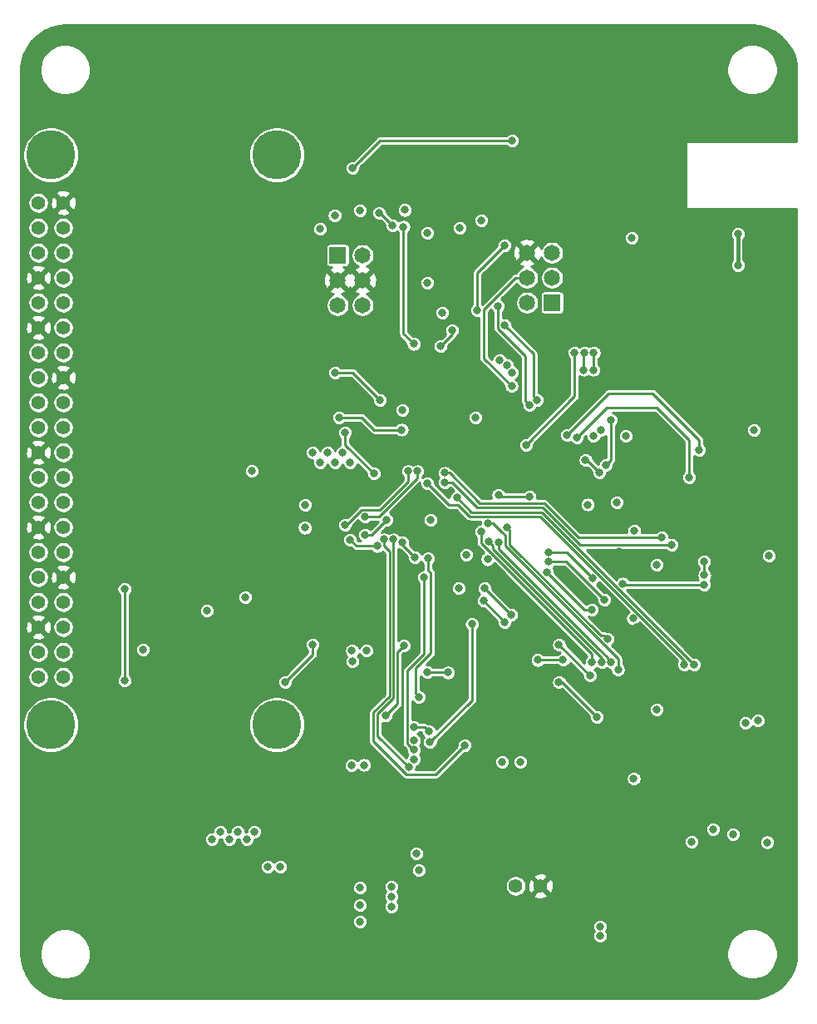
<source format=gbr>
G04 #@! TF.GenerationSoftware,KiCad,Pcbnew,(5.1.5)-3*
G04 #@! TF.CreationDate,2020-10-23T07:45:56-04:00*
G04 #@! TF.ProjectId,flight_computer,666c6967-6874-45f6-936f-6d7075746572,rev?*
G04 #@! TF.SameCoordinates,Original*
G04 #@! TF.FileFunction,Copper,L4,Bot*
G04 #@! TF.FilePolarity,Positive*
%FSLAX46Y46*%
G04 Gerber Fmt 4.6, Leading zero omitted, Abs format (unit mm)*
G04 Created by KiCad (PCBNEW (5.1.5)-3) date 2020-10-23 07:45:56*
%MOMM*%
%LPD*%
G04 APERTURE LIST*
%ADD10C,5.000000*%
%ADD11C,1.397000*%
%ADD12R,1.651000X1.651000*%
%ADD13C,1.651000*%
%ADD14C,0.800000*%
%ADD15C,0.254000*%
%ADD16C,0.381000*%
G04 APERTURE END LIST*
D10*
X106058000Y-74124000D03*
X106058000Y-132124000D03*
X83058000Y-74124000D03*
X83058000Y-132124000D03*
D11*
X84328000Y-78994000D03*
X81788000Y-78994000D03*
X84328000Y-81534000D03*
X81788000Y-81534000D03*
X84328000Y-84074000D03*
X81788000Y-84074000D03*
X84328000Y-86614000D03*
X81788000Y-86614000D03*
X84328000Y-89154000D03*
X81788000Y-89154000D03*
X84328000Y-91694000D03*
X81788000Y-91694000D03*
X84328000Y-94234000D03*
X81788000Y-94234000D03*
X84328000Y-96774000D03*
X81788000Y-96774000D03*
X84328000Y-99314000D03*
X81788000Y-99314000D03*
X84328000Y-101854000D03*
X81788000Y-101854000D03*
X84328000Y-104394000D03*
X81788000Y-104394000D03*
X84328000Y-106934000D03*
X81788000Y-106934000D03*
X84328000Y-109474000D03*
X81788000Y-109474000D03*
X84328000Y-112014000D03*
X81788000Y-112014000D03*
X84328000Y-114554000D03*
X81788000Y-114554000D03*
X84328000Y-117094000D03*
X81788000Y-117094000D03*
X84328000Y-119634000D03*
X81788000Y-119634000D03*
X84328000Y-122174000D03*
X81788000Y-122174000D03*
X84328000Y-124714000D03*
X81788000Y-124714000D03*
X84328000Y-127254000D03*
X81788000Y-127254000D03*
D12*
X134112000Y-89154000D03*
D13*
X131572000Y-89154000D03*
X134112000Y-86614000D03*
X131572000Y-86614000D03*
X134112000Y-84074000D03*
X131572000Y-84074000D03*
D12*
X112268000Y-84328000D03*
D13*
X114808000Y-84328000D03*
X112268000Y-86868000D03*
X114808000Y-86868000D03*
X112268000Y-89408000D03*
X114808000Y-89408000D03*
D11*
X130403600Y-148539200D03*
X132943600Y-148539200D03*
D14*
X115316000Y-118364000D03*
X115062000Y-119634000D03*
X115570000Y-145034000D03*
X114808000Y-145796000D03*
X115570000Y-146558000D03*
X114808000Y-147320000D03*
X105918000Y-157988000D03*
X107188000Y-156718000D03*
X107442000Y-154686000D03*
X116586000Y-153924000D03*
X117856000Y-153924000D03*
X118872000Y-153924000D03*
X120142000Y-153924000D03*
X117856000Y-155448000D03*
X118872000Y-155448000D03*
X120142000Y-155448000D03*
X116586000Y-155448000D03*
X114554000Y-153924000D03*
X114554000Y-155194000D03*
X127000000Y-147066000D03*
X127508000Y-149606000D03*
X127127000Y-156654500D03*
X127254000Y-154686000D03*
X90932000Y-150368000D03*
X89916000Y-155448000D03*
X92202000Y-154178000D03*
X92202000Y-156718000D03*
X124968000Y-143256000D03*
X100076000Y-145034000D03*
X89916000Y-143256000D03*
X92202000Y-144589500D03*
X92202000Y-141922500D03*
X137033000Y-156845000D03*
X137033000Y-153797000D03*
X153035000Y-137795000D03*
X156083000Y-127000000D03*
X154559000Y-125857000D03*
X153416000Y-92710000D03*
X132251400Y-91567000D03*
X133686499Y-92964000D03*
X135001000Y-94361000D03*
X150050500Y-70358000D03*
X151066500Y-70358000D03*
X153035000Y-70358000D03*
X154076400Y-70358000D03*
X157035500Y-70421500D03*
X158178500Y-70421500D03*
X147066000Y-74231500D03*
X155067000Y-82169000D03*
X156083000Y-82169000D03*
X157035500Y-82169000D03*
X158178500Y-82169000D03*
X152521920Y-147901660D03*
X157734000Y-100584000D03*
X152908000Y-101854000D03*
X97028000Y-122428000D03*
X95250000Y-123444000D03*
X97536000Y-126492000D03*
X128828989Y-118364000D03*
X146304000Y-127254000D03*
X150812500Y-133223000D03*
X149352000Y-119380000D03*
X125222000Y-67056000D03*
X144018000Y-78232000D03*
X103632000Y-128524000D03*
X104902000Y-128270000D03*
X151892000Y-125730000D03*
X150876000Y-125730000D03*
X141224000Y-124460000D03*
X152952400Y-120528972D03*
X115570000Y-91948000D03*
X115316000Y-100330000D03*
X127679400Y-99568000D03*
X142748000Y-122174000D03*
X142494000Y-110744000D03*
X140970000Y-114471400D03*
X105156000Y-115316000D03*
X121158000Y-110236000D03*
X101092000Y-120396000D03*
X105448100Y-139065000D03*
X157480000Y-108966000D03*
X157480000Y-105156000D03*
X135890000Y-64262000D03*
X140462000Y-64262000D03*
X110680500Y-109728000D03*
X112585500Y-109728000D03*
X114427000Y-101727000D03*
X142494000Y-101854000D03*
X144272000Y-101981000D03*
X145288000Y-87884000D03*
X144272000Y-84201000D03*
X144272000Y-80772000D03*
X129032000Y-131318000D03*
X130873500Y-131318000D03*
X125158500Y-137160000D03*
X126365000Y-138493500D03*
X115189000Y-128905000D03*
X143764000Y-136271000D03*
X120269000Y-118110000D03*
X150266400Y-82448400D03*
X103378000Y-107950000D03*
X113093500Y-131508500D03*
X114935000Y-131572000D03*
X140716000Y-93853000D03*
X142748000Y-93853000D03*
X144780000Y-93853000D03*
X146812000Y-93853000D03*
X148844000Y-93853000D03*
X140716000Y-96393000D03*
X142748000Y-96393000D03*
X144780000Y-96393000D03*
X146812000Y-96393000D03*
X148844000Y-96393000D03*
X81153000Y-136652000D03*
X81153000Y-152527000D03*
X142748000Y-158877000D03*
X157988000Y-152527000D03*
X157988000Y-148717000D03*
X88138000Y-62357000D03*
X110998000Y-62357000D03*
X152273000Y-61722000D03*
X149098000Y-61722000D03*
X145923000Y-61722000D03*
X142748000Y-61722000D03*
X139573000Y-61722000D03*
X135763000Y-61722000D03*
X81153000Y-139192000D03*
X81153000Y-141732000D03*
X81153000Y-144272000D03*
X81153000Y-146812000D03*
X81153000Y-149352000D03*
X112268000Y-64897000D03*
X112268000Y-68707000D03*
X112268000Y-72517000D03*
X108458000Y-136017000D03*
X110998000Y-138557000D03*
X113538000Y-141097000D03*
X91948000Y-62357000D03*
X95758000Y-62357000D03*
X99568000Y-62357000D03*
X103378000Y-62357000D03*
X107188000Y-62357000D03*
X146558000Y-158877000D03*
X150368000Y-158877000D03*
X154178000Y-158877000D03*
X96393000Y-110617000D03*
X99568000Y-113157000D03*
X94488000Y-112522000D03*
X97663000Y-115062000D03*
X92583000Y-114427000D03*
X95758000Y-116967000D03*
X93853000Y-118872000D03*
X137033000Y-152781000D03*
X137033000Y-157734000D03*
X105156000Y-146558000D03*
X154686000Y-102108000D03*
X106426000Y-146558000D03*
X128778000Y-94996000D03*
X130048000Y-96266000D03*
X137751246Y-109708254D03*
X127533997Y-115283366D03*
X121745150Y-111259189D03*
X129540000Y-95504000D03*
X140716000Y-109474000D03*
X122936000Y-90170000D03*
X126320600Y-100838000D03*
X121412000Y-82042000D03*
X121412000Y-87122000D03*
X114554000Y-79756000D03*
X119092591Y-79722591D03*
X124714000Y-81534000D03*
X126917400Y-80772000D03*
X144780000Y-130556000D03*
X144780000Y-115824000D03*
X109728000Y-104394000D03*
X110490000Y-105410000D03*
X111252000Y-104394000D03*
X112014000Y-105410000D03*
X112776000Y-104394000D03*
X113538000Y-105410000D03*
X138303000Y-102743000D03*
X139065000Y-102108000D03*
X141605000Y-102743000D03*
X124587000Y-118237000D03*
X125349000Y-114808000D03*
X108915200Y-112064800D03*
X108966000Y-109728000D03*
X142494000Y-112350600D03*
X118872000Y-100076000D03*
X115951000Y-106553000D03*
X113030000Y-102362000D03*
X150495000Y-142748000D03*
X152527000Y-143256000D03*
X155067000Y-131699000D03*
X153797000Y-131953000D03*
X156210000Y-114935000D03*
X156019500Y-144081500D03*
X139001500Y-153606500D03*
X139001500Y-152654000D03*
X120269000Y-145224500D03*
X117729000Y-150622000D03*
X117729000Y-149606000D03*
X117729000Y-148590000D03*
X114554000Y-148717000D03*
X114554000Y-150495000D03*
X114554000Y-152146000D03*
X120523000Y-146939000D03*
X92456000Y-124460000D03*
X98933000Y-120523000D03*
X148336000Y-144018000D03*
X142355973Y-121296027D03*
X110490000Y-81661000D03*
X111963200Y-80264000D03*
X99441000Y-143764000D03*
X100330000Y-143002000D03*
X101219000Y-143764000D03*
X102108000Y-143002000D03*
X102997000Y-143764000D03*
X103759000Y-143002000D03*
X142430500Y-137604500D03*
X103505000Y-106299000D03*
X102870000Y-119126000D03*
X142240000Y-82550000D03*
X129032000Y-135890000D03*
X130873500Y-135890000D03*
X115189000Y-124587000D03*
X113750600Y-125669800D03*
X113728500Y-124587000D03*
X120015000Y-133722820D03*
X113665000Y-136271000D03*
X114935000Y-136207500D03*
X116480600Y-80010000D03*
X117856000Y-81280000D03*
X118971409Y-81434591D03*
X120006055Y-93353945D03*
X123924409Y-91975591D03*
X122764600Y-93571409D03*
X132588000Y-99060000D03*
X129286000Y-91440000D03*
X131795554Y-99588297D03*
X128606599Y-89490599D03*
X119442092Y-106315425D03*
X113030000Y-111760000D03*
X120394495Y-106315425D03*
X115062000Y-110915400D03*
X134810500Y-123952000D03*
X137985500Y-127127000D03*
X127552400Y-111574217D03*
X140823803Y-126522384D03*
X140144403Y-125730000D03*
X128680073Y-113523277D03*
X127698500Y-113474500D03*
X139192000Y-125730000D03*
X138176000Y-125730000D03*
X126873000Y-112458500D03*
X129286000Y-83312000D03*
X126483712Y-89916000D03*
X129985700Y-97658166D03*
X131445000Y-103632000D03*
X136398000Y-94234000D03*
X131826000Y-108896190D03*
X128638210Y-108712000D03*
X117265400Y-111252000D03*
X115062000Y-112776000D03*
X149606000Y-117856000D03*
X141318166Y-117761834D03*
X138266959Y-117207013D03*
X133724690Y-114554000D03*
X149624909Y-116897909D03*
X149606000Y-115520200D03*
X127127000Y-119507000D03*
X129286000Y-121666000D03*
X137514067Y-105177918D03*
X138938541Y-106426541D03*
X138684000Y-131318000D03*
X134804190Y-127762000D03*
X129956909Y-120939909D03*
X127254000Y-118237000D03*
X118796087Y-102094101D03*
X112395000Y-100838000D03*
X90546841Y-118296341D03*
X90551000Y-127635000D03*
X138176000Y-120396000D03*
X133604000Y-116586000D03*
X137335917Y-95997900D03*
X137414000Y-94234000D03*
X138303000Y-95997900D03*
X138366358Y-94243100D03*
X139573000Y-105663999D03*
X140081000Y-101092000D03*
X146304000Y-113792000D03*
X123190000Y-107442000D03*
X145288000Y-113030000D03*
X123194207Y-106485390D03*
X133724690Y-115506403D03*
X139446000Y-119380000D03*
X139762367Y-123381633D03*
X129540000Y-112014000D03*
X124399761Y-109026239D03*
X148590000Y-125984000D03*
X121412000Y-107524600D03*
X147574000Y-125984000D03*
X109728000Y-123952000D03*
X106934000Y-127762000D03*
X117176600Y-131191000D03*
X118999000Y-124079000D03*
X117948034Y-113254128D03*
X119490698Y-136422721D03*
X120015000Y-135627626D03*
X121672147Y-133872103D03*
X125938217Y-121874218D03*
X121063139Y-117094000D03*
X120015000Y-134675223D03*
X123503410Y-126805410D03*
X121412000Y-126746000D03*
X120015000Y-132364020D03*
X121543340Y-132782478D03*
X135227409Y-125511909D03*
X132638879Y-125526800D03*
X116974577Y-113254128D03*
X125222000Y-134198600D03*
X121475500Y-115189000D03*
X120523000Y-129286000D03*
X113538000Y-113284000D03*
X116284824Y-113933528D03*
X118872000Y-113538000D03*
X120142000Y-115062000D03*
X153035000Y-82169000D03*
X153035000Y-85344000D03*
X148082000Y-106934000D03*
X136652000Y-102870000D03*
X135636000Y-102616000D03*
X149098000Y-104140000D03*
X130048000Y-72644000D03*
X113792000Y-75438000D03*
X112014000Y-96266000D03*
X116586000Y-99060000D03*
D15*
X113030000Y-102362000D02*
X113030000Y-103632000D01*
X113030000Y-103632000D02*
X115951000Y-106553000D01*
X116480600Y-80010000D02*
X116586000Y-80010000D01*
X116586000Y-80010000D02*
X117856000Y-81280000D01*
X118971409Y-81434591D02*
X118971409Y-84598600D01*
X118971409Y-84598600D02*
X118971409Y-92319299D01*
X118971409Y-92319299D02*
X120006055Y-93353945D01*
X123924409Y-91975591D02*
X123924409Y-92411600D01*
X123924409Y-92411600D02*
X122764600Y-93571409D01*
X132188001Y-94342001D02*
X129286000Y-91440000D01*
X132588000Y-99060000D02*
X132188001Y-98660001D01*
X132188001Y-98660001D02*
X132188001Y-94342001D01*
X131795554Y-99588297D02*
X131395555Y-99188298D01*
X131395555Y-94555069D02*
X128606599Y-91766113D01*
X131395555Y-99188298D02*
X131395555Y-94555069D01*
X128606599Y-91766113D02*
X128606599Y-91186000D01*
X128606599Y-91186000D02*
X128606599Y-89490599D01*
X119442092Y-106315425D02*
X119442092Y-107379908D01*
X119442092Y-107379908D02*
X116586000Y-110236000D01*
X113211886Y-111760000D02*
X113030000Y-111760000D01*
X116586000Y-110236000D02*
X114735887Y-110235999D01*
X114735887Y-110235999D02*
X113211886Y-111760000D01*
X116481350Y-110915400D02*
X115062000Y-110915400D01*
X120394495Y-106315425D02*
X120394495Y-107002255D01*
X120394495Y-107002255D02*
X116481350Y-110915400D01*
X134810500Y-123952000D02*
X137985500Y-127127000D01*
X127552400Y-111574217D02*
X128118085Y-111574217D01*
X129359474Y-112815606D02*
X129048934Y-112505066D01*
X128118085Y-111574217D02*
X129048934Y-112505066D01*
X140823803Y-126522384D02*
X140823803Y-125403886D01*
X129359474Y-113939557D02*
X129359474Y-112815606D01*
X140823803Y-125403886D02*
X129359474Y-113939557D01*
X139744404Y-125330001D02*
X139744404Y-125266404D01*
X140144403Y-125730000D02*
X139744404Y-125330001D01*
X138874500Y-124396500D02*
X138802145Y-124396500D01*
X139744404Y-125266404D02*
X138874500Y-124396500D01*
X138802145Y-124396500D02*
X128680073Y-114274428D01*
X128680073Y-114274428D02*
X128680073Y-113523277D01*
X128098499Y-113874499D02*
X128098499Y-114267604D01*
X127698500Y-113474500D02*
X128098499Y-113874499D01*
X128098499Y-114267604D02*
X139192000Y-125361105D01*
X139192000Y-125361105D02*
X139192000Y-125730000D01*
X126873000Y-113616855D02*
X126873000Y-112458500D01*
X138176000Y-125730000D02*
X138176000Y-124919855D01*
X138176000Y-124919855D02*
X126873000Y-113616855D01*
X129286000Y-83312000D02*
X126483712Y-86114288D01*
X126483712Y-86114288D02*
X126483712Y-89916000D01*
X129985700Y-97658166D02*
X127163112Y-94835578D01*
X127163112Y-89855455D02*
X127163112Y-91349112D01*
X131572000Y-86614000D02*
X130404567Y-86614000D01*
X127163112Y-94835578D02*
X127163112Y-91349112D01*
X130404567Y-86614000D02*
X127163112Y-89855455D01*
X127163112Y-91349112D02*
X127163112Y-91238746D01*
X131445000Y-103632000D02*
X136398000Y-98679000D01*
X136398000Y-98679000D02*
X136398000Y-94234000D01*
X131826000Y-108896190D02*
X128822400Y-108896190D01*
X128822400Y-108896190D02*
X128638210Y-108712000D01*
X117265400Y-111252000D02*
X115741400Y-112776000D01*
X115741400Y-112776000D02*
X115062000Y-112776000D01*
X149606000Y-117856000D02*
X141412332Y-117856000D01*
X141412332Y-117856000D02*
X141318166Y-117761834D01*
X138266959Y-117207013D02*
X135613946Y-114554000D01*
X135613946Y-114554000D02*
X133724690Y-114554000D01*
X149624909Y-116897909D02*
X149624909Y-115539109D01*
X149624909Y-115539109D02*
X149606000Y-115520200D01*
X127127000Y-119507000D02*
X129286000Y-121666000D01*
X137514067Y-105177918D02*
X137689918Y-105177918D01*
X137689918Y-105177918D02*
X138938541Y-106426541D01*
X138684000Y-131318000D02*
X135128000Y-127762000D01*
X135128000Y-127762000D02*
X134804190Y-127762000D01*
X129956909Y-120939909D02*
X127254000Y-118237000D01*
X118796087Y-102094101D02*
X116000601Y-102094101D01*
X116000601Y-102094101D02*
X114744500Y-100838000D01*
X114744500Y-100838000D02*
X112395000Y-100838000D01*
X90546841Y-118296341D02*
X90551000Y-118300500D01*
X90551000Y-118300500D02*
X90551000Y-127635000D01*
X138176000Y-120396000D02*
X137414000Y-120396000D01*
X137414000Y-120396000D02*
X133604000Y-116586000D01*
X137335917Y-95997900D02*
X137335917Y-94312083D01*
X137335917Y-94312083D02*
X137414000Y-94234000D01*
X138303000Y-95997900D02*
X138303000Y-94306458D01*
X138303000Y-94306458D02*
X138366358Y-94243100D01*
X140081000Y-105155999D02*
X139573000Y-105663999D01*
X140081000Y-101092000D02*
X140081000Y-105155999D01*
X136962264Y-113792000D02*
X133152264Y-109982000D01*
X146304000Y-113792000D02*
X136962264Y-113792000D01*
X133152264Y-109982000D02*
X126492000Y-109982000D01*
X126492000Y-109982000D02*
X123952000Y-107442000D01*
X123952000Y-107442000D02*
X123190000Y-107442000D01*
X145288000Y-113030000D02*
X136775014Y-113030000D01*
X136775014Y-113030000D02*
X133320604Y-109575590D01*
X133320604Y-109575590D02*
X126746000Y-109575590D01*
X126746000Y-109575590D02*
X123655800Y-106485390D01*
X123655800Y-106485390D02*
X123194207Y-106485390D01*
X133724690Y-115506403D02*
X135572403Y-115506403D01*
X135572403Y-115506403D02*
X139446000Y-119380000D01*
X129540000Y-112014000D02*
X129794000Y-112268000D01*
X129794000Y-112268000D02*
X129794000Y-113799333D01*
X129794000Y-113799333D02*
X139061333Y-123066666D01*
X139447400Y-123066666D02*
X139762367Y-123381633D01*
X139061333Y-123066666D02*
X139447400Y-123066666D01*
X124399761Y-109026239D02*
X125861928Y-110488406D01*
X148579514Y-125984000D02*
X148590000Y-125984000D01*
X125861928Y-110488406D02*
X133083920Y-110488406D01*
X133083920Y-110488406D02*
X148579514Y-125984000D01*
X121412000Y-107524600D02*
X123615400Y-109728000D01*
X125693588Y-110894816D02*
X132915580Y-110894816D01*
X123615400Y-109728000D02*
X124526772Y-109728000D01*
X124526772Y-109728000D02*
X125693588Y-110894816D01*
X132915580Y-110894816D02*
X147574000Y-125553236D01*
X147574000Y-125553236D02*
X147574000Y-125984000D01*
X109728000Y-123952000D02*
X109728000Y-124968000D01*
X109728000Y-124968000D02*
X106934000Y-127762000D01*
X118354444Y-130013156D02*
X117176600Y-131191000D01*
X118999000Y-124079000D02*
X118354444Y-124723556D01*
X118354444Y-124723556D02*
X118354444Y-130013156D01*
X117948034Y-129414052D02*
X116332000Y-131030086D01*
X117948034Y-113254128D02*
X117948034Y-129414052D01*
X116332000Y-131030086D02*
X116332000Y-133264023D01*
X116332000Y-133264023D02*
X119490698Y-136422721D01*
X121672147Y-133872103D02*
X125938217Y-129606033D01*
X125938217Y-129606033D02*
X125938217Y-121874218D01*
X119380000Y-131993506D02*
X119335599Y-132037907D01*
X119335599Y-132037907D02*
X119335599Y-132690133D01*
X119335599Y-134048933D02*
X119961889Y-134675223D01*
X121063139Y-117094000D02*
X121063139Y-124939847D01*
X119380000Y-126622986D02*
X119380000Y-131993506D01*
X121063139Y-124939847D02*
X119380000Y-126622986D01*
X119380000Y-133352306D02*
X119335599Y-133396707D01*
X119961889Y-134675223D02*
X120015000Y-134675223D01*
X119335599Y-132690133D02*
X119380000Y-132734534D01*
X119380000Y-132734534D02*
X119380000Y-133352306D01*
X119335599Y-133396707D02*
X119335599Y-134048933D01*
X123503410Y-126805410D02*
X121471410Y-126805410D01*
X121471410Y-126805410D02*
X121412000Y-126746000D01*
X120015000Y-132364020D02*
X121124882Y-132364020D01*
X121124882Y-132364020D02*
X121543340Y-132782478D01*
X135191500Y-125476000D02*
X135227409Y-125511909D01*
X135227409Y-125511909D02*
X132653770Y-125511909D01*
X132653770Y-125511909D02*
X132638879Y-125526800D01*
X116974577Y-113926577D02*
X117541624Y-114493624D01*
X116974577Y-113254128D02*
X116974577Y-113926577D01*
X115925590Y-130861746D02*
X115925590Y-133832590D01*
X117541624Y-114493624D02*
X117541624Y-129245712D01*
X117541624Y-129245712D02*
X115925590Y-130861746D01*
X115925590Y-133832590D02*
X119253000Y-137160000D01*
X119253000Y-137160000D02*
X122260600Y-137160000D01*
X122260600Y-137160000D02*
X125222000Y-134198600D01*
X121469548Y-116389548D02*
X121742539Y-116662539D01*
X121469548Y-115536336D02*
X121469548Y-116389548D01*
X121475500Y-115189000D02*
X121475500Y-115530384D01*
X121475500Y-115530384D02*
X121469548Y-115536336D01*
X120243590Y-129006590D02*
X120523000Y-129286000D01*
X121742539Y-116662539D02*
X121742539Y-124835197D01*
X120243590Y-126334146D02*
X120243590Y-129006590D01*
X121742539Y-124835197D02*
X120243590Y-126334146D01*
X113538000Y-113284000D02*
X114187528Y-113933528D01*
X114187528Y-113933528D02*
X116284824Y-113933528D01*
X118872000Y-113538000D02*
X118872000Y-113792000D01*
X118872000Y-113792000D02*
X120142000Y-115062000D01*
D16*
X153035000Y-82169000D02*
X153035000Y-85344000D01*
D15*
X148082000Y-106934000D02*
X148082000Y-103124000D01*
X148082000Y-103124000D02*
X147066000Y-102108000D01*
X147066000Y-102108000D02*
X146558000Y-101600000D01*
X146558000Y-101600000D02*
X144780000Y-99822000D01*
X144780000Y-99822000D02*
X140716000Y-99822000D01*
X140716000Y-99822000D02*
X139700000Y-99822000D01*
X139700000Y-99822000D02*
X136652000Y-102870000D01*
X139871401Y-98380599D02*
X144354599Y-98380599D01*
X135636000Y-102616000D02*
X139871401Y-98380599D01*
X144354599Y-98380599D02*
X149098000Y-103124000D01*
X149098000Y-103124000D02*
X149098000Y-104140000D01*
X130048000Y-72644000D02*
X116586000Y-72644000D01*
X116586000Y-72644000D02*
X113792000Y-75438000D01*
X112014000Y-96266000D02*
X113792000Y-96266000D01*
X113792000Y-96266000D02*
X116586000Y-99060000D01*
G36*
X155236075Y-61007566D02*
G01*
X156024417Y-61223232D01*
X156762107Y-61575093D01*
X157425830Y-62052025D01*
X157994606Y-62638957D01*
X158450457Y-63317334D01*
X158778975Y-64065718D01*
X158970659Y-64864143D01*
X159021001Y-65549662D01*
X159021001Y-72771000D01*
X147828000Y-72771000D01*
X147803224Y-72773440D01*
X147779399Y-72780667D01*
X147757443Y-72792403D01*
X147738197Y-72808197D01*
X147722403Y-72827443D01*
X147710667Y-72849399D01*
X147703440Y-72873224D01*
X147701000Y-72898000D01*
X147701000Y-79502000D01*
X147703440Y-79526776D01*
X147710667Y-79550601D01*
X147722403Y-79572557D01*
X147738197Y-79591803D01*
X147757443Y-79607597D01*
X147779399Y-79619333D01*
X147803224Y-79626560D01*
X147828000Y-79629000D01*
X159021001Y-79629000D01*
X159021000Y-155350565D01*
X158946433Y-156186077D01*
X158730767Y-156974418D01*
X158378908Y-157712104D01*
X157901974Y-158375831D01*
X157315042Y-158944607D01*
X156636663Y-159400459D01*
X155888281Y-159728976D01*
X155089854Y-159920660D01*
X154404365Y-159971000D01*
X84603434Y-159971000D01*
X83767922Y-159896433D01*
X82979581Y-159680767D01*
X82241892Y-159328907D01*
X81578167Y-158851972D01*
X81009390Y-158265039D01*
X80553542Y-157586666D01*
X80225024Y-156838282D01*
X80033340Y-156039855D01*
X79983000Y-155354366D01*
X79983000Y-155197057D01*
X81913525Y-155197057D01*
X81913525Y-155706943D01*
X82012998Y-156207030D01*
X82208123Y-156678103D01*
X82491400Y-157102057D01*
X82851943Y-157462600D01*
X83275897Y-157745877D01*
X83746970Y-157941002D01*
X84247057Y-158040475D01*
X84756943Y-158040475D01*
X85257030Y-157941002D01*
X85728103Y-157745877D01*
X86152057Y-157462600D01*
X86512600Y-157102057D01*
X86795877Y-156678103D01*
X86991002Y-156207030D01*
X87090475Y-155706943D01*
X87090475Y-155197058D01*
X151913526Y-155197058D01*
X151913526Y-155706942D01*
X152012999Y-156207030D01*
X152208124Y-156678102D01*
X152491401Y-157102056D01*
X152851944Y-157462599D01*
X153275898Y-157745876D01*
X153746970Y-157941001D01*
X154247058Y-158040474D01*
X154756942Y-158040474D01*
X155257030Y-157941001D01*
X155728102Y-157745876D01*
X156152056Y-157462599D01*
X156512599Y-157102056D01*
X156795876Y-156678102D01*
X156991001Y-156207030D01*
X157090474Y-155706942D01*
X157090474Y-155197058D01*
X156991001Y-154696970D01*
X156795876Y-154225898D01*
X156512599Y-153801944D01*
X156152056Y-153441401D01*
X155728102Y-153158124D01*
X155257030Y-152962999D01*
X154756942Y-152863526D01*
X154247058Y-152863526D01*
X153746970Y-152962999D01*
X153275898Y-153158124D01*
X152851944Y-153441401D01*
X152491401Y-153801944D01*
X152208124Y-154225898D01*
X152012999Y-154696970D01*
X151913526Y-155197058D01*
X87090475Y-155197058D01*
X87090475Y-155197057D01*
X86991002Y-154696970D01*
X86795877Y-154225897D01*
X86512600Y-153801943D01*
X86152057Y-153441400D01*
X85728103Y-153158123D01*
X85257030Y-152962998D01*
X84756943Y-152863525D01*
X84247057Y-152863525D01*
X83746970Y-152962998D01*
X83275897Y-153158123D01*
X82851943Y-153441400D01*
X82491400Y-153801943D01*
X82208123Y-154225897D01*
X82012998Y-154696970D01*
X81913525Y-155197057D01*
X79983000Y-155197057D01*
X79983000Y-152069078D01*
X113773000Y-152069078D01*
X113773000Y-152222922D01*
X113803013Y-152373809D01*
X113861887Y-152515942D01*
X113947358Y-152643859D01*
X114056141Y-152752642D01*
X114184058Y-152838113D01*
X114326191Y-152896987D01*
X114477078Y-152927000D01*
X114630922Y-152927000D01*
X114781809Y-152896987D01*
X114923942Y-152838113D01*
X115051859Y-152752642D01*
X115160642Y-152643859D01*
X115205263Y-152577078D01*
X138220500Y-152577078D01*
X138220500Y-152730922D01*
X138250513Y-152881809D01*
X138309387Y-153023942D01*
X138380419Y-153130250D01*
X138309387Y-153236558D01*
X138250513Y-153378691D01*
X138220500Y-153529578D01*
X138220500Y-153683422D01*
X138250513Y-153834309D01*
X138309387Y-153976442D01*
X138394858Y-154104359D01*
X138503641Y-154213142D01*
X138631558Y-154298613D01*
X138773691Y-154357487D01*
X138924578Y-154387500D01*
X139078422Y-154387500D01*
X139229309Y-154357487D01*
X139371442Y-154298613D01*
X139499359Y-154213142D01*
X139608142Y-154104359D01*
X139693613Y-153976442D01*
X139752487Y-153834309D01*
X139782500Y-153683422D01*
X139782500Y-153529578D01*
X139752487Y-153378691D01*
X139693613Y-153236558D01*
X139622581Y-153130250D01*
X139693613Y-153023942D01*
X139752487Y-152881809D01*
X139782500Y-152730922D01*
X139782500Y-152577078D01*
X139752487Y-152426191D01*
X139693613Y-152284058D01*
X139608142Y-152156141D01*
X139499359Y-152047358D01*
X139371442Y-151961887D01*
X139229309Y-151903013D01*
X139078422Y-151873000D01*
X138924578Y-151873000D01*
X138773691Y-151903013D01*
X138631558Y-151961887D01*
X138503641Y-152047358D01*
X138394858Y-152156141D01*
X138309387Y-152284058D01*
X138250513Y-152426191D01*
X138220500Y-152577078D01*
X115205263Y-152577078D01*
X115246113Y-152515942D01*
X115304987Y-152373809D01*
X115335000Y-152222922D01*
X115335000Y-152069078D01*
X115304987Y-151918191D01*
X115246113Y-151776058D01*
X115160642Y-151648141D01*
X115051859Y-151539358D01*
X114923942Y-151453887D01*
X114781809Y-151395013D01*
X114630922Y-151365000D01*
X114477078Y-151365000D01*
X114326191Y-151395013D01*
X114184058Y-151453887D01*
X114056141Y-151539358D01*
X113947358Y-151648141D01*
X113861887Y-151776058D01*
X113803013Y-151918191D01*
X113773000Y-152069078D01*
X79983000Y-152069078D01*
X79983000Y-150418078D01*
X113773000Y-150418078D01*
X113773000Y-150571922D01*
X113803013Y-150722809D01*
X113861887Y-150864942D01*
X113947358Y-150992859D01*
X114056141Y-151101642D01*
X114184058Y-151187113D01*
X114326191Y-151245987D01*
X114477078Y-151276000D01*
X114630922Y-151276000D01*
X114781809Y-151245987D01*
X114923942Y-151187113D01*
X115051859Y-151101642D01*
X115160642Y-150992859D01*
X115246113Y-150864942D01*
X115304987Y-150722809D01*
X115335000Y-150571922D01*
X115335000Y-150418078D01*
X115304987Y-150267191D01*
X115246113Y-150125058D01*
X115160642Y-149997141D01*
X115051859Y-149888358D01*
X114923942Y-149802887D01*
X114781809Y-149744013D01*
X114630922Y-149714000D01*
X114477078Y-149714000D01*
X114326191Y-149744013D01*
X114184058Y-149802887D01*
X114056141Y-149888358D01*
X113947358Y-149997141D01*
X113861887Y-150125058D01*
X113803013Y-150267191D01*
X113773000Y-150418078D01*
X79983000Y-150418078D01*
X79983000Y-148640078D01*
X113773000Y-148640078D01*
X113773000Y-148793922D01*
X113803013Y-148944809D01*
X113861887Y-149086942D01*
X113947358Y-149214859D01*
X114056141Y-149323642D01*
X114184058Y-149409113D01*
X114326191Y-149467987D01*
X114477078Y-149498000D01*
X114630922Y-149498000D01*
X114781809Y-149467987D01*
X114923942Y-149409113D01*
X115051859Y-149323642D01*
X115160642Y-149214859D01*
X115246113Y-149086942D01*
X115304987Y-148944809D01*
X115335000Y-148793922D01*
X115335000Y-148640078D01*
X115309739Y-148513078D01*
X116948000Y-148513078D01*
X116948000Y-148666922D01*
X116978013Y-148817809D01*
X117036887Y-148959942D01*
X117122358Y-149087859D01*
X117132499Y-149098000D01*
X117122358Y-149108141D01*
X117036887Y-149236058D01*
X116978013Y-149378191D01*
X116948000Y-149529078D01*
X116948000Y-149682922D01*
X116978013Y-149833809D01*
X117036887Y-149975942D01*
X117122358Y-150103859D01*
X117132499Y-150114000D01*
X117122358Y-150124141D01*
X117036887Y-150252058D01*
X116978013Y-150394191D01*
X116948000Y-150545078D01*
X116948000Y-150698922D01*
X116978013Y-150849809D01*
X117036887Y-150991942D01*
X117122358Y-151119859D01*
X117231141Y-151228642D01*
X117359058Y-151314113D01*
X117501191Y-151372987D01*
X117652078Y-151403000D01*
X117805922Y-151403000D01*
X117956809Y-151372987D01*
X118098942Y-151314113D01*
X118226859Y-151228642D01*
X118335642Y-151119859D01*
X118421113Y-150991942D01*
X118479987Y-150849809D01*
X118510000Y-150698922D01*
X118510000Y-150545078D01*
X118479987Y-150394191D01*
X118421113Y-150252058D01*
X118335642Y-150124141D01*
X118325501Y-150114000D01*
X118335642Y-150103859D01*
X118421113Y-149975942D01*
X118479987Y-149833809D01*
X118510000Y-149682922D01*
X118510000Y-149529078D01*
X118479987Y-149378191D01*
X118421113Y-149236058D01*
X118335642Y-149108141D01*
X118325501Y-149098000D01*
X118335642Y-149087859D01*
X118421113Y-148959942D01*
X118479987Y-148817809D01*
X118510000Y-148666922D01*
X118510000Y-148513078D01*
X118494048Y-148432879D01*
X129324100Y-148432879D01*
X129324100Y-148645521D01*
X129365585Y-148854078D01*
X129446960Y-149050535D01*
X129565098Y-149227341D01*
X129715459Y-149377702D01*
X129892265Y-149495840D01*
X130088722Y-149577215D01*
X130297279Y-149618700D01*
X130509921Y-149618700D01*
X130718478Y-149577215D01*
X130914935Y-149495840D01*
X130969475Y-149459397D01*
X132203008Y-149459397D01*
X132262286Y-149693012D01*
X132500475Y-149803759D01*
X132755693Y-149865911D01*
X133018133Y-149877076D01*
X133277707Y-149836829D01*
X133524442Y-149746714D01*
X133624914Y-149693012D01*
X133684192Y-149459397D01*
X132943600Y-148718805D01*
X132203008Y-149459397D01*
X130969475Y-149459397D01*
X131091741Y-149377702D01*
X131242102Y-149227341D01*
X131360240Y-149050535D01*
X131441615Y-148854078D01*
X131483100Y-148645521D01*
X131483100Y-148613733D01*
X131605724Y-148613733D01*
X131645971Y-148873307D01*
X131736086Y-149120042D01*
X131789788Y-149220514D01*
X132023403Y-149279792D01*
X132763995Y-148539200D01*
X133123205Y-148539200D01*
X133863797Y-149279792D01*
X134097412Y-149220514D01*
X134208159Y-148982325D01*
X134270311Y-148727107D01*
X134281476Y-148464667D01*
X134241229Y-148205093D01*
X134151114Y-147958358D01*
X134097412Y-147857886D01*
X133863797Y-147798608D01*
X133123205Y-148539200D01*
X132763995Y-148539200D01*
X132023403Y-147798608D01*
X131789788Y-147857886D01*
X131679041Y-148096075D01*
X131616889Y-148351293D01*
X131605724Y-148613733D01*
X131483100Y-148613733D01*
X131483100Y-148432879D01*
X131441615Y-148224322D01*
X131360240Y-148027865D01*
X131242102Y-147851059D01*
X131091741Y-147700698D01*
X130969476Y-147619003D01*
X132203008Y-147619003D01*
X132943600Y-148359595D01*
X133684192Y-147619003D01*
X133624914Y-147385388D01*
X133386725Y-147274641D01*
X133131507Y-147212489D01*
X132869067Y-147201324D01*
X132609493Y-147241571D01*
X132362758Y-147331686D01*
X132262286Y-147385388D01*
X132203008Y-147619003D01*
X130969476Y-147619003D01*
X130914935Y-147582560D01*
X130718478Y-147501185D01*
X130509921Y-147459700D01*
X130297279Y-147459700D01*
X130088722Y-147501185D01*
X129892265Y-147582560D01*
X129715459Y-147700698D01*
X129565098Y-147851059D01*
X129446960Y-148027865D01*
X129365585Y-148224322D01*
X129324100Y-148432879D01*
X118494048Y-148432879D01*
X118479987Y-148362191D01*
X118421113Y-148220058D01*
X118335642Y-148092141D01*
X118226859Y-147983358D01*
X118098942Y-147897887D01*
X117956809Y-147839013D01*
X117805922Y-147809000D01*
X117652078Y-147809000D01*
X117501191Y-147839013D01*
X117359058Y-147897887D01*
X117231141Y-147983358D01*
X117122358Y-148092141D01*
X117036887Y-148220058D01*
X116978013Y-148362191D01*
X116948000Y-148513078D01*
X115309739Y-148513078D01*
X115304987Y-148489191D01*
X115246113Y-148347058D01*
X115160642Y-148219141D01*
X115051859Y-148110358D01*
X114923942Y-148024887D01*
X114781809Y-147966013D01*
X114630922Y-147936000D01*
X114477078Y-147936000D01*
X114326191Y-147966013D01*
X114184058Y-148024887D01*
X114056141Y-148110358D01*
X113947358Y-148219141D01*
X113861887Y-148347058D01*
X113803013Y-148489191D01*
X113773000Y-148640078D01*
X79983000Y-148640078D01*
X79983000Y-146481078D01*
X104375000Y-146481078D01*
X104375000Y-146634922D01*
X104405013Y-146785809D01*
X104463887Y-146927942D01*
X104549358Y-147055859D01*
X104658141Y-147164642D01*
X104786058Y-147250113D01*
X104928191Y-147308987D01*
X105079078Y-147339000D01*
X105232922Y-147339000D01*
X105383809Y-147308987D01*
X105525942Y-147250113D01*
X105653859Y-147164642D01*
X105762642Y-147055859D01*
X105791000Y-147013418D01*
X105819358Y-147055859D01*
X105928141Y-147164642D01*
X106056058Y-147250113D01*
X106198191Y-147308987D01*
X106349078Y-147339000D01*
X106502922Y-147339000D01*
X106653809Y-147308987D01*
X106795942Y-147250113D01*
X106923859Y-147164642D01*
X107032642Y-147055859D01*
X107118113Y-146927942D01*
X107145395Y-146862078D01*
X119742000Y-146862078D01*
X119742000Y-147015922D01*
X119772013Y-147166809D01*
X119830887Y-147308942D01*
X119916358Y-147436859D01*
X120025141Y-147545642D01*
X120153058Y-147631113D01*
X120295191Y-147689987D01*
X120446078Y-147720000D01*
X120599922Y-147720000D01*
X120750809Y-147689987D01*
X120892942Y-147631113D01*
X121020859Y-147545642D01*
X121129642Y-147436859D01*
X121215113Y-147308942D01*
X121273987Y-147166809D01*
X121304000Y-147015922D01*
X121304000Y-146862078D01*
X121273987Y-146711191D01*
X121215113Y-146569058D01*
X121129642Y-146441141D01*
X121020859Y-146332358D01*
X120892942Y-146246887D01*
X120750809Y-146188013D01*
X120599922Y-146158000D01*
X120446078Y-146158000D01*
X120295191Y-146188013D01*
X120153058Y-146246887D01*
X120025141Y-146332358D01*
X119916358Y-146441141D01*
X119830887Y-146569058D01*
X119772013Y-146711191D01*
X119742000Y-146862078D01*
X107145395Y-146862078D01*
X107176987Y-146785809D01*
X107207000Y-146634922D01*
X107207000Y-146481078D01*
X107176987Y-146330191D01*
X107118113Y-146188058D01*
X107032642Y-146060141D01*
X106923859Y-145951358D01*
X106795942Y-145865887D01*
X106653809Y-145807013D01*
X106502922Y-145777000D01*
X106349078Y-145777000D01*
X106198191Y-145807013D01*
X106056058Y-145865887D01*
X105928141Y-145951358D01*
X105819358Y-146060141D01*
X105791000Y-146102582D01*
X105762642Y-146060141D01*
X105653859Y-145951358D01*
X105525942Y-145865887D01*
X105383809Y-145807013D01*
X105232922Y-145777000D01*
X105079078Y-145777000D01*
X104928191Y-145807013D01*
X104786058Y-145865887D01*
X104658141Y-145951358D01*
X104549358Y-146060141D01*
X104463887Y-146188058D01*
X104405013Y-146330191D01*
X104375000Y-146481078D01*
X79983000Y-146481078D01*
X79983000Y-145147578D01*
X119488000Y-145147578D01*
X119488000Y-145301422D01*
X119518013Y-145452309D01*
X119576887Y-145594442D01*
X119662358Y-145722359D01*
X119771141Y-145831142D01*
X119899058Y-145916613D01*
X120041191Y-145975487D01*
X120192078Y-146005500D01*
X120345922Y-146005500D01*
X120496809Y-145975487D01*
X120638942Y-145916613D01*
X120766859Y-145831142D01*
X120875642Y-145722359D01*
X120961113Y-145594442D01*
X121019987Y-145452309D01*
X121050000Y-145301422D01*
X121050000Y-145147578D01*
X121019987Y-144996691D01*
X120961113Y-144854558D01*
X120875642Y-144726641D01*
X120766859Y-144617858D01*
X120638942Y-144532387D01*
X120496809Y-144473513D01*
X120345922Y-144443500D01*
X120192078Y-144443500D01*
X120041191Y-144473513D01*
X119899058Y-144532387D01*
X119771141Y-144617858D01*
X119662358Y-144726641D01*
X119576887Y-144854558D01*
X119518013Y-144996691D01*
X119488000Y-145147578D01*
X79983000Y-145147578D01*
X79983000Y-143687078D01*
X98660000Y-143687078D01*
X98660000Y-143840922D01*
X98690013Y-143991809D01*
X98748887Y-144133942D01*
X98834358Y-144261859D01*
X98943141Y-144370642D01*
X99071058Y-144456113D01*
X99213191Y-144514987D01*
X99364078Y-144545000D01*
X99517922Y-144545000D01*
X99668809Y-144514987D01*
X99810942Y-144456113D01*
X99938859Y-144370642D01*
X100047642Y-144261859D01*
X100133113Y-144133942D01*
X100191987Y-143991809D01*
X100222000Y-143840922D01*
X100222000Y-143776818D01*
X100253078Y-143783000D01*
X100406922Y-143783000D01*
X100438000Y-143776818D01*
X100438000Y-143840922D01*
X100468013Y-143991809D01*
X100526887Y-144133942D01*
X100612358Y-144261859D01*
X100721141Y-144370642D01*
X100849058Y-144456113D01*
X100991191Y-144514987D01*
X101142078Y-144545000D01*
X101295922Y-144545000D01*
X101446809Y-144514987D01*
X101588942Y-144456113D01*
X101716859Y-144370642D01*
X101825642Y-144261859D01*
X101911113Y-144133942D01*
X101969987Y-143991809D01*
X102000000Y-143840922D01*
X102000000Y-143776818D01*
X102031078Y-143783000D01*
X102184922Y-143783000D01*
X102216000Y-143776818D01*
X102216000Y-143840922D01*
X102246013Y-143991809D01*
X102304887Y-144133942D01*
X102390358Y-144261859D01*
X102499141Y-144370642D01*
X102627058Y-144456113D01*
X102769191Y-144514987D01*
X102920078Y-144545000D01*
X103073922Y-144545000D01*
X103224809Y-144514987D01*
X103366942Y-144456113D01*
X103494859Y-144370642D01*
X103603642Y-144261859D01*
X103689113Y-144133942D01*
X103747987Y-143991809D01*
X103758077Y-143941078D01*
X147555000Y-143941078D01*
X147555000Y-144094922D01*
X147585013Y-144245809D01*
X147643887Y-144387942D01*
X147729358Y-144515859D01*
X147838141Y-144624642D01*
X147966058Y-144710113D01*
X148108191Y-144768987D01*
X148259078Y-144799000D01*
X148412922Y-144799000D01*
X148563809Y-144768987D01*
X148705942Y-144710113D01*
X148833859Y-144624642D01*
X148942642Y-144515859D01*
X149028113Y-144387942D01*
X149086987Y-144245809D01*
X149117000Y-144094922D01*
X149117000Y-143941078D01*
X149086987Y-143790191D01*
X149028113Y-143648058D01*
X148942642Y-143520141D01*
X148833859Y-143411358D01*
X148705942Y-143325887D01*
X148563809Y-143267013D01*
X148412922Y-143237000D01*
X148259078Y-143237000D01*
X148108191Y-143267013D01*
X147966058Y-143325887D01*
X147838141Y-143411358D01*
X147729358Y-143520141D01*
X147643887Y-143648058D01*
X147585013Y-143790191D01*
X147555000Y-143941078D01*
X103758077Y-143941078D01*
X103778000Y-143840922D01*
X103778000Y-143783000D01*
X103835922Y-143783000D01*
X103986809Y-143752987D01*
X104128942Y-143694113D01*
X104256859Y-143608642D01*
X104365642Y-143499859D01*
X104451113Y-143371942D01*
X104509987Y-143229809D01*
X104540000Y-143078922D01*
X104540000Y-142925078D01*
X104509987Y-142774191D01*
X104467276Y-142671078D01*
X149714000Y-142671078D01*
X149714000Y-142824922D01*
X149744013Y-142975809D01*
X149802887Y-143117942D01*
X149888358Y-143245859D01*
X149997141Y-143354642D01*
X150125058Y-143440113D01*
X150267191Y-143498987D01*
X150418078Y-143529000D01*
X150571922Y-143529000D01*
X150722809Y-143498987D01*
X150864942Y-143440113D01*
X150992859Y-143354642D01*
X151101642Y-143245859D01*
X151146263Y-143179078D01*
X151746000Y-143179078D01*
X151746000Y-143332922D01*
X151776013Y-143483809D01*
X151834887Y-143625942D01*
X151920358Y-143753859D01*
X152029141Y-143862642D01*
X152157058Y-143948113D01*
X152299191Y-144006987D01*
X152450078Y-144037000D01*
X152603922Y-144037000D01*
X152754809Y-144006987D01*
X152760624Y-144004578D01*
X155238500Y-144004578D01*
X155238500Y-144158422D01*
X155268513Y-144309309D01*
X155327387Y-144451442D01*
X155412858Y-144579359D01*
X155521641Y-144688142D01*
X155649558Y-144773613D01*
X155791691Y-144832487D01*
X155942578Y-144862500D01*
X156096422Y-144862500D01*
X156247309Y-144832487D01*
X156389442Y-144773613D01*
X156517359Y-144688142D01*
X156626142Y-144579359D01*
X156711613Y-144451442D01*
X156770487Y-144309309D01*
X156800500Y-144158422D01*
X156800500Y-144004578D01*
X156770487Y-143853691D01*
X156711613Y-143711558D01*
X156626142Y-143583641D01*
X156517359Y-143474858D01*
X156389442Y-143389387D01*
X156247309Y-143330513D01*
X156096422Y-143300500D01*
X155942578Y-143300500D01*
X155791691Y-143330513D01*
X155649558Y-143389387D01*
X155521641Y-143474858D01*
X155412858Y-143583641D01*
X155327387Y-143711558D01*
X155268513Y-143853691D01*
X155238500Y-144004578D01*
X152760624Y-144004578D01*
X152896942Y-143948113D01*
X153024859Y-143862642D01*
X153133642Y-143753859D01*
X153219113Y-143625942D01*
X153277987Y-143483809D01*
X153308000Y-143332922D01*
X153308000Y-143179078D01*
X153277987Y-143028191D01*
X153219113Y-142886058D01*
X153133642Y-142758141D01*
X153024859Y-142649358D01*
X152896942Y-142563887D01*
X152754809Y-142505013D01*
X152603922Y-142475000D01*
X152450078Y-142475000D01*
X152299191Y-142505013D01*
X152157058Y-142563887D01*
X152029141Y-142649358D01*
X151920358Y-142758141D01*
X151834887Y-142886058D01*
X151776013Y-143028191D01*
X151746000Y-143179078D01*
X151146263Y-143179078D01*
X151187113Y-143117942D01*
X151245987Y-142975809D01*
X151276000Y-142824922D01*
X151276000Y-142671078D01*
X151245987Y-142520191D01*
X151187113Y-142378058D01*
X151101642Y-142250141D01*
X150992859Y-142141358D01*
X150864942Y-142055887D01*
X150722809Y-141997013D01*
X150571922Y-141967000D01*
X150418078Y-141967000D01*
X150267191Y-141997013D01*
X150125058Y-142055887D01*
X149997141Y-142141358D01*
X149888358Y-142250141D01*
X149802887Y-142378058D01*
X149744013Y-142520191D01*
X149714000Y-142671078D01*
X104467276Y-142671078D01*
X104451113Y-142632058D01*
X104365642Y-142504141D01*
X104256859Y-142395358D01*
X104128942Y-142309887D01*
X103986809Y-142251013D01*
X103835922Y-142221000D01*
X103682078Y-142221000D01*
X103531191Y-142251013D01*
X103389058Y-142309887D01*
X103261141Y-142395358D01*
X103152358Y-142504141D01*
X103066887Y-142632058D01*
X103008013Y-142774191D01*
X102978000Y-142925078D01*
X102978000Y-142983000D01*
X102920078Y-142983000D01*
X102889000Y-142989182D01*
X102889000Y-142925078D01*
X102858987Y-142774191D01*
X102800113Y-142632058D01*
X102714642Y-142504141D01*
X102605859Y-142395358D01*
X102477942Y-142309887D01*
X102335809Y-142251013D01*
X102184922Y-142221000D01*
X102031078Y-142221000D01*
X101880191Y-142251013D01*
X101738058Y-142309887D01*
X101610141Y-142395358D01*
X101501358Y-142504141D01*
X101415887Y-142632058D01*
X101357013Y-142774191D01*
X101327000Y-142925078D01*
X101327000Y-142989182D01*
X101295922Y-142983000D01*
X101142078Y-142983000D01*
X101111000Y-142989182D01*
X101111000Y-142925078D01*
X101080987Y-142774191D01*
X101022113Y-142632058D01*
X100936642Y-142504141D01*
X100827859Y-142395358D01*
X100699942Y-142309887D01*
X100557809Y-142251013D01*
X100406922Y-142221000D01*
X100253078Y-142221000D01*
X100102191Y-142251013D01*
X99960058Y-142309887D01*
X99832141Y-142395358D01*
X99723358Y-142504141D01*
X99637887Y-142632058D01*
X99579013Y-142774191D01*
X99549000Y-142925078D01*
X99549000Y-142989182D01*
X99517922Y-142983000D01*
X99364078Y-142983000D01*
X99213191Y-143013013D01*
X99071058Y-143071887D01*
X98943141Y-143157358D01*
X98834358Y-143266141D01*
X98748887Y-143394058D01*
X98690013Y-143536191D01*
X98660000Y-143687078D01*
X79983000Y-143687078D01*
X79983000Y-136194078D01*
X112884000Y-136194078D01*
X112884000Y-136347922D01*
X112914013Y-136498809D01*
X112972887Y-136640942D01*
X113058358Y-136768859D01*
X113167141Y-136877642D01*
X113295058Y-136963113D01*
X113437191Y-137021987D01*
X113588078Y-137052000D01*
X113741922Y-137052000D01*
X113892809Y-137021987D01*
X114034942Y-136963113D01*
X114162859Y-136877642D01*
X114271642Y-136768859D01*
X114321215Y-136694668D01*
X114328358Y-136705359D01*
X114437141Y-136814142D01*
X114565058Y-136899613D01*
X114707191Y-136958487D01*
X114858078Y-136988500D01*
X115011922Y-136988500D01*
X115162809Y-136958487D01*
X115304942Y-136899613D01*
X115432859Y-136814142D01*
X115541642Y-136705359D01*
X115627113Y-136577442D01*
X115685987Y-136435309D01*
X115716000Y-136284422D01*
X115716000Y-136130578D01*
X115685987Y-135979691D01*
X115627113Y-135837558D01*
X115541642Y-135709641D01*
X115432859Y-135600858D01*
X115304942Y-135515387D01*
X115162809Y-135456513D01*
X115011922Y-135426500D01*
X114858078Y-135426500D01*
X114707191Y-135456513D01*
X114565058Y-135515387D01*
X114437141Y-135600858D01*
X114328358Y-135709641D01*
X114278785Y-135783832D01*
X114271642Y-135773141D01*
X114162859Y-135664358D01*
X114034942Y-135578887D01*
X113892809Y-135520013D01*
X113741922Y-135490000D01*
X113588078Y-135490000D01*
X113437191Y-135520013D01*
X113295058Y-135578887D01*
X113167141Y-135664358D01*
X113058358Y-135773141D01*
X112972887Y-135901058D01*
X112914013Y-136043191D01*
X112884000Y-136194078D01*
X79983000Y-136194078D01*
X79983000Y-131840246D01*
X80177000Y-131840246D01*
X80177000Y-132407754D01*
X80287715Y-132964357D01*
X80504891Y-133488665D01*
X80820181Y-133960530D01*
X81221470Y-134361819D01*
X81693335Y-134677109D01*
X82217643Y-134894285D01*
X82774246Y-135005000D01*
X83341754Y-135005000D01*
X83898357Y-134894285D01*
X84422665Y-134677109D01*
X84894530Y-134361819D01*
X85295819Y-133960530D01*
X85611109Y-133488665D01*
X85828285Y-132964357D01*
X85939000Y-132407754D01*
X85939000Y-131840246D01*
X103177000Y-131840246D01*
X103177000Y-132407754D01*
X103287715Y-132964357D01*
X103504891Y-133488665D01*
X103820181Y-133960530D01*
X104221470Y-134361819D01*
X104693335Y-134677109D01*
X105217643Y-134894285D01*
X105774246Y-135005000D01*
X106341754Y-135005000D01*
X106898357Y-134894285D01*
X107422665Y-134677109D01*
X107894530Y-134361819D01*
X108295819Y-133960530D01*
X108611109Y-133488665D01*
X108828285Y-132964357D01*
X108939000Y-132407754D01*
X108939000Y-131840246D01*
X108828285Y-131283643D01*
X108611109Y-130759335D01*
X108295819Y-130287470D01*
X107894530Y-129886181D01*
X107422665Y-129570891D01*
X106898357Y-129353715D01*
X106341754Y-129243000D01*
X105774246Y-129243000D01*
X105217643Y-129353715D01*
X104693335Y-129570891D01*
X104221470Y-129886181D01*
X103820181Y-130287470D01*
X103504891Y-130759335D01*
X103287715Y-131283643D01*
X103177000Y-131840246D01*
X85939000Y-131840246D01*
X85828285Y-131283643D01*
X85611109Y-130759335D01*
X85295819Y-130287470D01*
X84894530Y-129886181D01*
X84422665Y-129570891D01*
X83898357Y-129353715D01*
X83341754Y-129243000D01*
X82774246Y-129243000D01*
X82217643Y-129353715D01*
X81693335Y-129570891D01*
X81221470Y-129886181D01*
X80820181Y-130287470D01*
X80504891Y-130759335D01*
X80287715Y-131283643D01*
X80177000Y-131840246D01*
X79983000Y-131840246D01*
X79983000Y-127147679D01*
X80708500Y-127147679D01*
X80708500Y-127360321D01*
X80749985Y-127568878D01*
X80831360Y-127765335D01*
X80949498Y-127942141D01*
X81099859Y-128092502D01*
X81276665Y-128210640D01*
X81473122Y-128292015D01*
X81681679Y-128333500D01*
X81894321Y-128333500D01*
X82102878Y-128292015D01*
X82299335Y-128210640D01*
X82476141Y-128092502D01*
X82626502Y-127942141D01*
X82744640Y-127765335D01*
X82826015Y-127568878D01*
X82867500Y-127360321D01*
X82867500Y-127147679D01*
X83248500Y-127147679D01*
X83248500Y-127360321D01*
X83289985Y-127568878D01*
X83371360Y-127765335D01*
X83489498Y-127942141D01*
X83639859Y-128092502D01*
X83816665Y-128210640D01*
X84013122Y-128292015D01*
X84221679Y-128333500D01*
X84434321Y-128333500D01*
X84642878Y-128292015D01*
X84839335Y-128210640D01*
X85016141Y-128092502D01*
X85166502Y-127942141D01*
X85284640Y-127765335D01*
X85366015Y-127568878D01*
X85407500Y-127360321D01*
X85407500Y-127147679D01*
X85366015Y-126939122D01*
X85284640Y-126742665D01*
X85166502Y-126565859D01*
X85016141Y-126415498D01*
X84839335Y-126297360D01*
X84642878Y-126215985D01*
X84434321Y-126174500D01*
X84221679Y-126174500D01*
X84013122Y-126215985D01*
X83816665Y-126297360D01*
X83639859Y-126415498D01*
X83489498Y-126565859D01*
X83371360Y-126742665D01*
X83289985Y-126939122D01*
X83248500Y-127147679D01*
X82867500Y-127147679D01*
X82826015Y-126939122D01*
X82744640Y-126742665D01*
X82626502Y-126565859D01*
X82476141Y-126415498D01*
X82299335Y-126297360D01*
X82102878Y-126215985D01*
X81894321Y-126174500D01*
X81681679Y-126174500D01*
X81473122Y-126215985D01*
X81276665Y-126297360D01*
X81099859Y-126415498D01*
X80949498Y-126565859D01*
X80831360Y-126742665D01*
X80749985Y-126939122D01*
X80708500Y-127147679D01*
X79983000Y-127147679D01*
X79983000Y-124607679D01*
X80708500Y-124607679D01*
X80708500Y-124820321D01*
X80749985Y-125028878D01*
X80831360Y-125225335D01*
X80949498Y-125402141D01*
X81099859Y-125552502D01*
X81276665Y-125670640D01*
X81473122Y-125752015D01*
X81681679Y-125793500D01*
X81894321Y-125793500D01*
X82102878Y-125752015D01*
X82299335Y-125670640D01*
X82476141Y-125552502D01*
X82626502Y-125402141D01*
X82744640Y-125225335D01*
X82826015Y-125028878D01*
X82867500Y-124820321D01*
X82867500Y-124607679D01*
X83248500Y-124607679D01*
X83248500Y-124820321D01*
X83289985Y-125028878D01*
X83371360Y-125225335D01*
X83489498Y-125402141D01*
X83639859Y-125552502D01*
X83816665Y-125670640D01*
X84013122Y-125752015D01*
X84221679Y-125793500D01*
X84434321Y-125793500D01*
X84642878Y-125752015D01*
X84839335Y-125670640D01*
X85016141Y-125552502D01*
X85166502Y-125402141D01*
X85284640Y-125225335D01*
X85366015Y-125028878D01*
X85407500Y-124820321D01*
X85407500Y-124607679D01*
X85366015Y-124399122D01*
X85284640Y-124202665D01*
X85166502Y-124025859D01*
X85016141Y-123875498D01*
X84839335Y-123757360D01*
X84642878Y-123675985D01*
X84434321Y-123634500D01*
X84221679Y-123634500D01*
X84013122Y-123675985D01*
X83816665Y-123757360D01*
X83639859Y-123875498D01*
X83489498Y-124025859D01*
X83371360Y-124202665D01*
X83289985Y-124399122D01*
X83248500Y-124607679D01*
X82867500Y-124607679D01*
X82826015Y-124399122D01*
X82744640Y-124202665D01*
X82626502Y-124025859D01*
X82476141Y-123875498D01*
X82299335Y-123757360D01*
X82102878Y-123675985D01*
X81894321Y-123634500D01*
X81681679Y-123634500D01*
X81473122Y-123675985D01*
X81276665Y-123757360D01*
X81099859Y-123875498D01*
X80949498Y-124025859D01*
X80831360Y-124202665D01*
X80749985Y-124399122D01*
X80708500Y-124607679D01*
X79983000Y-124607679D01*
X79983000Y-123094197D01*
X81047408Y-123094197D01*
X81106686Y-123327812D01*
X81344875Y-123438559D01*
X81600093Y-123500711D01*
X81862533Y-123511876D01*
X82122107Y-123471629D01*
X82368842Y-123381514D01*
X82469314Y-123327812D01*
X82528592Y-123094197D01*
X81788000Y-122353605D01*
X81047408Y-123094197D01*
X79983000Y-123094197D01*
X79983000Y-122248533D01*
X80450124Y-122248533D01*
X80490371Y-122508107D01*
X80580486Y-122754842D01*
X80634188Y-122855314D01*
X80867803Y-122914592D01*
X81608395Y-122174000D01*
X81967605Y-122174000D01*
X82708197Y-122914592D01*
X82941812Y-122855314D01*
X83052559Y-122617125D01*
X83114711Y-122361907D01*
X83125876Y-122099467D01*
X83120948Y-122067679D01*
X83248500Y-122067679D01*
X83248500Y-122280321D01*
X83289985Y-122488878D01*
X83371360Y-122685335D01*
X83489498Y-122862141D01*
X83639859Y-123012502D01*
X83816665Y-123130640D01*
X84013122Y-123212015D01*
X84221679Y-123253500D01*
X84434321Y-123253500D01*
X84642878Y-123212015D01*
X84839335Y-123130640D01*
X85016141Y-123012502D01*
X85166502Y-122862141D01*
X85284640Y-122685335D01*
X85366015Y-122488878D01*
X85407500Y-122280321D01*
X85407500Y-122067679D01*
X85366015Y-121859122D01*
X85284640Y-121662665D01*
X85166502Y-121485859D01*
X85016141Y-121335498D01*
X84839335Y-121217360D01*
X84642878Y-121135985D01*
X84434321Y-121094500D01*
X84221679Y-121094500D01*
X84013122Y-121135985D01*
X83816665Y-121217360D01*
X83639859Y-121335498D01*
X83489498Y-121485859D01*
X83371360Y-121662665D01*
X83289985Y-121859122D01*
X83248500Y-122067679D01*
X83120948Y-122067679D01*
X83085629Y-121839893D01*
X82995514Y-121593158D01*
X82941812Y-121492686D01*
X82708197Y-121433408D01*
X81967605Y-122174000D01*
X81608395Y-122174000D01*
X80867803Y-121433408D01*
X80634188Y-121492686D01*
X80523441Y-121730875D01*
X80461289Y-121986093D01*
X80450124Y-122248533D01*
X79983000Y-122248533D01*
X79983000Y-121253803D01*
X81047408Y-121253803D01*
X81788000Y-121994395D01*
X82528592Y-121253803D01*
X82469314Y-121020188D01*
X82231125Y-120909441D01*
X81975907Y-120847289D01*
X81713467Y-120836124D01*
X81453893Y-120876371D01*
X81207158Y-120966486D01*
X81106686Y-121020188D01*
X81047408Y-121253803D01*
X79983000Y-121253803D01*
X79983000Y-119527679D01*
X80708500Y-119527679D01*
X80708500Y-119740321D01*
X80749985Y-119948878D01*
X80831360Y-120145335D01*
X80949498Y-120322141D01*
X81099859Y-120472502D01*
X81276665Y-120590640D01*
X81473122Y-120672015D01*
X81681679Y-120713500D01*
X81894321Y-120713500D01*
X82102878Y-120672015D01*
X82299335Y-120590640D01*
X82476141Y-120472502D01*
X82626502Y-120322141D01*
X82744640Y-120145335D01*
X82826015Y-119948878D01*
X82867500Y-119740321D01*
X82867500Y-119527679D01*
X83248500Y-119527679D01*
X83248500Y-119740321D01*
X83289985Y-119948878D01*
X83371360Y-120145335D01*
X83489498Y-120322141D01*
X83639859Y-120472502D01*
X83816665Y-120590640D01*
X84013122Y-120672015D01*
X84221679Y-120713500D01*
X84434321Y-120713500D01*
X84642878Y-120672015D01*
X84839335Y-120590640D01*
X85016141Y-120472502D01*
X85166502Y-120322141D01*
X85284640Y-120145335D01*
X85366015Y-119948878D01*
X85407500Y-119740321D01*
X85407500Y-119527679D01*
X85366015Y-119319122D01*
X85284640Y-119122665D01*
X85166502Y-118945859D01*
X85016141Y-118795498D01*
X84839335Y-118677360D01*
X84642878Y-118595985D01*
X84434321Y-118554500D01*
X84221679Y-118554500D01*
X84013122Y-118595985D01*
X83816665Y-118677360D01*
X83639859Y-118795498D01*
X83489498Y-118945859D01*
X83371360Y-119122665D01*
X83289985Y-119319122D01*
X83248500Y-119527679D01*
X82867500Y-119527679D01*
X82826015Y-119319122D01*
X82744640Y-119122665D01*
X82626502Y-118945859D01*
X82476141Y-118795498D01*
X82299335Y-118677360D01*
X82102878Y-118595985D01*
X81894321Y-118554500D01*
X81681679Y-118554500D01*
X81473122Y-118595985D01*
X81276665Y-118677360D01*
X81099859Y-118795498D01*
X80949498Y-118945859D01*
X80831360Y-119122665D01*
X80749985Y-119319122D01*
X80708500Y-119527679D01*
X79983000Y-119527679D01*
X79983000Y-116987679D01*
X80708500Y-116987679D01*
X80708500Y-117200321D01*
X80749985Y-117408878D01*
X80831360Y-117605335D01*
X80949498Y-117782141D01*
X81099859Y-117932502D01*
X81276665Y-118050640D01*
X81473122Y-118132015D01*
X81681679Y-118173500D01*
X81894321Y-118173500D01*
X82102878Y-118132015D01*
X82299335Y-118050640D01*
X82353875Y-118014197D01*
X83587408Y-118014197D01*
X83646686Y-118247812D01*
X83884875Y-118358559D01*
X84140093Y-118420711D01*
X84402533Y-118431876D01*
X84662107Y-118391629D01*
X84908842Y-118301514D01*
X85009314Y-118247812D01*
X85016518Y-118219419D01*
X89765841Y-118219419D01*
X89765841Y-118373263D01*
X89795854Y-118524150D01*
X89854728Y-118666283D01*
X89940199Y-118794200D01*
X90043000Y-118897001D01*
X90043001Y-127038498D01*
X89944358Y-127137141D01*
X89858887Y-127265058D01*
X89800013Y-127407191D01*
X89770000Y-127558078D01*
X89770000Y-127711922D01*
X89800013Y-127862809D01*
X89858887Y-128004942D01*
X89944358Y-128132859D01*
X90053141Y-128241642D01*
X90181058Y-128327113D01*
X90323191Y-128385987D01*
X90474078Y-128416000D01*
X90627922Y-128416000D01*
X90778809Y-128385987D01*
X90920942Y-128327113D01*
X91048859Y-128241642D01*
X91157642Y-128132859D01*
X91243113Y-128004942D01*
X91301987Y-127862809D01*
X91332000Y-127711922D01*
X91332000Y-127685078D01*
X106153000Y-127685078D01*
X106153000Y-127838922D01*
X106183013Y-127989809D01*
X106241887Y-128131942D01*
X106327358Y-128259859D01*
X106436141Y-128368642D01*
X106564058Y-128454113D01*
X106706191Y-128512987D01*
X106857078Y-128543000D01*
X107010922Y-128543000D01*
X107161809Y-128512987D01*
X107303942Y-128454113D01*
X107431859Y-128368642D01*
X107540642Y-128259859D01*
X107626113Y-128131942D01*
X107684987Y-127989809D01*
X107715000Y-127838922D01*
X107715000Y-127699420D01*
X110069565Y-125344855D01*
X110088948Y-125328948D01*
X110152429Y-125251595D01*
X110199601Y-125163343D01*
X110228649Y-125067585D01*
X110236000Y-124992947D01*
X110236000Y-124992944D01*
X110238457Y-124968000D01*
X110236000Y-124943056D01*
X110236000Y-124548501D01*
X110274423Y-124510078D01*
X112947500Y-124510078D01*
X112947500Y-124663922D01*
X112977513Y-124814809D01*
X113036387Y-124956942D01*
X113121858Y-125084859D01*
X113176449Y-125139450D01*
X113143958Y-125171941D01*
X113058487Y-125299858D01*
X112999613Y-125441991D01*
X112969600Y-125592878D01*
X112969600Y-125746722D01*
X112999613Y-125897609D01*
X113058487Y-126039742D01*
X113143958Y-126167659D01*
X113252741Y-126276442D01*
X113380658Y-126361913D01*
X113522791Y-126420787D01*
X113673678Y-126450800D01*
X113827522Y-126450800D01*
X113978409Y-126420787D01*
X114120542Y-126361913D01*
X114248459Y-126276442D01*
X114357242Y-126167659D01*
X114442713Y-126039742D01*
X114501587Y-125897609D01*
X114531600Y-125746722D01*
X114531600Y-125592878D01*
X114501587Y-125441991D01*
X114442713Y-125299858D01*
X114357242Y-125171941D01*
X114302651Y-125117350D01*
X114335142Y-125084859D01*
X114420613Y-124956942D01*
X114458750Y-124864872D01*
X114496887Y-124956942D01*
X114582358Y-125084859D01*
X114691141Y-125193642D01*
X114819058Y-125279113D01*
X114961191Y-125337987D01*
X115112078Y-125368000D01*
X115265922Y-125368000D01*
X115416809Y-125337987D01*
X115558942Y-125279113D01*
X115686859Y-125193642D01*
X115795642Y-125084859D01*
X115881113Y-124956942D01*
X115939987Y-124814809D01*
X115970000Y-124663922D01*
X115970000Y-124510078D01*
X115939987Y-124359191D01*
X115881113Y-124217058D01*
X115795642Y-124089141D01*
X115686859Y-123980358D01*
X115558942Y-123894887D01*
X115416809Y-123836013D01*
X115265922Y-123806000D01*
X115112078Y-123806000D01*
X114961191Y-123836013D01*
X114819058Y-123894887D01*
X114691141Y-123980358D01*
X114582358Y-124089141D01*
X114496887Y-124217058D01*
X114458750Y-124309128D01*
X114420613Y-124217058D01*
X114335142Y-124089141D01*
X114226359Y-123980358D01*
X114098442Y-123894887D01*
X113956309Y-123836013D01*
X113805422Y-123806000D01*
X113651578Y-123806000D01*
X113500691Y-123836013D01*
X113358558Y-123894887D01*
X113230641Y-123980358D01*
X113121858Y-124089141D01*
X113036387Y-124217058D01*
X112977513Y-124359191D01*
X112947500Y-124510078D01*
X110274423Y-124510078D01*
X110334642Y-124449859D01*
X110420113Y-124321942D01*
X110478987Y-124179809D01*
X110509000Y-124028922D01*
X110509000Y-123875078D01*
X110478987Y-123724191D01*
X110420113Y-123582058D01*
X110334642Y-123454141D01*
X110225859Y-123345358D01*
X110097942Y-123259887D01*
X109955809Y-123201013D01*
X109804922Y-123171000D01*
X109651078Y-123171000D01*
X109500191Y-123201013D01*
X109358058Y-123259887D01*
X109230141Y-123345358D01*
X109121358Y-123454141D01*
X109035887Y-123582058D01*
X108977013Y-123724191D01*
X108947000Y-123875078D01*
X108947000Y-124028922D01*
X108977013Y-124179809D01*
X109035887Y-124321942D01*
X109121358Y-124449859D01*
X109220001Y-124548502D01*
X109220001Y-124757579D01*
X106996580Y-126981000D01*
X106857078Y-126981000D01*
X106706191Y-127011013D01*
X106564058Y-127069887D01*
X106436141Y-127155358D01*
X106327358Y-127264141D01*
X106241887Y-127392058D01*
X106183013Y-127534191D01*
X106153000Y-127685078D01*
X91332000Y-127685078D01*
X91332000Y-127558078D01*
X91301987Y-127407191D01*
X91243113Y-127265058D01*
X91157642Y-127137141D01*
X91059000Y-127038499D01*
X91059000Y-124383078D01*
X91675000Y-124383078D01*
X91675000Y-124536922D01*
X91705013Y-124687809D01*
X91763887Y-124829942D01*
X91849358Y-124957859D01*
X91958141Y-125066642D01*
X92086058Y-125152113D01*
X92228191Y-125210987D01*
X92379078Y-125241000D01*
X92532922Y-125241000D01*
X92683809Y-125210987D01*
X92825942Y-125152113D01*
X92953859Y-125066642D01*
X93062642Y-124957859D01*
X93148113Y-124829942D01*
X93206987Y-124687809D01*
X93237000Y-124536922D01*
X93237000Y-124383078D01*
X93206987Y-124232191D01*
X93148113Y-124090058D01*
X93062642Y-123962141D01*
X92953859Y-123853358D01*
X92825942Y-123767887D01*
X92683809Y-123709013D01*
X92532922Y-123679000D01*
X92379078Y-123679000D01*
X92228191Y-123709013D01*
X92086058Y-123767887D01*
X91958141Y-123853358D01*
X91849358Y-123962141D01*
X91763887Y-124090058D01*
X91705013Y-124232191D01*
X91675000Y-124383078D01*
X91059000Y-124383078D01*
X91059000Y-120446078D01*
X98152000Y-120446078D01*
X98152000Y-120599922D01*
X98182013Y-120750809D01*
X98240887Y-120892942D01*
X98326358Y-121020859D01*
X98435141Y-121129642D01*
X98563058Y-121215113D01*
X98705191Y-121273987D01*
X98856078Y-121304000D01*
X99009922Y-121304000D01*
X99160809Y-121273987D01*
X99302942Y-121215113D01*
X99430859Y-121129642D01*
X99539642Y-121020859D01*
X99625113Y-120892942D01*
X99683987Y-120750809D01*
X99714000Y-120599922D01*
X99714000Y-120446078D01*
X99683987Y-120295191D01*
X99625113Y-120153058D01*
X99539642Y-120025141D01*
X99430859Y-119916358D01*
X99302942Y-119830887D01*
X99160809Y-119772013D01*
X99009922Y-119742000D01*
X98856078Y-119742000D01*
X98705191Y-119772013D01*
X98563058Y-119830887D01*
X98435141Y-119916358D01*
X98326358Y-120025141D01*
X98240887Y-120153058D01*
X98182013Y-120295191D01*
X98152000Y-120446078D01*
X91059000Y-120446078D01*
X91059000Y-119049078D01*
X102089000Y-119049078D01*
X102089000Y-119202922D01*
X102119013Y-119353809D01*
X102177887Y-119495942D01*
X102263358Y-119623859D01*
X102372141Y-119732642D01*
X102500058Y-119818113D01*
X102642191Y-119876987D01*
X102793078Y-119907000D01*
X102946922Y-119907000D01*
X103097809Y-119876987D01*
X103239942Y-119818113D01*
X103367859Y-119732642D01*
X103476642Y-119623859D01*
X103562113Y-119495942D01*
X103620987Y-119353809D01*
X103651000Y-119202922D01*
X103651000Y-119049078D01*
X103620987Y-118898191D01*
X103562113Y-118756058D01*
X103476642Y-118628141D01*
X103367859Y-118519358D01*
X103239942Y-118433887D01*
X103097809Y-118375013D01*
X102946922Y-118345000D01*
X102793078Y-118345000D01*
X102642191Y-118375013D01*
X102500058Y-118433887D01*
X102372141Y-118519358D01*
X102263358Y-118628141D01*
X102177887Y-118756058D01*
X102119013Y-118898191D01*
X102089000Y-119049078D01*
X91059000Y-119049078D01*
X91059000Y-118888683D01*
X91153483Y-118794200D01*
X91238954Y-118666283D01*
X91297828Y-118524150D01*
X91327841Y-118373263D01*
X91327841Y-118219419D01*
X91297828Y-118068532D01*
X91238954Y-117926399D01*
X91153483Y-117798482D01*
X91044700Y-117689699D01*
X90916783Y-117604228D01*
X90774650Y-117545354D01*
X90623763Y-117515341D01*
X90469919Y-117515341D01*
X90319032Y-117545354D01*
X90176899Y-117604228D01*
X90048982Y-117689699D01*
X89940199Y-117798482D01*
X89854728Y-117926399D01*
X89795854Y-118068532D01*
X89765841Y-118219419D01*
X85016518Y-118219419D01*
X85068592Y-118014197D01*
X84328000Y-117273605D01*
X83587408Y-118014197D01*
X82353875Y-118014197D01*
X82476141Y-117932502D01*
X82626502Y-117782141D01*
X82744640Y-117605335D01*
X82826015Y-117408878D01*
X82867500Y-117200321D01*
X82867500Y-117168533D01*
X82990124Y-117168533D01*
X83030371Y-117428107D01*
X83120486Y-117674842D01*
X83174188Y-117775314D01*
X83407803Y-117834592D01*
X84148395Y-117094000D01*
X84507605Y-117094000D01*
X85248197Y-117834592D01*
X85481812Y-117775314D01*
X85592559Y-117537125D01*
X85654711Y-117281907D01*
X85665876Y-117019467D01*
X85625629Y-116759893D01*
X85535514Y-116513158D01*
X85481812Y-116412686D01*
X85248197Y-116353408D01*
X84507605Y-117094000D01*
X84148395Y-117094000D01*
X83407803Y-116353408D01*
X83174188Y-116412686D01*
X83063441Y-116650875D01*
X83001289Y-116906093D01*
X82990124Y-117168533D01*
X82867500Y-117168533D01*
X82867500Y-116987679D01*
X82826015Y-116779122D01*
X82744640Y-116582665D01*
X82626502Y-116405859D01*
X82476141Y-116255498D01*
X82353876Y-116173803D01*
X83587408Y-116173803D01*
X84328000Y-116914395D01*
X85068592Y-116173803D01*
X85009314Y-115940188D01*
X84771125Y-115829441D01*
X84515907Y-115767289D01*
X84253467Y-115756124D01*
X83993893Y-115796371D01*
X83747158Y-115886486D01*
X83646686Y-115940188D01*
X83587408Y-116173803D01*
X82353876Y-116173803D01*
X82299335Y-116137360D01*
X82102878Y-116055985D01*
X81894321Y-116014500D01*
X81681679Y-116014500D01*
X81473122Y-116055985D01*
X81276665Y-116137360D01*
X81099859Y-116255498D01*
X80949498Y-116405859D01*
X80831360Y-116582665D01*
X80749985Y-116779122D01*
X80708500Y-116987679D01*
X79983000Y-116987679D01*
X79983000Y-114447679D01*
X80708500Y-114447679D01*
X80708500Y-114660321D01*
X80749985Y-114868878D01*
X80831360Y-115065335D01*
X80949498Y-115242141D01*
X81099859Y-115392502D01*
X81276665Y-115510640D01*
X81473122Y-115592015D01*
X81681679Y-115633500D01*
X81894321Y-115633500D01*
X82102878Y-115592015D01*
X82299335Y-115510640D01*
X82476141Y-115392502D01*
X82626502Y-115242141D01*
X82744640Y-115065335D01*
X82826015Y-114868878D01*
X82867500Y-114660321D01*
X82867500Y-114447679D01*
X83248500Y-114447679D01*
X83248500Y-114660321D01*
X83289985Y-114868878D01*
X83371360Y-115065335D01*
X83489498Y-115242141D01*
X83639859Y-115392502D01*
X83816665Y-115510640D01*
X84013122Y-115592015D01*
X84221679Y-115633500D01*
X84434321Y-115633500D01*
X84642878Y-115592015D01*
X84839335Y-115510640D01*
X85016141Y-115392502D01*
X85166502Y-115242141D01*
X85284640Y-115065335D01*
X85366015Y-114868878D01*
X85407500Y-114660321D01*
X85407500Y-114447679D01*
X85366015Y-114239122D01*
X85284640Y-114042665D01*
X85166502Y-113865859D01*
X85016141Y-113715498D01*
X84839335Y-113597360D01*
X84642878Y-113515985D01*
X84434321Y-113474500D01*
X84221679Y-113474500D01*
X84013122Y-113515985D01*
X83816665Y-113597360D01*
X83639859Y-113715498D01*
X83489498Y-113865859D01*
X83371360Y-114042665D01*
X83289985Y-114239122D01*
X83248500Y-114447679D01*
X82867500Y-114447679D01*
X82826015Y-114239122D01*
X82744640Y-114042665D01*
X82626502Y-113865859D01*
X82476141Y-113715498D01*
X82299335Y-113597360D01*
X82102878Y-113515985D01*
X81894321Y-113474500D01*
X81681679Y-113474500D01*
X81473122Y-113515985D01*
X81276665Y-113597360D01*
X81099859Y-113715498D01*
X80949498Y-113865859D01*
X80831360Y-114042665D01*
X80749985Y-114239122D01*
X80708500Y-114447679D01*
X79983000Y-114447679D01*
X79983000Y-112934197D01*
X81047408Y-112934197D01*
X81106686Y-113167812D01*
X81344875Y-113278559D01*
X81600093Y-113340711D01*
X81862533Y-113351876D01*
X82122107Y-113311629D01*
X82368842Y-113221514D01*
X82469314Y-113167812D01*
X82528592Y-112934197D01*
X81788000Y-112193605D01*
X81047408Y-112934197D01*
X79983000Y-112934197D01*
X79983000Y-112088533D01*
X80450124Y-112088533D01*
X80490371Y-112348107D01*
X80580486Y-112594842D01*
X80634188Y-112695314D01*
X80867803Y-112754592D01*
X81608395Y-112014000D01*
X81967605Y-112014000D01*
X82708197Y-112754592D01*
X82941812Y-112695314D01*
X83052559Y-112457125D01*
X83114711Y-112201907D01*
X83125876Y-111939467D01*
X83120948Y-111907679D01*
X83248500Y-111907679D01*
X83248500Y-112120321D01*
X83289985Y-112328878D01*
X83371360Y-112525335D01*
X83489498Y-112702141D01*
X83639859Y-112852502D01*
X83816665Y-112970640D01*
X84013122Y-113052015D01*
X84221679Y-113093500D01*
X84434321Y-113093500D01*
X84642878Y-113052015D01*
X84839335Y-112970640D01*
X85016141Y-112852502D01*
X85166502Y-112702141D01*
X85284640Y-112525335D01*
X85366015Y-112328878D01*
X85407500Y-112120321D01*
X85407500Y-111987878D01*
X108134200Y-111987878D01*
X108134200Y-112141722D01*
X108164213Y-112292609D01*
X108223087Y-112434742D01*
X108308558Y-112562659D01*
X108417341Y-112671442D01*
X108545258Y-112756913D01*
X108687391Y-112815787D01*
X108838278Y-112845800D01*
X108992122Y-112845800D01*
X109143009Y-112815787D01*
X109285142Y-112756913D01*
X109413059Y-112671442D01*
X109521842Y-112562659D01*
X109607313Y-112434742D01*
X109666187Y-112292609D01*
X109696200Y-112141722D01*
X109696200Y-111987878D01*
X109666187Y-111836991D01*
X109607313Y-111694858D01*
X109599442Y-111683078D01*
X112249000Y-111683078D01*
X112249000Y-111836922D01*
X112279013Y-111987809D01*
X112337887Y-112129942D01*
X112423358Y-112257859D01*
X112532141Y-112366642D01*
X112660058Y-112452113D01*
X112802191Y-112510987D01*
X112953078Y-112541000D01*
X113106922Y-112541000D01*
X113257809Y-112510987D01*
X113399942Y-112452113D01*
X113527859Y-112366642D01*
X113636642Y-112257859D01*
X113722113Y-112129942D01*
X113780987Y-111987809D01*
X113800476Y-111889830D01*
X114383937Y-111306369D01*
X114455358Y-111413259D01*
X114564141Y-111522042D01*
X114692058Y-111607513D01*
X114834191Y-111666387D01*
X114985078Y-111696400D01*
X115138922Y-111696400D01*
X115289809Y-111666387D01*
X115431942Y-111607513D01*
X115559859Y-111522042D01*
X115658501Y-111423400D01*
X116375579Y-111423400D01*
X115594740Y-112204239D01*
X115559859Y-112169358D01*
X115431942Y-112083887D01*
X115289809Y-112025013D01*
X115138922Y-111995000D01*
X114985078Y-111995000D01*
X114834191Y-112025013D01*
X114692058Y-112083887D01*
X114564141Y-112169358D01*
X114455358Y-112278141D01*
X114369887Y-112406058D01*
X114311013Y-112548191D01*
X114281000Y-112699078D01*
X114281000Y-112852922D01*
X114311013Y-113003809D01*
X114369887Y-113145942D01*
X114455358Y-113273859D01*
X114564141Y-113382642D01*
X114628325Y-113425528D01*
X114397949Y-113425528D01*
X114319000Y-113346579D01*
X114319000Y-113207078D01*
X114288987Y-113056191D01*
X114230113Y-112914058D01*
X114144642Y-112786141D01*
X114035859Y-112677358D01*
X113907942Y-112591887D01*
X113765809Y-112533013D01*
X113614922Y-112503000D01*
X113461078Y-112503000D01*
X113310191Y-112533013D01*
X113168058Y-112591887D01*
X113040141Y-112677358D01*
X112931358Y-112786141D01*
X112845887Y-112914058D01*
X112787013Y-113056191D01*
X112757000Y-113207078D01*
X112757000Y-113360922D01*
X112787013Y-113511809D01*
X112845887Y-113653942D01*
X112931358Y-113781859D01*
X113040141Y-113890642D01*
X113168058Y-113976113D01*
X113310191Y-114034987D01*
X113461078Y-114065000D01*
X113600579Y-114065000D01*
X113810677Y-114275098D01*
X113826580Y-114294476D01*
X113845957Y-114310378D01*
X113903932Y-114357957D01*
X113980049Y-114398642D01*
X113992185Y-114405129D01*
X114087943Y-114434177D01*
X114162581Y-114441528D01*
X114162583Y-114441528D01*
X114187527Y-114443985D01*
X114212471Y-114441528D01*
X115688323Y-114441528D01*
X115786965Y-114540170D01*
X115914882Y-114625641D01*
X116057015Y-114684515D01*
X116207902Y-114714528D01*
X116361746Y-114714528D01*
X116512633Y-114684515D01*
X116654766Y-114625641D01*
X116782683Y-114540170D01*
X116826217Y-114496637D01*
X117033624Y-114704044D01*
X117033625Y-129035290D01*
X115584025Y-130484891D01*
X115564642Y-130500798D01*
X115501161Y-130578151D01*
X115453989Y-130666404D01*
X115424941Y-130762162D01*
X115417590Y-130836799D01*
X115415133Y-130861746D01*
X115417590Y-130886690D01*
X115417591Y-133807636D01*
X115415133Y-133832590D01*
X115422479Y-133907164D01*
X115424942Y-133932175D01*
X115436656Y-133970791D01*
X115453990Y-134027933D01*
X115501161Y-134116185D01*
X115533589Y-134155698D01*
X115564643Y-134193538D01*
X115584020Y-134209440D01*
X118876150Y-137501571D01*
X118892052Y-137520948D01*
X118911429Y-137536850D01*
X118969404Y-137584429D01*
X119057655Y-137631600D01*
X119057657Y-137631601D01*
X119153415Y-137660649D01*
X119228053Y-137668000D01*
X119228055Y-137668000D01*
X119252999Y-137670457D01*
X119277943Y-137668000D01*
X122235656Y-137668000D01*
X122260600Y-137670457D01*
X122285544Y-137668000D01*
X122285547Y-137668000D01*
X122360185Y-137660649D01*
X122455943Y-137631601D01*
X122544195Y-137584429D01*
X122613469Y-137527578D01*
X141649500Y-137527578D01*
X141649500Y-137681422D01*
X141679513Y-137832309D01*
X141738387Y-137974442D01*
X141823858Y-138102359D01*
X141932641Y-138211142D01*
X142060558Y-138296613D01*
X142202691Y-138355487D01*
X142353578Y-138385500D01*
X142507422Y-138385500D01*
X142658309Y-138355487D01*
X142800442Y-138296613D01*
X142928359Y-138211142D01*
X143037142Y-138102359D01*
X143122613Y-137974442D01*
X143181487Y-137832309D01*
X143211500Y-137681422D01*
X143211500Y-137527578D01*
X143181487Y-137376691D01*
X143122613Y-137234558D01*
X143037142Y-137106641D01*
X142928359Y-136997858D01*
X142800442Y-136912387D01*
X142658309Y-136853513D01*
X142507422Y-136823500D01*
X142353578Y-136823500D01*
X142202691Y-136853513D01*
X142060558Y-136912387D01*
X141932641Y-136997858D01*
X141823858Y-137106641D01*
X141738387Y-137234558D01*
X141679513Y-137376691D01*
X141649500Y-137527578D01*
X122613469Y-137527578D01*
X122621548Y-137520948D01*
X122637455Y-137501565D01*
X124325942Y-135813078D01*
X128251000Y-135813078D01*
X128251000Y-135966922D01*
X128281013Y-136117809D01*
X128339887Y-136259942D01*
X128425358Y-136387859D01*
X128534141Y-136496642D01*
X128662058Y-136582113D01*
X128804191Y-136640987D01*
X128955078Y-136671000D01*
X129108922Y-136671000D01*
X129259809Y-136640987D01*
X129401942Y-136582113D01*
X129529859Y-136496642D01*
X129638642Y-136387859D01*
X129724113Y-136259942D01*
X129782987Y-136117809D01*
X129813000Y-135966922D01*
X129813000Y-135813078D01*
X130092500Y-135813078D01*
X130092500Y-135966922D01*
X130122513Y-136117809D01*
X130181387Y-136259942D01*
X130266858Y-136387859D01*
X130375641Y-136496642D01*
X130503558Y-136582113D01*
X130645691Y-136640987D01*
X130796578Y-136671000D01*
X130950422Y-136671000D01*
X131101309Y-136640987D01*
X131243442Y-136582113D01*
X131371359Y-136496642D01*
X131480142Y-136387859D01*
X131565613Y-136259942D01*
X131624487Y-136117809D01*
X131654500Y-135966922D01*
X131654500Y-135813078D01*
X131624487Y-135662191D01*
X131565613Y-135520058D01*
X131480142Y-135392141D01*
X131371359Y-135283358D01*
X131243442Y-135197887D01*
X131101309Y-135139013D01*
X130950422Y-135109000D01*
X130796578Y-135109000D01*
X130645691Y-135139013D01*
X130503558Y-135197887D01*
X130375641Y-135283358D01*
X130266858Y-135392141D01*
X130181387Y-135520058D01*
X130122513Y-135662191D01*
X130092500Y-135813078D01*
X129813000Y-135813078D01*
X129782987Y-135662191D01*
X129724113Y-135520058D01*
X129638642Y-135392141D01*
X129529859Y-135283358D01*
X129401942Y-135197887D01*
X129259809Y-135139013D01*
X129108922Y-135109000D01*
X128955078Y-135109000D01*
X128804191Y-135139013D01*
X128662058Y-135197887D01*
X128534141Y-135283358D01*
X128425358Y-135392141D01*
X128339887Y-135520058D01*
X128281013Y-135662191D01*
X128251000Y-135813078D01*
X124325942Y-135813078D01*
X125159421Y-134979600D01*
X125298922Y-134979600D01*
X125449809Y-134949587D01*
X125591942Y-134890713D01*
X125719859Y-134805242D01*
X125828642Y-134696459D01*
X125914113Y-134568542D01*
X125972987Y-134426409D01*
X126003000Y-134275522D01*
X126003000Y-134121678D01*
X125972987Y-133970791D01*
X125914113Y-133828658D01*
X125828642Y-133700741D01*
X125719859Y-133591958D01*
X125591942Y-133506487D01*
X125449809Y-133447613D01*
X125298922Y-133417600D01*
X125145078Y-133417600D01*
X124994191Y-133447613D01*
X124852058Y-133506487D01*
X124724141Y-133591958D01*
X124615358Y-133700741D01*
X124529887Y-133828658D01*
X124471013Y-133970791D01*
X124441000Y-134121678D01*
X124441000Y-134261179D01*
X122050180Y-136652000D01*
X120241076Y-136652000D01*
X120241685Y-136650530D01*
X120271698Y-136499643D01*
X120271698Y-136366647D01*
X120384942Y-136319739D01*
X120512859Y-136234268D01*
X120621642Y-136125485D01*
X120707113Y-135997568D01*
X120765987Y-135855435D01*
X120796000Y-135704548D01*
X120796000Y-135550704D01*
X120765987Y-135399817D01*
X120707113Y-135257684D01*
X120636113Y-135151424D01*
X120707113Y-135045165D01*
X120765987Y-134903032D01*
X120796000Y-134752145D01*
X120796000Y-134598301D01*
X120765987Y-134447414D01*
X120707113Y-134305281D01*
X120636113Y-134199021D01*
X120707113Y-134092762D01*
X120765987Y-133950629D01*
X120796000Y-133799742D01*
X120796000Y-133645898D01*
X120765987Y-133495011D01*
X120707113Y-133352878D01*
X120621642Y-133224961D01*
X120512859Y-133116178D01*
X120403968Y-133043420D01*
X120512859Y-132970662D01*
X120611501Y-132872020D01*
X120764850Y-132872020D01*
X120792353Y-133010287D01*
X120851227Y-133152420D01*
X120936698Y-133280337D01*
X121045481Y-133389120D01*
X121052453Y-133393778D01*
X120980034Y-133502161D01*
X120921160Y-133644294D01*
X120891147Y-133795181D01*
X120891147Y-133949025D01*
X120921160Y-134099912D01*
X120980034Y-134242045D01*
X121065505Y-134369962D01*
X121174288Y-134478745D01*
X121302205Y-134564216D01*
X121444338Y-134623090D01*
X121595225Y-134653103D01*
X121749069Y-134653103D01*
X121899956Y-134623090D01*
X122042089Y-134564216D01*
X122170006Y-134478745D01*
X122278789Y-134369962D01*
X122364260Y-134242045D01*
X122423134Y-134099912D01*
X122453147Y-133949025D01*
X122453147Y-133809523D01*
X126279788Y-129982883D01*
X126299165Y-129966981D01*
X126317841Y-129944223D01*
X126362646Y-129889629D01*
X126409817Y-129801377D01*
X126409818Y-129801376D01*
X126438866Y-129705618D01*
X126446217Y-129630980D01*
X126446217Y-129630978D01*
X126448674Y-129606034D01*
X126446217Y-129581090D01*
X126446217Y-127685078D01*
X134023190Y-127685078D01*
X134023190Y-127838922D01*
X134053203Y-127989809D01*
X134112077Y-128131942D01*
X134197548Y-128259859D01*
X134306331Y-128368642D01*
X134434248Y-128454113D01*
X134576381Y-128512987D01*
X134727268Y-128543000D01*
X134881112Y-128543000D01*
X135031999Y-128512987D01*
X135122910Y-128475330D01*
X137903000Y-131255421D01*
X137903000Y-131394922D01*
X137933013Y-131545809D01*
X137991887Y-131687942D01*
X138077358Y-131815859D01*
X138186141Y-131924642D01*
X138314058Y-132010113D01*
X138456191Y-132068987D01*
X138607078Y-132099000D01*
X138760922Y-132099000D01*
X138911809Y-132068987D01*
X139053942Y-132010113D01*
X139181859Y-131924642D01*
X139230423Y-131876078D01*
X153016000Y-131876078D01*
X153016000Y-132029922D01*
X153046013Y-132180809D01*
X153104887Y-132322942D01*
X153190358Y-132450859D01*
X153299141Y-132559642D01*
X153427058Y-132645113D01*
X153569191Y-132703987D01*
X153720078Y-132734000D01*
X153873922Y-132734000D01*
X154024809Y-132703987D01*
X154166942Y-132645113D01*
X154294859Y-132559642D01*
X154403642Y-132450859D01*
X154489113Y-132322942D01*
X154517620Y-132254121D01*
X154569141Y-132305642D01*
X154697058Y-132391113D01*
X154839191Y-132449987D01*
X154990078Y-132480000D01*
X155143922Y-132480000D01*
X155294809Y-132449987D01*
X155436942Y-132391113D01*
X155564859Y-132305642D01*
X155673642Y-132196859D01*
X155759113Y-132068942D01*
X155817987Y-131926809D01*
X155848000Y-131775922D01*
X155848000Y-131622078D01*
X155817987Y-131471191D01*
X155759113Y-131329058D01*
X155673642Y-131201141D01*
X155564859Y-131092358D01*
X155436942Y-131006887D01*
X155294809Y-130948013D01*
X155143922Y-130918000D01*
X154990078Y-130918000D01*
X154839191Y-130948013D01*
X154697058Y-131006887D01*
X154569141Y-131092358D01*
X154460358Y-131201141D01*
X154374887Y-131329058D01*
X154346380Y-131397879D01*
X154294859Y-131346358D01*
X154166942Y-131260887D01*
X154024809Y-131202013D01*
X153873922Y-131172000D01*
X153720078Y-131172000D01*
X153569191Y-131202013D01*
X153427058Y-131260887D01*
X153299141Y-131346358D01*
X153190358Y-131455141D01*
X153104887Y-131583058D01*
X153046013Y-131725191D01*
X153016000Y-131876078D01*
X139230423Y-131876078D01*
X139290642Y-131815859D01*
X139376113Y-131687942D01*
X139434987Y-131545809D01*
X139465000Y-131394922D01*
X139465000Y-131241078D01*
X139434987Y-131090191D01*
X139376113Y-130948058D01*
X139290642Y-130820141D01*
X139181859Y-130711358D01*
X139053942Y-130625887D01*
X138911809Y-130567013D01*
X138760922Y-130537000D01*
X138621421Y-130537000D01*
X138563499Y-130479078D01*
X143999000Y-130479078D01*
X143999000Y-130632922D01*
X144029013Y-130783809D01*
X144087887Y-130925942D01*
X144173358Y-131053859D01*
X144282141Y-131162642D01*
X144410058Y-131248113D01*
X144552191Y-131306987D01*
X144703078Y-131337000D01*
X144856922Y-131337000D01*
X145007809Y-131306987D01*
X145149942Y-131248113D01*
X145277859Y-131162642D01*
X145386642Y-131053859D01*
X145472113Y-130925942D01*
X145530987Y-130783809D01*
X145561000Y-130632922D01*
X145561000Y-130479078D01*
X145530987Y-130328191D01*
X145472113Y-130186058D01*
X145386642Y-130058141D01*
X145277859Y-129949358D01*
X145149942Y-129863887D01*
X145007809Y-129805013D01*
X144856922Y-129775000D01*
X144703078Y-129775000D01*
X144552191Y-129805013D01*
X144410058Y-129863887D01*
X144282141Y-129949358D01*
X144173358Y-130058141D01*
X144087887Y-130186058D01*
X144029013Y-130328191D01*
X143999000Y-130479078D01*
X138563499Y-130479078D01*
X135510322Y-127425902D01*
X135496303Y-127392058D01*
X135410832Y-127264141D01*
X135302049Y-127155358D01*
X135174132Y-127069887D01*
X135031999Y-127011013D01*
X134881112Y-126981000D01*
X134727268Y-126981000D01*
X134576381Y-127011013D01*
X134434248Y-127069887D01*
X134306331Y-127155358D01*
X134197548Y-127264141D01*
X134112077Y-127392058D01*
X134053203Y-127534191D01*
X134023190Y-127685078D01*
X126446217Y-127685078D01*
X126446217Y-122470719D01*
X126544859Y-122372077D01*
X126630330Y-122244160D01*
X126689204Y-122102027D01*
X126719217Y-121951140D01*
X126719217Y-121797296D01*
X126689204Y-121646409D01*
X126630330Y-121504276D01*
X126544859Y-121376359D01*
X126436076Y-121267576D01*
X126308159Y-121182105D01*
X126166026Y-121123231D01*
X126015139Y-121093218D01*
X125861295Y-121093218D01*
X125710408Y-121123231D01*
X125568275Y-121182105D01*
X125440358Y-121267576D01*
X125331575Y-121376359D01*
X125246104Y-121504276D01*
X125187230Y-121646409D01*
X125157217Y-121797296D01*
X125157217Y-121951140D01*
X125187230Y-122102027D01*
X125246104Y-122244160D01*
X125331575Y-122372077D01*
X125430218Y-122470720D01*
X125430217Y-129395612D01*
X122287542Y-132538288D01*
X122235453Y-132412536D01*
X122149982Y-132284619D01*
X122041199Y-132175836D01*
X121913282Y-132090365D01*
X121771149Y-132031491D01*
X121620262Y-132001478D01*
X121483888Y-132001478D01*
X121408477Y-131939591D01*
X121320225Y-131892419D01*
X121224467Y-131863371D01*
X121149829Y-131856020D01*
X121149826Y-131856020D01*
X121124882Y-131853563D01*
X121099938Y-131856020D01*
X120611501Y-131856020D01*
X120512859Y-131757378D01*
X120384942Y-131671907D01*
X120242809Y-131613033D01*
X120091922Y-131583020D01*
X119938078Y-131583020D01*
X119888000Y-131592981D01*
X119888000Y-129741418D01*
X119916358Y-129783859D01*
X120025141Y-129892642D01*
X120153058Y-129978113D01*
X120295191Y-130036987D01*
X120446078Y-130067000D01*
X120599922Y-130067000D01*
X120750809Y-130036987D01*
X120892942Y-129978113D01*
X121020859Y-129892642D01*
X121129642Y-129783859D01*
X121215113Y-129655942D01*
X121273987Y-129513809D01*
X121304000Y-129362922D01*
X121304000Y-129209078D01*
X121273987Y-129058191D01*
X121215113Y-128916058D01*
X121129642Y-128788141D01*
X121020859Y-128679358D01*
X120892942Y-128593887D01*
X120751590Y-128535337D01*
X120751590Y-127163389D01*
X120805358Y-127243859D01*
X120914141Y-127352642D01*
X121042058Y-127438113D01*
X121184191Y-127496987D01*
X121335078Y-127527000D01*
X121488922Y-127527000D01*
X121639809Y-127496987D01*
X121781942Y-127438113D01*
X121909859Y-127352642D01*
X121949091Y-127313410D01*
X122906909Y-127313410D01*
X123005551Y-127412052D01*
X123133468Y-127497523D01*
X123275601Y-127556397D01*
X123426488Y-127586410D01*
X123580332Y-127586410D01*
X123731219Y-127556397D01*
X123873352Y-127497523D01*
X124001269Y-127412052D01*
X124110052Y-127303269D01*
X124195523Y-127175352D01*
X124254397Y-127033219D01*
X124284410Y-126882332D01*
X124284410Y-126728488D01*
X124254397Y-126577601D01*
X124195523Y-126435468D01*
X124110052Y-126307551D01*
X124001269Y-126198768D01*
X123873352Y-126113297D01*
X123731219Y-126054423D01*
X123580332Y-126024410D01*
X123426488Y-126024410D01*
X123275601Y-126054423D01*
X123133468Y-126113297D01*
X123005551Y-126198768D01*
X122906909Y-126297410D01*
X122051562Y-126297410D01*
X122018642Y-126248141D01*
X121909859Y-126139358D01*
X121781942Y-126053887D01*
X121639809Y-125995013D01*
X121488922Y-125965000D01*
X121335078Y-125965000D01*
X121330183Y-125965974D01*
X122084110Y-125212047D01*
X122103487Y-125196145D01*
X122127554Y-125166819D01*
X122166968Y-125118793D01*
X122197155Y-125062316D01*
X122214140Y-125030540D01*
X122243188Y-124934782D01*
X122250539Y-124860144D01*
X122250539Y-124860142D01*
X122252996Y-124835198D01*
X122250539Y-124810254D01*
X122250539Y-119430078D01*
X126346000Y-119430078D01*
X126346000Y-119583922D01*
X126376013Y-119734809D01*
X126434887Y-119876942D01*
X126520358Y-120004859D01*
X126629141Y-120113642D01*
X126757058Y-120199113D01*
X126899191Y-120257987D01*
X127050078Y-120288000D01*
X127189580Y-120288000D01*
X128505000Y-121603421D01*
X128505000Y-121742922D01*
X128535013Y-121893809D01*
X128593887Y-122035942D01*
X128679358Y-122163859D01*
X128788141Y-122272642D01*
X128916058Y-122358113D01*
X129058191Y-122416987D01*
X129209078Y-122447000D01*
X129362922Y-122447000D01*
X129513809Y-122416987D01*
X129655942Y-122358113D01*
X129783859Y-122272642D01*
X129892642Y-122163859D01*
X129978113Y-122035942D01*
X130036987Y-121893809D01*
X130067000Y-121742922D01*
X130067000Y-121714311D01*
X130184718Y-121690896D01*
X130326851Y-121632022D01*
X130454768Y-121546551D01*
X130563551Y-121437768D01*
X130649022Y-121309851D01*
X130707896Y-121167718D01*
X130737909Y-121016831D01*
X130737909Y-120862987D01*
X130707896Y-120712100D01*
X130649022Y-120569967D01*
X130563551Y-120442050D01*
X130454768Y-120333267D01*
X130326851Y-120247796D01*
X130184718Y-120188922D01*
X130033831Y-120158909D01*
X129894329Y-120158909D01*
X128035000Y-118299580D01*
X128035000Y-118160078D01*
X128004987Y-118009191D01*
X127946113Y-117867058D01*
X127860642Y-117739141D01*
X127751859Y-117630358D01*
X127623942Y-117544887D01*
X127481809Y-117486013D01*
X127330922Y-117456000D01*
X127177078Y-117456000D01*
X127026191Y-117486013D01*
X126884058Y-117544887D01*
X126756141Y-117630358D01*
X126647358Y-117739141D01*
X126561887Y-117867058D01*
X126503013Y-118009191D01*
X126473000Y-118160078D01*
X126473000Y-118313922D01*
X126503013Y-118464809D01*
X126561887Y-118606942D01*
X126647358Y-118734859D01*
X126739271Y-118826772D01*
X126629141Y-118900358D01*
X126520358Y-119009141D01*
X126434887Y-119137058D01*
X126376013Y-119279191D01*
X126346000Y-119430078D01*
X122250539Y-119430078D01*
X122250539Y-118160078D01*
X123806000Y-118160078D01*
X123806000Y-118313922D01*
X123836013Y-118464809D01*
X123894887Y-118606942D01*
X123980358Y-118734859D01*
X124089141Y-118843642D01*
X124217058Y-118929113D01*
X124359191Y-118987987D01*
X124510078Y-119018000D01*
X124663922Y-119018000D01*
X124814809Y-118987987D01*
X124956942Y-118929113D01*
X125084859Y-118843642D01*
X125193642Y-118734859D01*
X125279113Y-118606942D01*
X125337987Y-118464809D01*
X125368000Y-118313922D01*
X125368000Y-118160078D01*
X125337987Y-118009191D01*
X125279113Y-117867058D01*
X125193642Y-117739141D01*
X125084859Y-117630358D01*
X124956942Y-117544887D01*
X124814809Y-117486013D01*
X124663922Y-117456000D01*
X124510078Y-117456000D01*
X124359191Y-117486013D01*
X124217058Y-117544887D01*
X124089141Y-117630358D01*
X123980358Y-117739141D01*
X123894887Y-117867058D01*
X123836013Y-118009191D01*
X123806000Y-118160078D01*
X122250539Y-118160078D01*
X122250539Y-116687483D01*
X122252996Y-116662539D01*
X122250539Y-116637592D01*
X122243188Y-116562954D01*
X122214140Y-116467196D01*
X122166968Y-116378944D01*
X122103487Y-116301591D01*
X122084099Y-116285680D01*
X121977548Y-116179129D01*
X121977548Y-115791453D01*
X122082142Y-115686859D01*
X122167613Y-115558942D01*
X122226487Y-115416809D01*
X122256500Y-115265922D01*
X122256500Y-115112078D01*
X122226487Y-114961191D01*
X122167613Y-114819058D01*
X122108827Y-114731078D01*
X124568000Y-114731078D01*
X124568000Y-114884922D01*
X124598013Y-115035809D01*
X124656887Y-115177942D01*
X124742358Y-115305859D01*
X124851141Y-115414642D01*
X124979058Y-115500113D01*
X125121191Y-115558987D01*
X125272078Y-115589000D01*
X125425922Y-115589000D01*
X125576809Y-115558987D01*
X125718942Y-115500113D01*
X125846859Y-115414642D01*
X125955642Y-115305859D01*
X126041113Y-115177942D01*
X126099987Y-115035809D01*
X126130000Y-114884922D01*
X126130000Y-114731078D01*
X126099987Y-114580191D01*
X126041113Y-114438058D01*
X125955642Y-114310141D01*
X125846859Y-114201358D01*
X125718942Y-114115887D01*
X125576809Y-114057013D01*
X125425922Y-114027000D01*
X125272078Y-114027000D01*
X125121191Y-114057013D01*
X124979058Y-114115887D01*
X124851141Y-114201358D01*
X124742358Y-114310141D01*
X124656887Y-114438058D01*
X124598013Y-114580191D01*
X124568000Y-114731078D01*
X122108827Y-114731078D01*
X122082142Y-114691141D01*
X121973359Y-114582358D01*
X121845442Y-114496887D01*
X121703309Y-114438013D01*
X121552422Y-114408000D01*
X121398578Y-114408000D01*
X121247691Y-114438013D01*
X121105558Y-114496887D01*
X120977641Y-114582358D01*
X120868858Y-114691141D01*
X120847175Y-114723592D01*
X120834113Y-114692058D01*
X120748642Y-114564141D01*
X120639859Y-114455358D01*
X120511942Y-114369887D01*
X120369809Y-114311013D01*
X120218922Y-114281000D01*
X120079421Y-114281000D01*
X119605777Y-113807357D01*
X119622987Y-113765809D01*
X119653000Y-113614922D01*
X119653000Y-113461078D01*
X119622987Y-113310191D01*
X119564113Y-113168058D01*
X119478642Y-113040141D01*
X119369859Y-112931358D01*
X119241942Y-112845887D01*
X119099809Y-112787013D01*
X118948922Y-112757000D01*
X118795078Y-112757000D01*
X118644191Y-112787013D01*
X118590170Y-112809390D01*
X118554676Y-112756269D01*
X118445893Y-112647486D01*
X118317976Y-112562015D01*
X118175843Y-112503141D01*
X118024956Y-112473128D01*
X117871112Y-112473128D01*
X117720225Y-112503141D01*
X117578092Y-112562015D01*
X117461305Y-112640049D01*
X117344519Y-112562015D01*
X117202386Y-112503141D01*
X117051499Y-112473128D01*
X116897655Y-112473128D01*
X116746768Y-112503141D01*
X116722717Y-112513103D01*
X117202821Y-112033000D01*
X117342322Y-112033000D01*
X117493209Y-112002987D01*
X117635342Y-111944113D01*
X117763259Y-111858642D01*
X117872042Y-111749859D01*
X117957513Y-111621942D01*
X118016387Y-111479809D01*
X118046400Y-111328922D01*
X118046400Y-111182267D01*
X120964150Y-111182267D01*
X120964150Y-111336111D01*
X120994163Y-111486998D01*
X121053037Y-111629131D01*
X121138508Y-111757048D01*
X121247291Y-111865831D01*
X121375208Y-111951302D01*
X121517341Y-112010176D01*
X121668228Y-112040189D01*
X121822072Y-112040189D01*
X121972959Y-112010176D01*
X122115092Y-111951302D01*
X122243009Y-111865831D01*
X122351792Y-111757048D01*
X122437263Y-111629131D01*
X122496137Y-111486998D01*
X122526150Y-111336111D01*
X122526150Y-111182267D01*
X122496137Y-111031380D01*
X122437263Y-110889247D01*
X122351792Y-110761330D01*
X122243009Y-110652547D01*
X122115092Y-110567076D01*
X121972959Y-110508202D01*
X121822072Y-110478189D01*
X121668228Y-110478189D01*
X121517341Y-110508202D01*
X121375208Y-110567076D01*
X121247291Y-110652547D01*
X121138508Y-110761330D01*
X121053037Y-110889247D01*
X120994163Y-111031380D01*
X120964150Y-111182267D01*
X118046400Y-111182267D01*
X118046400Y-111175078D01*
X118016387Y-111024191D01*
X117957513Y-110882058D01*
X117872042Y-110754141D01*
X117763259Y-110645358D01*
X117635342Y-110559887D01*
X117578732Y-110536438D01*
X120631000Y-107484170D01*
X120631000Y-107601522D01*
X120661013Y-107752409D01*
X120719887Y-107894542D01*
X120805358Y-108022459D01*
X120914141Y-108131242D01*
X121042058Y-108216713D01*
X121184191Y-108275587D01*
X121335078Y-108305600D01*
X121474580Y-108305600D01*
X123238549Y-110069570D01*
X123254452Y-110088948D01*
X123273829Y-110104850D01*
X123331804Y-110152429D01*
X123378415Y-110177343D01*
X123420057Y-110199601D01*
X123515815Y-110228649D01*
X123590453Y-110236000D01*
X123590455Y-110236000D01*
X123615399Y-110238457D01*
X123640343Y-110236000D01*
X124316352Y-110236000D01*
X125316737Y-111236386D01*
X125332640Y-111255764D01*
X125352017Y-111271666D01*
X125409992Y-111319245D01*
X125441547Y-111336111D01*
X125498245Y-111366417D01*
X125594003Y-111395465D01*
X125668641Y-111402816D01*
X125668643Y-111402816D01*
X125693587Y-111405273D01*
X125718531Y-111402816D01*
X126790193Y-111402816D01*
X126771400Y-111497295D01*
X126771400Y-111651139D01*
X126777383Y-111681219D01*
X126645191Y-111707513D01*
X126503058Y-111766387D01*
X126375141Y-111851858D01*
X126266358Y-111960641D01*
X126180887Y-112088558D01*
X126122013Y-112230691D01*
X126092000Y-112381578D01*
X126092000Y-112535422D01*
X126122013Y-112686309D01*
X126180887Y-112828442D01*
X126266358Y-112956359D01*
X126365000Y-113055001D01*
X126365000Y-113591910D01*
X126362543Y-113616855D01*
X126365000Y-113641799D01*
X126365000Y-113641801D01*
X126372351Y-113716439D01*
X126401399Y-113812197D01*
X126448571Y-113900450D01*
X126512052Y-113977803D01*
X126531435Y-113993710D01*
X127143028Y-114605303D01*
X127036138Y-114676724D01*
X126927355Y-114785507D01*
X126841884Y-114913424D01*
X126783010Y-115055557D01*
X126752997Y-115206444D01*
X126752997Y-115360288D01*
X126783010Y-115511175D01*
X126841884Y-115653308D01*
X126927355Y-115781225D01*
X127036138Y-115890008D01*
X127164055Y-115975479D01*
X127306188Y-116034353D01*
X127457075Y-116064366D01*
X127610919Y-116064366D01*
X127761806Y-116034353D01*
X127903939Y-115975479D01*
X128031856Y-115890008D01*
X128140639Y-115781225D01*
X128212060Y-115674335D01*
X137668001Y-125130276D01*
X137668001Y-125133498D01*
X137569358Y-125232141D01*
X137483887Y-125360058D01*
X137425013Y-125502191D01*
X137395000Y-125653078D01*
X137395000Y-125806922D01*
X137397770Y-125820850D01*
X135591500Y-124014580D01*
X135591500Y-123875078D01*
X135561487Y-123724191D01*
X135502613Y-123582058D01*
X135417142Y-123454141D01*
X135308359Y-123345358D01*
X135180442Y-123259887D01*
X135038309Y-123201013D01*
X134887422Y-123171000D01*
X134733578Y-123171000D01*
X134582691Y-123201013D01*
X134440558Y-123259887D01*
X134312641Y-123345358D01*
X134203858Y-123454141D01*
X134118387Y-123582058D01*
X134059513Y-123724191D01*
X134029500Y-123875078D01*
X134029500Y-124028922D01*
X134059513Y-124179809D01*
X134118387Y-124321942D01*
X134203858Y-124449859D01*
X134312641Y-124558642D01*
X134440558Y-124644113D01*
X134582691Y-124702987D01*
X134733578Y-124733000D01*
X134873080Y-124733000D01*
X134929881Y-124789801D01*
X134857467Y-124819796D01*
X134729550Y-124905267D01*
X134630908Y-125003909D01*
X133220489Y-125003909D01*
X133136738Y-124920158D01*
X133008821Y-124834687D01*
X132866688Y-124775813D01*
X132715801Y-124745800D01*
X132561957Y-124745800D01*
X132411070Y-124775813D01*
X132268937Y-124834687D01*
X132141020Y-124920158D01*
X132032237Y-125028941D01*
X131946766Y-125156858D01*
X131887892Y-125298991D01*
X131857879Y-125449878D01*
X131857879Y-125603722D01*
X131887892Y-125754609D01*
X131946766Y-125896742D01*
X132032237Y-126024659D01*
X132141020Y-126133442D01*
X132268937Y-126218913D01*
X132411070Y-126277787D01*
X132561957Y-126307800D01*
X132715801Y-126307800D01*
X132866688Y-126277787D01*
X133008821Y-126218913D01*
X133136738Y-126133442D01*
X133245521Y-126024659D01*
X133248695Y-126019909D01*
X134630908Y-126019909D01*
X134729550Y-126118551D01*
X134857467Y-126204022D01*
X134999600Y-126262896D01*
X135150487Y-126292909D01*
X135304331Y-126292909D01*
X135455218Y-126262896D01*
X135597351Y-126204022D01*
X135725268Y-126118551D01*
X135834051Y-126009768D01*
X135919522Y-125881851D01*
X135949517Y-125809437D01*
X137204500Y-127064421D01*
X137204500Y-127203922D01*
X137234513Y-127354809D01*
X137293387Y-127496942D01*
X137378858Y-127624859D01*
X137487641Y-127733642D01*
X137615558Y-127819113D01*
X137757691Y-127877987D01*
X137908578Y-127908000D01*
X138062422Y-127908000D01*
X138213309Y-127877987D01*
X138355442Y-127819113D01*
X138483359Y-127733642D01*
X138592142Y-127624859D01*
X138677613Y-127496942D01*
X138736487Y-127354809D01*
X138766500Y-127203922D01*
X138766500Y-127050078D01*
X138736487Y-126899191D01*
X138677613Y-126757058D01*
X138592142Y-126629141D01*
X138483359Y-126520358D01*
X138416542Y-126475713D01*
X138545942Y-126422113D01*
X138673859Y-126336642D01*
X138684000Y-126326501D01*
X138694141Y-126336642D01*
X138822058Y-126422113D01*
X138964191Y-126480987D01*
X139115078Y-126511000D01*
X139268922Y-126511000D01*
X139419809Y-126480987D01*
X139561942Y-126422113D01*
X139668202Y-126351113D01*
X139774461Y-126422113D01*
X139916594Y-126480987D01*
X140042803Y-126506091D01*
X140042803Y-126599306D01*
X140072816Y-126750193D01*
X140131690Y-126892326D01*
X140217161Y-127020243D01*
X140325944Y-127129026D01*
X140453861Y-127214497D01*
X140595994Y-127273371D01*
X140746881Y-127303384D01*
X140900725Y-127303384D01*
X141051612Y-127273371D01*
X141193745Y-127214497D01*
X141321662Y-127129026D01*
X141430445Y-127020243D01*
X141515916Y-126892326D01*
X141574790Y-126750193D01*
X141604803Y-126599306D01*
X141604803Y-126445462D01*
X141574790Y-126294575D01*
X141515916Y-126152442D01*
X141430445Y-126024525D01*
X141331803Y-125925883D01*
X141331803Y-125428830D01*
X141334260Y-125403886D01*
X141331647Y-125377358D01*
X141324452Y-125304301D01*
X141295404Y-125208543D01*
X141248232Y-125120291D01*
X141184751Y-125042938D01*
X141165368Y-125027031D01*
X140180130Y-124041793D01*
X140260226Y-123988275D01*
X140369009Y-123879492D01*
X140454480Y-123751575D01*
X140513354Y-123609442D01*
X140543367Y-123458555D01*
X140543367Y-123304711D01*
X140513354Y-123153824D01*
X140454480Y-123011691D01*
X140369009Y-122883774D01*
X140260226Y-122774991D01*
X140132309Y-122689520D01*
X139990176Y-122630646D01*
X139839289Y-122600633D01*
X139685445Y-122600633D01*
X139661916Y-122605313D01*
X139642743Y-122595065D01*
X139546985Y-122566017D01*
X139472347Y-122558666D01*
X139472344Y-122558666D01*
X139447400Y-122556209D01*
X139422456Y-122558666D01*
X139271754Y-122558666D01*
X137791420Y-121078332D01*
X137806058Y-121088113D01*
X137948191Y-121146987D01*
X138099078Y-121177000D01*
X138252922Y-121177000D01*
X138403809Y-121146987D01*
X138545942Y-121088113D01*
X138673859Y-121002642D01*
X138782642Y-120893859D01*
X138868113Y-120765942D01*
X138926987Y-120623809D01*
X138957000Y-120472922D01*
X138957000Y-120319078D01*
X138926987Y-120168191D01*
X138868113Y-120026058D01*
X138782642Y-119898141D01*
X138673859Y-119789358D01*
X138545942Y-119703887D01*
X138403809Y-119645013D01*
X138252922Y-119615000D01*
X138099078Y-119615000D01*
X137948191Y-119645013D01*
X137806058Y-119703887D01*
X137678141Y-119789358D01*
X137601960Y-119865540D01*
X134385000Y-116648580D01*
X134385000Y-116509078D01*
X134354987Y-116358191D01*
X134296113Y-116216058D01*
X134225386Y-116110208D01*
X134321191Y-116014403D01*
X135361983Y-116014403D01*
X138665000Y-119317421D01*
X138665000Y-119456922D01*
X138695013Y-119607809D01*
X138753887Y-119749942D01*
X138839358Y-119877859D01*
X138948141Y-119986642D01*
X139076058Y-120072113D01*
X139218191Y-120130987D01*
X139369078Y-120161000D01*
X139522922Y-120161000D01*
X139673809Y-120130987D01*
X139815942Y-120072113D01*
X139943859Y-119986642D01*
X140052642Y-119877859D01*
X140138113Y-119749942D01*
X140196987Y-119607809D01*
X140227000Y-119456922D01*
X140227000Y-119303078D01*
X140196987Y-119152191D01*
X140138113Y-119010058D01*
X140052642Y-118882141D01*
X139943859Y-118773358D01*
X139815942Y-118687887D01*
X139673809Y-118629013D01*
X139522922Y-118599000D01*
X139383421Y-118599000D01*
X138664863Y-117880442D01*
X138764818Y-117813655D01*
X138873601Y-117704872D01*
X138927119Y-117624776D01*
X141938210Y-120635867D01*
X141858114Y-120689385D01*
X141749331Y-120798168D01*
X141663860Y-120926085D01*
X141604986Y-121068218D01*
X141574973Y-121219105D01*
X141574973Y-121372949D01*
X141604986Y-121523836D01*
X141663860Y-121665969D01*
X141749331Y-121793886D01*
X141858114Y-121902669D01*
X141986031Y-121988140D01*
X142128164Y-122047014D01*
X142279051Y-122077027D01*
X142432895Y-122077027D01*
X142583782Y-122047014D01*
X142725915Y-121988140D01*
X142853832Y-121902669D01*
X142962615Y-121793886D01*
X143016133Y-121713790D01*
X146895711Y-125593368D01*
X146881887Y-125614058D01*
X146823013Y-125756191D01*
X146793000Y-125907078D01*
X146793000Y-126060922D01*
X146823013Y-126211809D01*
X146881887Y-126353942D01*
X146967358Y-126481859D01*
X147076141Y-126590642D01*
X147204058Y-126676113D01*
X147346191Y-126734987D01*
X147497078Y-126765000D01*
X147650922Y-126765000D01*
X147801809Y-126734987D01*
X147943942Y-126676113D01*
X148071859Y-126590642D01*
X148082000Y-126580501D01*
X148092141Y-126590642D01*
X148220058Y-126676113D01*
X148362191Y-126734987D01*
X148513078Y-126765000D01*
X148666922Y-126765000D01*
X148817809Y-126734987D01*
X148959942Y-126676113D01*
X149087859Y-126590642D01*
X149196642Y-126481859D01*
X149282113Y-126353942D01*
X149340987Y-126211809D01*
X149371000Y-126060922D01*
X149371000Y-125907078D01*
X149340987Y-125756191D01*
X149282113Y-125614058D01*
X149196642Y-125486141D01*
X149087859Y-125377358D01*
X148959942Y-125291887D01*
X148817809Y-125233013D01*
X148666922Y-125203000D01*
X148516935Y-125203000D01*
X141735929Y-118421994D01*
X141816025Y-118368476D01*
X141820501Y-118364000D01*
X149009499Y-118364000D01*
X149108141Y-118462642D01*
X149236058Y-118548113D01*
X149378191Y-118606987D01*
X149529078Y-118637000D01*
X149682922Y-118637000D01*
X149833809Y-118606987D01*
X149975942Y-118548113D01*
X150103859Y-118462642D01*
X150212642Y-118353859D01*
X150298113Y-118225942D01*
X150356987Y-118083809D01*
X150387000Y-117932922D01*
X150387000Y-117779078D01*
X150356987Y-117628191D01*
X150298113Y-117486058D01*
X150234667Y-117391104D01*
X150317022Y-117267851D01*
X150375896Y-117125718D01*
X150405909Y-116974831D01*
X150405909Y-116820987D01*
X150375896Y-116670100D01*
X150317022Y-116527967D01*
X150231551Y-116400050D01*
X150132909Y-116301408D01*
X150132909Y-116097792D01*
X150212642Y-116018059D01*
X150298113Y-115890142D01*
X150356987Y-115748009D01*
X150387000Y-115597122D01*
X150387000Y-115443278D01*
X150356987Y-115292391D01*
X150298113Y-115150258D01*
X150212642Y-115022341D01*
X150103859Y-114913558D01*
X150020827Y-114858078D01*
X155429000Y-114858078D01*
X155429000Y-115011922D01*
X155459013Y-115162809D01*
X155517887Y-115304942D01*
X155603358Y-115432859D01*
X155712141Y-115541642D01*
X155840058Y-115627113D01*
X155982191Y-115685987D01*
X156133078Y-115716000D01*
X156286922Y-115716000D01*
X156437809Y-115685987D01*
X156579942Y-115627113D01*
X156707859Y-115541642D01*
X156816642Y-115432859D01*
X156902113Y-115304942D01*
X156960987Y-115162809D01*
X156991000Y-115011922D01*
X156991000Y-114858078D01*
X156960987Y-114707191D01*
X156902113Y-114565058D01*
X156816642Y-114437141D01*
X156707859Y-114328358D01*
X156579942Y-114242887D01*
X156437809Y-114184013D01*
X156286922Y-114154000D01*
X156133078Y-114154000D01*
X155982191Y-114184013D01*
X155840058Y-114242887D01*
X155712141Y-114328358D01*
X155603358Y-114437141D01*
X155517887Y-114565058D01*
X155459013Y-114707191D01*
X155429000Y-114858078D01*
X150020827Y-114858078D01*
X149975942Y-114828087D01*
X149833809Y-114769213D01*
X149682922Y-114739200D01*
X149529078Y-114739200D01*
X149378191Y-114769213D01*
X149236058Y-114828087D01*
X149108141Y-114913558D01*
X148999358Y-115022341D01*
X148913887Y-115150258D01*
X148855013Y-115292391D01*
X148825000Y-115443278D01*
X148825000Y-115597122D01*
X148855013Y-115748009D01*
X148913887Y-115890142D01*
X148999358Y-116018059D01*
X149108141Y-116126842D01*
X149116910Y-116132701D01*
X149116909Y-116301408D01*
X149018267Y-116400050D01*
X148932796Y-116527967D01*
X148873922Y-116670100D01*
X148843909Y-116820987D01*
X148843909Y-116974831D01*
X148873922Y-117125718D01*
X148932796Y-117267851D01*
X148986350Y-117348000D01*
X141980951Y-117348000D01*
X141924808Y-117263975D01*
X141816025Y-117155192D01*
X141688108Y-117069721D01*
X141545975Y-117010847D01*
X141395088Y-116980834D01*
X141241244Y-116980834D01*
X141090357Y-117010847D01*
X140948224Y-117069721D01*
X140820307Y-117155192D01*
X140711524Y-117263975D01*
X140658006Y-117344071D01*
X139061013Y-115747078D01*
X143999000Y-115747078D01*
X143999000Y-115900922D01*
X144029013Y-116051809D01*
X144087887Y-116193942D01*
X144173358Y-116321859D01*
X144282141Y-116430642D01*
X144410058Y-116516113D01*
X144552191Y-116574987D01*
X144703078Y-116605000D01*
X144856922Y-116605000D01*
X145007809Y-116574987D01*
X145149942Y-116516113D01*
X145277859Y-116430642D01*
X145386642Y-116321859D01*
X145472113Y-116193942D01*
X145530987Y-116051809D01*
X145561000Y-115900922D01*
X145561000Y-115747078D01*
X145530987Y-115596191D01*
X145472113Y-115454058D01*
X145386642Y-115326141D01*
X145277859Y-115217358D01*
X145149942Y-115131887D01*
X145007809Y-115073013D01*
X144856922Y-115043000D01*
X144703078Y-115043000D01*
X144552191Y-115073013D01*
X144410058Y-115131887D01*
X144282141Y-115217358D01*
X144173358Y-115326141D01*
X144087887Y-115454058D01*
X144029013Y-115596191D01*
X143999000Y-115747078D01*
X139061013Y-115747078D01*
X137613934Y-114300000D01*
X145707499Y-114300000D01*
X145806141Y-114398642D01*
X145934058Y-114484113D01*
X146076191Y-114542987D01*
X146227078Y-114573000D01*
X146380922Y-114573000D01*
X146531809Y-114542987D01*
X146673942Y-114484113D01*
X146801859Y-114398642D01*
X146910642Y-114289859D01*
X146996113Y-114161942D01*
X147054987Y-114019809D01*
X147085000Y-113868922D01*
X147085000Y-113715078D01*
X147054987Y-113564191D01*
X146996113Y-113422058D01*
X146910642Y-113294141D01*
X146801859Y-113185358D01*
X146673942Y-113099887D01*
X146531809Y-113041013D01*
X146380922Y-113011000D01*
X146227078Y-113011000D01*
X146076191Y-113041013D01*
X146069000Y-113043992D01*
X146069000Y-112953078D01*
X146038987Y-112802191D01*
X145980113Y-112660058D01*
X145894642Y-112532141D01*
X145785859Y-112423358D01*
X145657942Y-112337887D01*
X145515809Y-112279013D01*
X145364922Y-112249000D01*
X145211078Y-112249000D01*
X145060191Y-112279013D01*
X144918058Y-112337887D01*
X144790141Y-112423358D01*
X144691499Y-112522000D01*
X143256207Y-112522000D01*
X143275000Y-112427522D01*
X143275000Y-112273678D01*
X143244987Y-112122791D01*
X143186113Y-111980658D01*
X143100642Y-111852741D01*
X142991859Y-111743958D01*
X142863942Y-111658487D01*
X142721809Y-111599613D01*
X142570922Y-111569600D01*
X142417078Y-111569600D01*
X142266191Y-111599613D01*
X142124058Y-111658487D01*
X141996141Y-111743958D01*
X141887358Y-111852741D01*
X141801887Y-111980658D01*
X141743013Y-112122791D01*
X141713000Y-112273678D01*
X141713000Y-112427522D01*
X141731793Y-112522000D01*
X136985435Y-112522000D01*
X134094767Y-109631332D01*
X136970246Y-109631332D01*
X136970246Y-109785176D01*
X137000259Y-109936063D01*
X137059133Y-110078196D01*
X137144604Y-110206113D01*
X137253387Y-110314896D01*
X137381304Y-110400367D01*
X137523437Y-110459241D01*
X137674324Y-110489254D01*
X137828168Y-110489254D01*
X137979055Y-110459241D01*
X138121188Y-110400367D01*
X138249105Y-110314896D01*
X138357888Y-110206113D01*
X138443359Y-110078196D01*
X138502233Y-109936063D01*
X138532246Y-109785176D01*
X138532246Y-109631332D01*
X138502233Y-109480445D01*
X138467701Y-109397078D01*
X139935000Y-109397078D01*
X139935000Y-109550922D01*
X139965013Y-109701809D01*
X140023887Y-109843942D01*
X140109358Y-109971859D01*
X140218141Y-110080642D01*
X140346058Y-110166113D01*
X140488191Y-110224987D01*
X140639078Y-110255000D01*
X140792922Y-110255000D01*
X140943809Y-110224987D01*
X141085942Y-110166113D01*
X141213859Y-110080642D01*
X141322642Y-109971859D01*
X141408113Y-109843942D01*
X141466987Y-109701809D01*
X141497000Y-109550922D01*
X141497000Y-109397078D01*
X141466987Y-109246191D01*
X141408113Y-109104058D01*
X141322642Y-108976141D01*
X141213859Y-108867358D01*
X141085942Y-108781887D01*
X140943809Y-108723013D01*
X140792922Y-108693000D01*
X140639078Y-108693000D01*
X140488191Y-108723013D01*
X140346058Y-108781887D01*
X140218141Y-108867358D01*
X140109358Y-108976141D01*
X140023887Y-109104058D01*
X139965013Y-109246191D01*
X139935000Y-109397078D01*
X138467701Y-109397078D01*
X138443359Y-109338312D01*
X138357888Y-109210395D01*
X138249105Y-109101612D01*
X138121188Y-109016141D01*
X137979055Y-108957267D01*
X137828168Y-108927254D01*
X137674324Y-108927254D01*
X137523437Y-108957267D01*
X137381304Y-109016141D01*
X137253387Y-109101612D01*
X137144604Y-109210395D01*
X137059133Y-109338312D01*
X137000259Y-109480445D01*
X136970246Y-109631332D01*
X134094767Y-109631332D01*
X133697459Y-109234025D01*
X133681552Y-109214642D01*
X133604199Y-109151161D01*
X133515947Y-109103989D01*
X133420189Y-109074941D01*
X133345551Y-109067590D01*
X133345548Y-109067590D01*
X133320604Y-109065133D01*
X133295660Y-109067590D01*
X132588207Y-109067590D01*
X132607000Y-108973112D01*
X132607000Y-108819268D01*
X132576987Y-108668381D01*
X132518113Y-108526248D01*
X132432642Y-108398331D01*
X132323859Y-108289548D01*
X132195942Y-108204077D01*
X132053809Y-108145203D01*
X131902922Y-108115190D01*
X131749078Y-108115190D01*
X131598191Y-108145203D01*
X131456058Y-108204077D01*
X131328141Y-108289548D01*
X131229499Y-108388190D01*
X129349432Y-108388190D01*
X129330323Y-108342058D01*
X129244852Y-108214141D01*
X129136069Y-108105358D01*
X129008152Y-108019887D01*
X128866019Y-107961013D01*
X128715132Y-107931000D01*
X128561288Y-107931000D01*
X128410401Y-107961013D01*
X128268268Y-108019887D01*
X128140351Y-108105358D01*
X128031568Y-108214141D01*
X127946097Y-108342058D01*
X127887223Y-108484191D01*
X127857210Y-108635078D01*
X127857210Y-108788922D01*
X127887223Y-108939809D01*
X127940152Y-109067590D01*
X126956420Y-109067590D01*
X124032655Y-106143825D01*
X124016748Y-106124442D01*
X123939395Y-106060961D01*
X123851143Y-106013789D01*
X123810069Y-106001329D01*
X123800849Y-105987531D01*
X123692066Y-105878748D01*
X123564149Y-105793277D01*
X123422016Y-105734403D01*
X123271129Y-105704390D01*
X123117285Y-105704390D01*
X122966398Y-105734403D01*
X122824265Y-105793277D01*
X122696348Y-105878748D01*
X122587565Y-105987531D01*
X122502094Y-106115448D01*
X122443220Y-106257581D01*
X122413207Y-106408468D01*
X122413207Y-106562312D01*
X122443220Y-106713199D01*
X122502094Y-106855332D01*
X122572396Y-106960547D01*
X122497887Y-107072058D01*
X122439013Y-107214191D01*
X122409000Y-107365078D01*
X122409000Y-107518922D01*
X122439013Y-107669809D01*
X122497887Y-107811942D01*
X122583358Y-107939859D01*
X122692141Y-108048642D01*
X122820058Y-108134113D01*
X122962191Y-108192987D01*
X123113078Y-108223000D01*
X123266922Y-108223000D01*
X123417809Y-108192987D01*
X123559942Y-108134113D01*
X123687859Y-108048642D01*
X123764040Y-107972461D01*
X124097621Y-108306041D01*
X124029819Y-108334126D01*
X123901902Y-108419597D01*
X123793119Y-108528380D01*
X123707648Y-108656297D01*
X123648774Y-108798430D01*
X123618761Y-108949317D01*
X123618761Y-109012940D01*
X122193000Y-107587180D01*
X122193000Y-107447678D01*
X122162987Y-107296791D01*
X122104113Y-107154658D01*
X122018642Y-107026741D01*
X121909859Y-106917958D01*
X121781942Y-106832487D01*
X121639809Y-106773613D01*
X121488922Y-106743600D01*
X121335078Y-106743600D01*
X121184191Y-106773613D01*
X121042058Y-106832487D01*
X120914141Y-106917958D01*
X120902495Y-106929604D01*
X120902495Y-106911926D01*
X121001137Y-106813284D01*
X121086608Y-106685367D01*
X121145482Y-106543234D01*
X121175495Y-106392347D01*
X121175495Y-106238503D01*
X121145482Y-106087616D01*
X121086608Y-105945483D01*
X121001137Y-105817566D01*
X120892354Y-105708783D01*
X120764437Y-105623312D01*
X120622304Y-105564438D01*
X120471417Y-105534425D01*
X120317573Y-105534425D01*
X120166686Y-105564438D01*
X120024553Y-105623312D01*
X119918294Y-105694312D01*
X119812034Y-105623312D01*
X119669901Y-105564438D01*
X119519014Y-105534425D01*
X119365170Y-105534425D01*
X119214283Y-105564438D01*
X119072150Y-105623312D01*
X118944233Y-105708783D01*
X118835450Y-105817566D01*
X118749979Y-105945483D01*
X118691105Y-106087616D01*
X118661092Y-106238503D01*
X118661092Y-106392347D01*
X118691105Y-106543234D01*
X118749979Y-106685367D01*
X118835450Y-106813284D01*
X118934093Y-106911927D01*
X118934093Y-107169486D01*
X116375579Y-109728001D01*
X114760832Y-109727999D01*
X114735887Y-109725542D01*
X114710943Y-109727999D01*
X114710941Y-109727999D01*
X114636303Y-109735350D01*
X114540545Y-109764398D01*
X114540543Y-109764399D01*
X114452292Y-109811570D01*
X114432778Y-109827585D01*
X114374940Y-109875051D01*
X114359038Y-109894428D01*
X113246669Y-111006797D01*
X113106922Y-110979000D01*
X112953078Y-110979000D01*
X112802191Y-111009013D01*
X112660058Y-111067887D01*
X112532141Y-111153358D01*
X112423358Y-111262141D01*
X112337887Y-111390058D01*
X112279013Y-111532191D01*
X112249000Y-111683078D01*
X109599442Y-111683078D01*
X109521842Y-111566941D01*
X109413059Y-111458158D01*
X109285142Y-111372687D01*
X109143009Y-111313813D01*
X108992122Y-111283800D01*
X108838278Y-111283800D01*
X108687391Y-111313813D01*
X108545258Y-111372687D01*
X108417341Y-111458158D01*
X108308558Y-111566941D01*
X108223087Y-111694858D01*
X108164213Y-111836991D01*
X108134200Y-111987878D01*
X85407500Y-111987878D01*
X85407500Y-111907679D01*
X85366015Y-111699122D01*
X85284640Y-111502665D01*
X85166502Y-111325859D01*
X85016141Y-111175498D01*
X84839335Y-111057360D01*
X84642878Y-110975985D01*
X84434321Y-110934500D01*
X84221679Y-110934500D01*
X84013122Y-110975985D01*
X83816665Y-111057360D01*
X83639859Y-111175498D01*
X83489498Y-111325859D01*
X83371360Y-111502665D01*
X83289985Y-111699122D01*
X83248500Y-111907679D01*
X83120948Y-111907679D01*
X83085629Y-111679893D01*
X82995514Y-111433158D01*
X82941812Y-111332686D01*
X82708197Y-111273408D01*
X81967605Y-112014000D01*
X81608395Y-112014000D01*
X80867803Y-111273408D01*
X80634188Y-111332686D01*
X80523441Y-111570875D01*
X80461289Y-111826093D01*
X80450124Y-112088533D01*
X79983000Y-112088533D01*
X79983000Y-111093803D01*
X81047408Y-111093803D01*
X81788000Y-111834395D01*
X82528592Y-111093803D01*
X82469314Y-110860188D01*
X82231125Y-110749441D01*
X81975907Y-110687289D01*
X81713467Y-110676124D01*
X81453893Y-110716371D01*
X81207158Y-110806486D01*
X81106686Y-110860188D01*
X81047408Y-111093803D01*
X79983000Y-111093803D01*
X79983000Y-109367679D01*
X80708500Y-109367679D01*
X80708500Y-109580321D01*
X80749985Y-109788878D01*
X80831360Y-109985335D01*
X80949498Y-110162141D01*
X81099859Y-110312502D01*
X81276665Y-110430640D01*
X81473122Y-110512015D01*
X81681679Y-110553500D01*
X81894321Y-110553500D01*
X82102878Y-110512015D01*
X82299335Y-110430640D01*
X82476141Y-110312502D01*
X82626502Y-110162141D01*
X82744640Y-109985335D01*
X82826015Y-109788878D01*
X82867500Y-109580321D01*
X82867500Y-109367679D01*
X83248500Y-109367679D01*
X83248500Y-109580321D01*
X83289985Y-109788878D01*
X83371360Y-109985335D01*
X83489498Y-110162141D01*
X83639859Y-110312502D01*
X83816665Y-110430640D01*
X84013122Y-110512015D01*
X84221679Y-110553500D01*
X84434321Y-110553500D01*
X84642878Y-110512015D01*
X84839335Y-110430640D01*
X85016141Y-110312502D01*
X85166502Y-110162141D01*
X85284640Y-109985335D01*
X85366015Y-109788878D01*
X85393425Y-109651078D01*
X108185000Y-109651078D01*
X108185000Y-109804922D01*
X108215013Y-109955809D01*
X108273887Y-110097942D01*
X108359358Y-110225859D01*
X108468141Y-110334642D01*
X108596058Y-110420113D01*
X108738191Y-110478987D01*
X108889078Y-110509000D01*
X109042922Y-110509000D01*
X109193809Y-110478987D01*
X109335942Y-110420113D01*
X109463859Y-110334642D01*
X109572642Y-110225859D01*
X109658113Y-110097942D01*
X109716987Y-109955809D01*
X109747000Y-109804922D01*
X109747000Y-109651078D01*
X109716987Y-109500191D01*
X109658113Y-109358058D01*
X109572642Y-109230141D01*
X109463859Y-109121358D01*
X109335942Y-109035887D01*
X109193809Y-108977013D01*
X109042922Y-108947000D01*
X108889078Y-108947000D01*
X108738191Y-108977013D01*
X108596058Y-109035887D01*
X108468141Y-109121358D01*
X108359358Y-109230141D01*
X108273887Y-109358058D01*
X108215013Y-109500191D01*
X108185000Y-109651078D01*
X85393425Y-109651078D01*
X85407500Y-109580321D01*
X85407500Y-109367679D01*
X85366015Y-109159122D01*
X85284640Y-108962665D01*
X85166502Y-108785859D01*
X85016141Y-108635498D01*
X84839335Y-108517360D01*
X84642878Y-108435985D01*
X84434321Y-108394500D01*
X84221679Y-108394500D01*
X84013122Y-108435985D01*
X83816665Y-108517360D01*
X83639859Y-108635498D01*
X83489498Y-108785859D01*
X83371360Y-108962665D01*
X83289985Y-109159122D01*
X83248500Y-109367679D01*
X82867500Y-109367679D01*
X82826015Y-109159122D01*
X82744640Y-108962665D01*
X82626502Y-108785859D01*
X82476141Y-108635498D01*
X82299335Y-108517360D01*
X82102878Y-108435985D01*
X81894321Y-108394500D01*
X81681679Y-108394500D01*
X81473122Y-108435985D01*
X81276665Y-108517360D01*
X81099859Y-108635498D01*
X80949498Y-108785859D01*
X80831360Y-108962665D01*
X80749985Y-109159122D01*
X80708500Y-109367679D01*
X79983000Y-109367679D01*
X79983000Y-106827679D01*
X80708500Y-106827679D01*
X80708500Y-107040321D01*
X80749985Y-107248878D01*
X80831360Y-107445335D01*
X80949498Y-107622141D01*
X81099859Y-107772502D01*
X81276665Y-107890640D01*
X81473122Y-107972015D01*
X81681679Y-108013500D01*
X81894321Y-108013500D01*
X82102878Y-107972015D01*
X82299335Y-107890640D01*
X82476141Y-107772502D01*
X82626502Y-107622141D01*
X82744640Y-107445335D01*
X82826015Y-107248878D01*
X82867500Y-107040321D01*
X82867500Y-106827679D01*
X83248500Y-106827679D01*
X83248500Y-107040321D01*
X83289985Y-107248878D01*
X83371360Y-107445335D01*
X83489498Y-107622141D01*
X83639859Y-107772502D01*
X83816665Y-107890640D01*
X84013122Y-107972015D01*
X84221679Y-108013500D01*
X84434321Y-108013500D01*
X84642878Y-107972015D01*
X84839335Y-107890640D01*
X85016141Y-107772502D01*
X85166502Y-107622141D01*
X85284640Y-107445335D01*
X85366015Y-107248878D01*
X85407500Y-107040321D01*
X85407500Y-106827679D01*
X85366015Y-106619122D01*
X85284640Y-106422665D01*
X85166502Y-106245859D01*
X85142721Y-106222078D01*
X102724000Y-106222078D01*
X102724000Y-106375922D01*
X102754013Y-106526809D01*
X102812887Y-106668942D01*
X102898358Y-106796859D01*
X103007141Y-106905642D01*
X103135058Y-106991113D01*
X103277191Y-107049987D01*
X103428078Y-107080000D01*
X103581922Y-107080000D01*
X103732809Y-107049987D01*
X103874942Y-106991113D01*
X104002859Y-106905642D01*
X104111642Y-106796859D01*
X104197113Y-106668942D01*
X104255987Y-106526809D01*
X104286000Y-106375922D01*
X104286000Y-106222078D01*
X104255987Y-106071191D01*
X104197113Y-105929058D01*
X104111642Y-105801141D01*
X104002859Y-105692358D01*
X103874942Y-105606887D01*
X103732809Y-105548013D01*
X103581922Y-105518000D01*
X103428078Y-105518000D01*
X103277191Y-105548013D01*
X103135058Y-105606887D01*
X103007141Y-105692358D01*
X102898358Y-105801141D01*
X102812887Y-105929058D01*
X102754013Y-106071191D01*
X102724000Y-106222078D01*
X85142721Y-106222078D01*
X85016141Y-106095498D01*
X84839335Y-105977360D01*
X84642878Y-105895985D01*
X84434321Y-105854500D01*
X84221679Y-105854500D01*
X84013122Y-105895985D01*
X83816665Y-105977360D01*
X83639859Y-106095498D01*
X83489498Y-106245859D01*
X83371360Y-106422665D01*
X83289985Y-106619122D01*
X83248500Y-106827679D01*
X82867500Y-106827679D01*
X82826015Y-106619122D01*
X82744640Y-106422665D01*
X82626502Y-106245859D01*
X82476141Y-106095498D01*
X82299335Y-105977360D01*
X82102878Y-105895985D01*
X81894321Y-105854500D01*
X81681679Y-105854500D01*
X81473122Y-105895985D01*
X81276665Y-105977360D01*
X81099859Y-106095498D01*
X80949498Y-106245859D01*
X80831360Y-106422665D01*
X80749985Y-106619122D01*
X80708500Y-106827679D01*
X79983000Y-106827679D01*
X79983000Y-105314197D01*
X81047408Y-105314197D01*
X81106686Y-105547812D01*
X81344875Y-105658559D01*
X81600093Y-105720711D01*
X81862533Y-105731876D01*
X82122107Y-105691629D01*
X82368842Y-105601514D01*
X82469314Y-105547812D01*
X82528592Y-105314197D01*
X81788000Y-104573605D01*
X81047408Y-105314197D01*
X79983000Y-105314197D01*
X79983000Y-104468533D01*
X80450124Y-104468533D01*
X80490371Y-104728107D01*
X80580486Y-104974842D01*
X80634188Y-105075314D01*
X80867803Y-105134592D01*
X81608395Y-104394000D01*
X81967605Y-104394000D01*
X82708197Y-105134592D01*
X82941812Y-105075314D01*
X83052559Y-104837125D01*
X83114711Y-104581907D01*
X83125876Y-104319467D01*
X83120948Y-104287679D01*
X83248500Y-104287679D01*
X83248500Y-104500321D01*
X83289985Y-104708878D01*
X83371360Y-104905335D01*
X83489498Y-105082141D01*
X83639859Y-105232502D01*
X83816665Y-105350640D01*
X84013122Y-105432015D01*
X84221679Y-105473500D01*
X84434321Y-105473500D01*
X84642878Y-105432015D01*
X84839335Y-105350640D01*
X85016141Y-105232502D01*
X85166502Y-105082141D01*
X85284640Y-104905335D01*
X85366015Y-104708878D01*
X85407500Y-104500321D01*
X85407500Y-104317078D01*
X108947000Y-104317078D01*
X108947000Y-104470922D01*
X108977013Y-104621809D01*
X109035887Y-104763942D01*
X109121358Y-104891859D01*
X109230141Y-105000642D01*
X109358058Y-105086113D01*
X109500191Y-105144987D01*
X109651078Y-105175000D01*
X109741992Y-105175000D01*
X109739013Y-105182191D01*
X109709000Y-105333078D01*
X109709000Y-105486922D01*
X109739013Y-105637809D01*
X109797887Y-105779942D01*
X109883358Y-105907859D01*
X109992141Y-106016642D01*
X110120058Y-106102113D01*
X110262191Y-106160987D01*
X110413078Y-106191000D01*
X110566922Y-106191000D01*
X110717809Y-106160987D01*
X110859942Y-106102113D01*
X110987859Y-106016642D01*
X111096642Y-105907859D01*
X111182113Y-105779942D01*
X111240987Y-105637809D01*
X111252000Y-105582442D01*
X111263013Y-105637809D01*
X111321887Y-105779942D01*
X111407358Y-105907859D01*
X111516141Y-106016642D01*
X111644058Y-106102113D01*
X111786191Y-106160987D01*
X111937078Y-106191000D01*
X112090922Y-106191000D01*
X112241809Y-106160987D01*
X112383942Y-106102113D01*
X112511859Y-106016642D01*
X112620642Y-105907859D01*
X112706113Y-105779942D01*
X112764987Y-105637809D01*
X112776000Y-105582442D01*
X112787013Y-105637809D01*
X112845887Y-105779942D01*
X112931358Y-105907859D01*
X113040141Y-106016642D01*
X113168058Y-106102113D01*
X113310191Y-106160987D01*
X113461078Y-106191000D01*
X113614922Y-106191000D01*
X113765809Y-106160987D01*
X113907942Y-106102113D01*
X114035859Y-106016642D01*
X114144642Y-105907859D01*
X114230113Y-105779942D01*
X114288987Y-105637809D01*
X114293699Y-105614119D01*
X115170000Y-106490420D01*
X115170000Y-106629922D01*
X115200013Y-106780809D01*
X115258887Y-106922942D01*
X115344358Y-107050859D01*
X115453141Y-107159642D01*
X115581058Y-107245113D01*
X115723191Y-107303987D01*
X115874078Y-107334000D01*
X116027922Y-107334000D01*
X116178809Y-107303987D01*
X116320942Y-107245113D01*
X116448859Y-107159642D01*
X116557642Y-107050859D01*
X116643113Y-106922942D01*
X116701987Y-106780809D01*
X116732000Y-106629922D01*
X116732000Y-106476078D01*
X116701987Y-106325191D01*
X116643113Y-106183058D01*
X116557642Y-106055141D01*
X116448859Y-105946358D01*
X116320942Y-105860887D01*
X116178809Y-105802013D01*
X116027922Y-105772000D01*
X115888420Y-105772000D01*
X113671498Y-103555078D01*
X130664000Y-103555078D01*
X130664000Y-103708922D01*
X130694013Y-103859809D01*
X130752887Y-104001942D01*
X130838358Y-104129859D01*
X130947141Y-104238642D01*
X131075058Y-104324113D01*
X131217191Y-104382987D01*
X131368078Y-104413000D01*
X131521922Y-104413000D01*
X131672809Y-104382987D01*
X131814942Y-104324113D01*
X131942859Y-104238642D01*
X132051642Y-104129859D01*
X132137113Y-104001942D01*
X132195987Y-103859809D01*
X132226000Y-103708922D01*
X132226000Y-103569420D01*
X133256342Y-102539078D01*
X134855000Y-102539078D01*
X134855000Y-102692922D01*
X134885013Y-102843809D01*
X134943887Y-102985942D01*
X135029358Y-103113859D01*
X135138141Y-103222642D01*
X135266058Y-103308113D01*
X135408191Y-103366987D01*
X135559078Y-103397000D01*
X135712922Y-103397000D01*
X135863809Y-103366987D01*
X136005547Y-103308277D01*
X136045358Y-103367859D01*
X136154141Y-103476642D01*
X136282058Y-103562113D01*
X136424191Y-103620987D01*
X136575078Y-103651000D01*
X136728922Y-103651000D01*
X136879809Y-103620987D01*
X137021942Y-103562113D01*
X137149859Y-103476642D01*
X137258642Y-103367859D01*
X137344113Y-103239942D01*
X137402987Y-103097809D01*
X137433000Y-102946922D01*
X137433000Y-102807420D01*
X137522000Y-102718420D01*
X137522000Y-102819922D01*
X137552013Y-102970809D01*
X137610887Y-103112942D01*
X137696358Y-103240859D01*
X137805141Y-103349642D01*
X137933058Y-103435113D01*
X138075191Y-103493987D01*
X138226078Y-103524000D01*
X138379922Y-103524000D01*
X138530809Y-103493987D01*
X138672942Y-103435113D01*
X138800859Y-103349642D01*
X138909642Y-103240859D01*
X138995113Y-103112942D01*
X139053987Y-102970809D01*
X139070260Y-102889000D01*
X139141922Y-102889000D01*
X139292809Y-102858987D01*
X139434942Y-102800113D01*
X139562859Y-102714642D01*
X139573000Y-102704501D01*
X139573001Y-104882999D01*
X139496078Y-104882999D01*
X139345191Y-104913012D01*
X139203058Y-104971886D01*
X139075141Y-105057357D01*
X138966358Y-105166140D01*
X138880887Y-105294057D01*
X138822013Y-105436190D01*
X138796230Y-105565810D01*
X138286042Y-105055622D01*
X138265054Y-104950109D01*
X138206180Y-104807976D01*
X138120709Y-104680059D01*
X138011926Y-104571276D01*
X137884009Y-104485805D01*
X137741876Y-104426931D01*
X137590989Y-104396918D01*
X137437145Y-104396918D01*
X137286258Y-104426931D01*
X137144125Y-104485805D01*
X137016208Y-104571276D01*
X136907425Y-104680059D01*
X136821954Y-104807976D01*
X136763080Y-104950109D01*
X136733067Y-105100996D01*
X136733067Y-105254840D01*
X136763080Y-105405727D01*
X136821954Y-105547860D01*
X136907425Y-105675777D01*
X137016208Y-105784560D01*
X137144125Y-105870031D01*
X137286258Y-105928905D01*
X137437145Y-105958918D01*
X137590989Y-105958918D01*
X137725702Y-105932122D01*
X138157541Y-106363961D01*
X138157541Y-106503463D01*
X138187554Y-106654350D01*
X138246428Y-106796483D01*
X138331899Y-106924400D01*
X138440682Y-107033183D01*
X138568599Y-107118654D01*
X138710732Y-107177528D01*
X138861619Y-107207541D01*
X139015463Y-107207541D01*
X139166350Y-107177528D01*
X139308483Y-107118654D01*
X139436400Y-107033183D01*
X139545183Y-106924400D01*
X139630654Y-106796483D01*
X139689528Y-106654350D01*
X139719541Y-106503463D01*
X139719541Y-106431151D01*
X139800809Y-106414986D01*
X139942942Y-106356112D01*
X140070859Y-106270641D01*
X140179642Y-106161858D01*
X140265113Y-106033941D01*
X140323987Y-105891808D01*
X140354000Y-105740921D01*
X140354000Y-105601420D01*
X140422570Y-105532850D01*
X140441948Y-105516947D01*
X140466589Y-105486922D01*
X140505429Y-105439595D01*
X140552600Y-105351344D01*
X140558141Y-105333078D01*
X140581649Y-105255584D01*
X140589000Y-105180946D01*
X140589000Y-105180944D01*
X140591457Y-105156000D01*
X140589000Y-105131056D01*
X140589000Y-102666078D01*
X140824000Y-102666078D01*
X140824000Y-102819922D01*
X140854013Y-102970809D01*
X140912887Y-103112942D01*
X140998358Y-103240859D01*
X141107141Y-103349642D01*
X141235058Y-103435113D01*
X141377191Y-103493987D01*
X141528078Y-103524000D01*
X141681922Y-103524000D01*
X141832809Y-103493987D01*
X141974942Y-103435113D01*
X142102859Y-103349642D01*
X142211642Y-103240859D01*
X142297113Y-103112942D01*
X142355987Y-102970809D01*
X142386000Y-102819922D01*
X142386000Y-102666078D01*
X142355987Y-102515191D01*
X142297113Y-102373058D01*
X142211642Y-102245141D01*
X142102859Y-102136358D01*
X141974942Y-102050887D01*
X141832809Y-101992013D01*
X141681922Y-101962000D01*
X141528078Y-101962000D01*
X141377191Y-101992013D01*
X141235058Y-102050887D01*
X141107141Y-102136358D01*
X140998358Y-102245141D01*
X140912887Y-102373058D01*
X140854013Y-102515191D01*
X140824000Y-102666078D01*
X140589000Y-102666078D01*
X140589000Y-101688501D01*
X140687642Y-101589859D01*
X140773113Y-101461942D01*
X140831987Y-101319809D01*
X140862000Y-101168922D01*
X140862000Y-101015078D01*
X140831987Y-100864191D01*
X140773113Y-100722058D01*
X140687642Y-100594141D01*
X140578859Y-100485358D01*
X140450942Y-100399887D01*
X140308809Y-100341013D01*
X140253442Y-100330000D01*
X144569580Y-100330000D01*
X146181150Y-101941570D01*
X146724429Y-102484850D01*
X146724434Y-102484854D01*
X147574001Y-103334422D01*
X147574000Y-106337499D01*
X147475358Y-106436141D01*
X147389887Y-106564058D01*
X147331013Y-106706191D01*
X147301000Y-106857078D01*
X147301000Y-107010922D01*
X147331013Y-107161809D01*
X147389887Y-107303942D01*
X147475358Y-107431859D01*
X147584141Y-107540642D01*
X147712058Y-107626113D01*
X147854191Y-107684987D01*
X148005078Y-107715000D01*
X148158922Y-107715000D01*
X148309809Y-107684987D01*
X148451942Y-107626113D01*
X148579859Y-107540642D01*
X148688642Y-107431859D01*
X148774113Y-107303942D01*
X148832987Y-107161809D01*
X148863000Y-107010922D01*
X148863000Y-106857078D01*
X148832987Y-106706191D01*
X148774113Y-106564058D01*
X148688642Y-106436141D01*
X148590000Y-106337499D01*
X148590000Y-104736501D01*
X148600141Y-104746642D01*
X148728058Y-104832113D01*
X148870191Y-104890987D01*
X149021078Y-104921000D01*
X149174922Y-104921000D01*
X149325809Y-104890987D01*
X149467942Y-104832113D01*
X149595859Y-104746642D01*
X149704642Y-104637859D01*
X149790113Y-104509942D01*
X149848987Y-104367809D01*
X149879000Y-104216922D01*
X149879000Y-104063078D01*
X149848987Y-103912191D01*
X149790113Y-103770058D01*
X149704642Y-103642141D01*
X149606000Y-103543499D01*
X149606000Y-103148943D01*
X149608457Y-103123999D01*
X149604872Y-103087600D01*
X149598649Y-103024415D01*
X149569601Y-102928657D01*
X149538248Y-102870000D01*
X149522429Y-102840404D01*
X149474850Y-102782429D01*
X149458948Y-102763052D01*
X149439571Y-102747150D01*
X148723499Y-102031078D01*
X153905000Y-102031078D01*
X153905000Y-102184922D01*
X153935013Y-102335809D01*
X153993887Y-102477942D01*
X154079358Y-102605859D01*
X154188141Y-102714642D01*
X154316058Y-102800113D01*
X154458191Y-102858987D01*
X154609078Y-102889000D01*
X154762922Y-102889000D01*
X154913809Y-102858987D01*
X155055942Y-102800113D01*
X155183859Y-102714642D01*
X155292642Y-102605859D01*
X155378113Y-102477942D01*
X155436987Y-102335809D01*
X155467000Y-102184922D01*
X155467000Y-102031078D01*
X155436987Y-101880191D01*
X155378113Y-101738058D01*
X155292642Y-101610141D01*
X155183859Y-101501358D01*
X155055942Y-101415887D01*
X154913809Y-101357013D01*
X154762922Y-101327000D01*
X154609078Y-101327000D01*
X154458191Y-101357013D01*
X154316058Y-101415887D01*
X154188141Y-101501358D01*
X154079358Y-101610141D01*
X153993887Y-101738058D01*
X153935013Y-101880191D01*
X153905000Y-102031078D01*
X148723499Y-102031078D01*
X144731454Y-98039034D01*
X144715547Y-98019651D01*
X144638194Y-97956170D01*
X144549942Y-97908998D01*
X144454184Y-97879950D01*
X144379546Y-97872599D01*
X144379543Y-97872599D01*
X144354599Y-97870142D01*
X144329655Y-97872599D01*
X139896345Y-97872599D01*
X139871401Y-97870142D01*
X139846457Y-97872599D01*
X139846454Y-97872599D01*
X139771816Y-97879950D01*
X139676058Y-97908998D01*
X139587806Y-97956170D01*
X139510453Y-98019651D01*
X139494546Y-98039034D01*
X135698580Y-101835000D01*
X135559078Y-101835000D01*
X135408191Y-101865013D01*
X135266058Y-101923887D01*
X135138141Y-102009358D01*
X135029358Y-102118141D01*
X134943887Y-102246058D01*
X134885013Y-102388191D01*
X134855000Y-102539078D01*
X133256342Y-102539078D01*
X136739565Y-99055855D01*
X136758948Y-99039948D01*
X136822429Y-98962595D01*
X136869601Y-98874343D01*
X136898649Y-98778585D01*
X136906000Y-98703947D01*
X136906000Y-98703944D01*
X136908457Y-98679000D01*
X136906000Y-98654056D01*
X136906000Y-96649939D01*
X136965975Y-96690013D01*
X137108108Y-96748887D01*
X137258995Y-96778900D01*
X137412839Y-96778900D01*
X137563726Y-96748887D01*
X137705859Y-96690013D01*
X137819459Y-96614109D01*
X137933058Y-96690013D01*
X138075191Y-96748887D01*
X138226078Y-96778900D01*
X138379922Y-96778900D01*
X138530809Y-96748887D01*
X138672942Y-96690013D01*
X138800859Y-96604542D01*
X138909642Y-96495759D01*
X138995113Y-96367842D01*
X139053987Y-96225709D01*
X139084000Y-96074822D01*
X139084000Y-95920978D01*
X139053987Y-95770091D01*
X138995113Y-95627958D01*
X138909642Y-95500041D01*
X138811000Y-95401399D01*
X138811000Y-94885300D01*
X138864217Y-94849742D01*
X138973000Y-94740959D01*
X139058471Y-94613042D01*
X139117345Y-94470909D01*
X139147358Y-94320022D01*
X139147358Y-94166178D01*
X139117345Y-94015291D01*
X139058471Y-93873158D01*
X138973000Y-93745241D01*
X138864217Y-93636458D01*
X138736300Y-93550987D01*
X138594167Y-93492113D01*
X138443280Y-93462100D01*
X138289436Y-93462100D01*
X138138549Y-93492113D01*
X137996416Y-93550987D01*
X137896989Y-93617422D01*
X137783942Y-93541887D01*
X137641809Y-93483013D01*
X137490922Y-93453000D01*
X137337078Y-93453000D01*
X137186191Y-93483013D01*
X137044058Y-93541887D01*
X136916141Y-93627358D01*
X136906000Y-93637499D01*
X136895859Y-93627358D01*
X136767942Y-93541887D01*
X136625809Y-93483013D01*
X136474922Y-93453000D01*
X136321078Y-93453000D01*
X136170191Y-93483013D01*
X136028058Y-93541887D01*
X135900141Y-93627358D01*
X135791358Y-93736141D01*
X135705887Y-93864058D01*
X135647013Y-94006191D01*
X135617000Y-94157078D01*
X135617000Y-94310922D01*
X135647013Y-94461809D01*
X135705887Y-94603942D01*
X135791358Y-94731859D01*
X135890001Y-94830502D01*
X135890000Y-98468580D01*
X131507580Y-102851000D01*
X131368078Y-102851000D01*
X131217191Y-102881013D01*
X131075058Y-102939887D01*
X130947141Y-103025358D01*
X130838358Y-103134141D01*
X130752887Y-103262058D01*
X130694013Y-103404191D01*
X130664000Y-103555078D01*
X113671498Y-103555078D01*
X113538000Y-103421580D01*
X113538000Y-102958501D01*
X113636642Y-102859859D01*
X113722113Y-102731942D01*
X113780987Y-102589809D01*
X113811000Y-102438922D01*
X113811000Y-102285078D01*
X113780987Y-102134191D01*
X113722113Y-101992058D01*
X113636642Y-101864141D01*
X113527859Y-101755358D01*
X113399942Y-101669887D01*
X113257809Y-101611013D01*
X113106922Y-101581000D01*
X112953078Y-101581000D01*
X112802191Y-101611013D01*
X112660058Y-101669887D01*
X112532141Y-101755358D01*
X112423358Y-101864141D01*
X112337887Y-101992058D01*
X112279013Y-102134191D01*
X112249000Y-102285078D01*
X112249000Y-102438922D01*
X112279013Y-102589809D01*
X112337887Y-102731942D01*
X112423358Y-102859859D01*
X112522000Y-102958501D01*
X112522001Y-103607046D01*
X112519543Y-103632000D01*
X112521708Y-103653983D01*
X112406058Y-103701887D01*
X112278141Y-103787358D01*
X112169358Y-103896141D01*
X112083887Y-104024058D01*
X112025013Y-104166191D01*
X112014000Y-104221558D01*
X112002987Y-104166191D01*
X111944113Y-104024058D01*
X111858642Y-103896141D01*
X111749859Y-103787358D01*
X111621942Y-103701887D01*
X111479809Y-103643013D01*
X111328922Y-103613000D01*
X111175078Y-103613000D01*
X111024191Y-103643013D01*
X110882058Y-103701887D01*
X110754141Y-103787358D01*
X110645358Y-103896141D01*
X110559887Y-104024058D01*
X110501013Y-104166191D01*
X110490000Y-104221558D01*
X110478987Y-104166191D01*
X110420113Y-104024058D01*
X110334642Y-103896141D01*
X110225859Y-103787358D01*
X110097942Y-103701887D01*
X109955809Y-103643013D01*
X109804922Y-103613000D01*
X109651078Y-103613000D01*
X109500191Y-103643013D01*
X109358058Y-103701887D01*
X109230141Y-103787358D01*
X109121358Y-103896141D01*
X109035887Y-104024058D01*
X108977013Y-104166191D01*
X108947000Y-104317078D01*
X85407500Y-104317078D01*
X85407500Y-104287679D01*
X85366015Y-104079122D01*
X85284640Y-103882665D01*
X85166502Y-103705859D01*
X85016141Y-103555498D01*
X84839335Y-103437360D01*
X84642878Y-103355985D01*
X84434321Y-103314500D01*
X84221679Y-103314500D01*
X84013122Y-103355985D01*
X83816665Y-103437360D01*
X83639859Y-103555498D01*
X83489498Y-103705859D01*
X83371360Y-103882665D01*
X83289985Y-104079122D01*
X83248500Y-104287679D01*
X83120948Y-104287679D01*
X83085629Y-104059893D01*
X82995514Y-103813158D01*
X82941812Y-103712686D01*
X82708197Y-103653408D01*
X81967605Y-104394000D01*
X81608395Y-104394000D01*
X80867803Y-103653408D01*
X80634188Y-103712686D01*
X80523441Y-103950875D01*
X80461289Y-104206093D01*
X80450124Y-104468533D01*
X79983000Y-104468533D01*
X79983000Y-103473803D01*
X81047408Y-103473803D01*
X81788000Y-104214395D01*
X82528592Y-103473803D01*
X82469314Y-103240188D01*
X82231125Y-103129441D01*
X81975907Y-103067289D01*
X81713467Y-103056124D01*
X81453893Y-103096371D01*
X81207158Y-103186486D01*
X81106686Y-103240188D01*
X81047408Y-103473803D01*
X79983000Y-103473803D01*
X79983000Y-101747679D01*
X80708500Y-101747679D01*
X80708500Y-101960321D01*
X80749985Y-102168878D01*
X80831360Y-102365335D01*
X80949498Y-102542141D01*
X81099859Y-102692502D01*
X81276665Y-102810640D01*
X81473122Y-102892015D01*
X81681679Y-102933500D01*
X81894321Y-102933500D01*
X82102878Y-102892015D01*
X82299335Y-102810640D01*
X82476141Y-102692502D01*
X82626502Y-102542141D01*
X82744640Y-102365335D01*
X82826015Y-102168878D01*
X82867500Y-101960321D01*
X82867500Y-101747679D01*
X83248500Y-101747679D01*
X83248500Y-101960321D01*
X83289985Y-102168878D01*
X83371360Y-102365335D01*
X83489498Y-102542141D01*
X83639859Y-102692502D01*
X83816665Y-102810640D01*
X84013122Y-102892015D01*
X84221679Y-102933500D01*
X84434321Y-102933500D01*
X84642878Y-102892015D01*
X84839335Y-102810640D01*
X85016141Y-102692502D01*
X85166502Y-102542141D01*
X85284640Y-102365335D01*
X85366015Y-102168878D01*
X85407500Y-101960321D01*
X85407500Y-101747679D01*
X85366015Y-101539122D01*
X85284640Y-101342665D01*
X85166502Y-101165859D01*
X85016141Y-101015498D01*
X84839335Y-100897360D01*
X84642878Y-100815985D01*
X84434321Y-100774500D01*
X84221679Y-100774500D01*
X84013122Y-100815985D01*
X83816665Y-100897360D01*
X83639859Y-101015498D01*
X83489498Y-101165859D01*
X83371360Y-101342665D01*
X83289985Y-101539122D01*
X83248500Y-101747679D01*
X82867500Y-101747679D01*
X82826015Y-101539122D01*
X82744640Y-101342665D01*
X82626502Y-101165859D01*
X82476141Y-101015498D01*
X82299335Y-100897360D01*
X82102878Y-100815985D01*
X81894321Y-100774500D01*
X81681679Y-100774500D01*
X81473122Y-100815985D01*
X81276665Y-100897360D01*
X81099859Y-101015498D01*
X80949498Y-101165859D01*
X80831360Y-101342665D01*
X80749985Y-101539122D01*
X80708500Y-101747679D01*
X79983000Y-101747679D01*
X79983000Y-100761078D01*
X111614000Y-100761078D01*
X111614000Y-100914922D01*
X111644013Y-101065809D01*
X111702887Y-101207942D01*
X111788358Y-101335859D01*
X111897141Y-101444642D01*
X112025058Y-101530113D01*
X112167191Y-101588987D01*
X112318078Y-101619000D01*
X112471922Y-101619000D01*
X112622809Y-101588987D01*
X112764942Y-101530113D01*
X112892859Y-101444642D01*
X112991501Y-101346000D01*
X114534080Y-101346000D01*
X115623751Y-102435672D01*
X115639653Y-102455049D01*
X115659030Y-102470951D01*
X115717005Y-102518530D01*
X115735527Y-102528430D01*
X115805258Y-102565702D01*
X115901016Y-102594750D01*
X115975654Y-102602101D01*
X115975656Y-102602101D01*
X116000600Y-102604558D01*
X116025544Y-102602101D01*
X118199586Y-102602101D01*
X118298228Y-102700743D01*
X118426145Y-102786214D01*
X118568278Y-102845088D01*
X118719165Y-102875101D01*
X118873009Y-102875101D01*
X119023896Y-102845088D01*
X119166029Y-102786214D01*
X119293946Y-102700743D01*
X119402729Y-102591960D01*
X119488200Y-102464043D01*
X119547074Y-102321910D01*
X119577087Y-102171023D01*
X119577087Y-102017179D01*
X119547074Y-101866292D01*
X119488200Y-101724159D01*
X119402729Y-101596242D01*
X119293946Y-101487459D01*
X119166029Y-101401988D01*
X119023896Y-101343114D01*
X118873009Y-101313101D01*
X118719165Y-101313101D01*
X118568278Y-101343114D01*
X118426145Y-101401988D01*
X118298228Y-101487459D01*
X118199586Y-101586101D01*
X116211022Y-101586101D01*
X115121355Y-100496435D01*
X115105448Y-100477052D01*
X115028095Y-100413571D01*
X114939843Y-100366399D01*
X114844085Y-100337351D01*
X114769447Y-100330000D01*
X114769444Y-100330000D01*
X114744500Y-100327543D01*
X114719556Y-100330000D01*
X112991501Y-100330000D01*
X112892859Y-100231358D01*
X112764942Y-100145887D01*
X112622809Y-100087013D01*
X112471922Y-100057000D01*
X112318078Y-100057000D01*
X112167191Y-100087013D01*
X112025058Y-100145887D01*
X111897141Y-100231358D01*
X111788358Y-100340141D01*
X111702887Y-100468058D01*
X111644013Y-100610191D01*
X111614000Y-100761078D01*
X79983000Y-100761078D01*
X79983000Y-99207679D01*
X80708500Y-99207679D01*
X80708500Y-99420321D01*
X80749985Y-99628878D01*
X80831360Y-99825335D01*
X80949498Y-100002141D01*
X81099859Y-100152502D01*
X81276665Y-100270640D01*
X81473122Y-100352015D01*
X81681679Y-100393500D01*
X81894321Y-100393500D01*
X82102878Y-100352015D01*
X82299335Y-100270640D01*
X82476141Y-100152502D01*
X82626502Y-100002141D01*
X82744640Y-99825335D01*
X82826015Y-99628878D01*
X82867500Y-99420321D01*
X82867500Y-99207679D01*
X83248500Y-99207679D01*
X83248500Y-99420321D01*
X83289985Y-99628878D01*
X83371360Y-99825335D01*
X83489498Y-100002141D01*
X83639859Y-100152502D01*
X83816665Y-100270640D01*
X84013122Y-100352015D01*
X84221679Y-100393500D01*
X84434321Y-100393500D01*
X84642878Y-100352015D01*
X84839335Y-100270640D01*
X85016141Y-100152502D01*
X85166502Y-100002141D01*
X85168548Y-99999078D01*
X118091000Y-99999078D01*
X118091000Y-100152922D01*
X118121013Y-100303809D01*
X118179887Y-100445942D01*
X118265358Y-100573859D01*
X118374141Y-100682642D01*
X118502058Y-100768113D01*
X118644191Y-100826987D01*
X118795078Y-100857000D01*
X118948922Y-100857000D01*
X119099809Y-100826987D01*
X119241942Y-100768113D01*
X119252470Y-100761078D01*
X125539600Y-100761078D01*
X125539600Y-100914922D01*
X125569613Y-101065809D01*
X125628487Y-101207942D01*
X125713958Y-101335859D01*
X125822741Y-101444642D01*
X125950658Y-101530113D01*
X126092791Y-101588987D01*
X126243678Y-101619000D01*
X126397522Y-101619000D01*
X126548409Y-101588987D01*
X126690542Y-101530113D01*
X126818459Y-101444642D01*
X126927242Y-101335859D01*
X127012713Y-101207942D01*
X127071587Y-101065809D01*
X127101600Y-100914922D01*
X127101600Y-100761078D01*
X127071587Y-100610191D01*
X127012713Y-100468058D01*
X126927242Y-100340141D01*
X126818459Y-100231358D01*
X126690542Y-100145887D01*
X126548409Y-100087013D01*
X126397522Y-100057000D01*
X126243678Y-100057000D01*
X126092791Y-100087013D01*
X125950658Y-100145887D01*
X125822741Y-100231358D01*
X125713958Y-100340141D01*
X125628487Y-100468058D01*
X125569613Y-100610191D01*
X125539600Y-100761078D01*
X119252470Y-100761078D01*
X119369859Y-100682642D01*
X119478642Y-100573859D01*
X119564113Y-100445942D01*
X119622987Y-100303809D01*
X119653000Y-100152922D01*
X119653000Y-99999078D01*
X119622987Y-99848191D01*
X119564113Y-99706058D01*
X119478642Y-99578141D01*
X119369859Y-99469358D01*
X119241942Y-99383887D01*
X119099809Y-99325013D01*
X118948922Y-99295000D01*
X118795078Y-99295000D01*
X118644191Y-99325013D01*
X118502058Y-99383887D01*
X118374141Y-99469358D01*
X118265358Y-99578141D01*
X118179887Y-99706058D01*
X118121013Y-99848191D01*
X118091000Y-99999078D01*
X85168548Y-99999078D01*
X85284640Y-99825335D01*
X85366015Y-99628878D01*
X85407500Y-99420321D01*
X85407500Y-99207679D01*
X85366015Y-98999122D01*
X85284640Y-98802665D01*
X85166502Y-98625859D01*
X85016141Y-98475498D01*
X84839335Y-98357360D01*
X84642878Y-98275985D01*
X84434321Y-98234500D01*
X84221679Y-98234500D01*
X84013122Y-98275985D01*
X83816665Y-98357360D01*
X83639859Y-98475498D01*
X83489498Y-98625859D01*
X83371360Y-98802665D01*
X83289985Y-98999122D01*
X83248500Y-99207679D01*
X82867500Y-99207679D01*
X82826015Y-98999122D01*
X82744640Y-98802665D01*
X82626502Y-98625859D01*
X82476141Y-98475498D01*
X82299335Y-98357360D01*
X82102878Y-98275985D01*
X81894321Y-98234500D01*
X81681679Y-98234500D01*
X81473122Y-98275985D01*
X81276665Y-98357360D01*
X81099859Y-98475498D01*
X80949498Y-98625859D01*
X80831360Y-98802665D01*
X80749985Y-98999122D01*
X80708500Y-99207679D01*
X79983000Y-99207679D01*
X79983000Y-96667679D01*
X80708500Y-96667679D01*
X80708500Y-96880321D01*
X80749985Y-97088878D01*
X80831360Y-97285335D01*
X80949498Y-97462141D01*
X81099859Y-97612502D01*
X81276665Y-97730640D01*
X81473122Y-97812015D01*
X81681679Y-97853500D01*
X81894321Y-97853500D01*
X82102878Y-97812015D01*
X82299335Y-97730640D01*
X82353875Y-97694197D01*
X83587408Y-97694197D01*
X83646686Y-97927812D01*
X83884875Y-98038559D01*
X84140093Y-98100711D01*
X84402533Y-98111876D01*
X84662107Y-98071629D01*
X84908842Y-97981514D01*
X85009314Y-97927812D01*
X85068592Y-97694197D01*
X84328000Y-96953605D01*
X83587408Y-97694197D01*
X82353875Y-97694197D01*
X82476141Y-97612502D01*
X82626502Y-97462141D01*
X82744640Y-97285335D01*
X82826015Y-97088878D01*
X82867500Y-96880321D01*
X82867500Y-96848533D01*
X82990124Y-96848533D01*
X83030371Y-97108107D01*
X83120486Y-97354842D01*
X83174188Y-97455314D01*
X83407803Y-97514592D01*
X84148395Y-96774000D01*
X84507605Y-96774000D01*
X85248197Y-97514592D01*
X85481812Y-97455314D01*
X85592559Y-97217125D01*
X85654711Y-96961907D01*
X85665876Y-96699467D01*
X85625629Y-96439893D01*
X85535514Y-96193158D01*
X85533334Y-96189078D01*
X111233000Y-96189078D01*
X111233000Y-96342922D01*
X111263013Y-96493809D01*
X111321887Y-96635942D01*
X111407358Y-96763859D01*
X111516141Y-96872642D01*
X111644058Y-96958113D01*
X111786191Y-97016987D01*
X111937078Y-97047000D01*
X112090922Y-97047000D01*
X112241809Y-97016987D01*
X112383942Y-96958113D01*
X112511859Y-96872642D01*
X112610501Y-96774000D01*
X113581580Y-96774000D01*
X115805000Y-98997420D01*
X115805000Y-99136922D01*
X115835013Y-99287809D01*
X115893887Y-99429942D01*
X115979358Y-99557859D01*
X116088141Y-99666642D01*
X116216058Y-99752113D01*
X116358191Y-99810987D01*
X116509078Y-99841000D01*
X116662922Y-99841000D01*
X116813809Y-99810987D01*
X116955942Y-99752113D01*
X117083859Y-99666642D01*
X117192642Y-99557859D01*
X117278113Y-99429942D01*
X117336987Y-99287809D01*
X117367000Y-99136922D01*
X117367000Y-98983078D01*
X117336987Y-98832191D01*
X117278113Y-98690058D01*
X117192642Y-98562141D01*
X117083859Y-98453358D01*
X116955942Y-98367887D01*
X116813809Y-98309013D01*
X116662922Y-98279000D01*
X116523420Y-98279000D01*
X114168855Y-95924435D01*
X114152948Y-95905052D01*
X114075595Y-95841571D01*
X113987343Y-95794399D01*
X113891585Y-95765351D01*
X113816947Y-95758000D01*
X113816944Y-95758000D01*
X113792000Y-95755543D01*
X113767056Y-95758000D01*
X112610501Y-95758000D01*
X112511859Y-95659358D01*
X112383942Y-95573887D01*
X112241809Y-95515013D01*
X112090922Y-95485000D01*
X111937078Y-95485000D01*
X111786191Y-95515013D01*
X111644058Y-95573887D01*
X111516141Y-95659358D01*
X111407358Y-95768141D01*
X111321887Y-95896058D01*
X111263013Y-96038191D01*
X111233000Y-96189078D01*
X85533334Y-96189078D01*
X85481812Y-96092686D01*
X85248197Y-96033408D01*
X84507605Y-96774000D01*
X84148395Y-96774000D01*
X83407803Y-96033408D01*
X83174188Y-96092686D01*
X83063441Y-96330875D01*
X83001289Y-96586093D01*
X82990124Y-96848533D01*
X82867500Y-96848533D01*
X82867500Y-96667679D01*
X82826015Y-96459122D01*
X82744640Y-96262665D01*
X82626502Y-96085859D01*
X82476141Y-95935498D01*
X82353876Y-95853803D01*
X83587408Y-95853803D01*
X84328000Y-96594395D01*
X85068592Y-95853803D01*
X85009314Y-95620188D01*
X84771125Y-95509441D01*
X84515907Y-95447289D01*
X84253467Y-95436124D01*
X83993893Y-95476371D01*
X83747158Y-95566486D01*
X83646686Y-95620188D01*
X83587408Y-95853803D01*
X82353876Y-95853803D01*
X82299335Y-95817360D01*
X82102878Y-95735985D01*
X81894321Y-95694500D01*
X81681679Y-95694500D01*
X81473122Y-95735985D01*
X81276665Y-95817360D01*
X81099859Y-95935498D01*
X80949498Y-96085859D01*
X80831360Y-96262665D01*
X80749985Y-96459122D01*
X80708500Y-96667679D01*
X79983000Y-96667679D01*
X79983000Y-94127679D01*
X80708500Y-94127679D01*
X80708500Y-94340321D01*
X80749985Y-94548878D01*
X80831360Y-94745335D01*
X80949498Y-94922141D01*
X81099859Y-95072502D01*
X81276665Y-95190640D01*
X81473122Y-95272015D01*
X81681679Y-95313500D01*
X81894321Y-95313500D01*
X82102878Y-95272015D01*
X82299335Y-95190640D01*
X82476141Y-95072502D01*
X82626502Y-94922141D01*
X82744640Y-94745335D01*
X82826015Y-94548878D01*
X82867500Y-94340321D01*
X82867500Y-94127679D01*
X83248500Y-94127679D01*
X83248500Y-94340321D01*
X83289985Y-94548878D01*
X83371360Y-94745335D01*
X83489498Y-94922141D01*
X83639859Y-95072502D01*
X83816665Y-95190640D01*
X84013122Y-95272015D01*
X84221679Y-95313500D01*
X84434321Y-95313500D01*
X84642878Y-95272015D01*
X84839335Y-95190640D01*
X85016141Y-95072502D01*
X85166502Y-94922141D01*
X85284640Y-94745335D01*
X85366015Y-94548878D01*
X85407500Y-94340321D01*
X85407500Y-94127679D01*
X85366015Y-93919122D01*
X85284640Y-93722665D01*
X85166502Y-93545859D01*
X85016141Y-93395498D01*
X84839335Y-93277360D01*
X84642878Y-93195985D01*
X84434321Y-93154500D01*
X84221679Y-93154500D01*
X84013122Y-93195985D01*
X83816665Y-93277360D01*
X83639859Y-93395498D01*
X83489498Y-93545859D01*
X83371360Y-93722665D01*
X83289985Y-93919122D01*
X83248500Y-94127679D01*
X82867500Y-94127679D01*
X82826015Y-93919122D01*
X82744640Y-93722665D01*
X82626502Y-93545859D01*
X82476141Y-93395498D01*
X82299335Y-93277360D01*
X82102878Y-93195985D01*
X81894321Y-93154500D01*
X81681679Y-93154500D01*
X81473122Y-93195985D01*
X81276665Y-93277360D01*
X81099859Y-93395498D01*
X80949498Y-93545859D01*
X80831360Y-93722665D01*
X80749985Y-93919122D01*
X80708500Y-94127679D01*
X79983000Y-94127679D01*
X79983000Y-92614197D01*
X81047408Y-92614197D01*
X81106686Y-92847812D01*
X81344875Y-92958559D01*
X81600093Y-93020711D01*
X81862533Y-93031876D01*
X82122107Y-92991629D01*
X82368842Y-92901514D01*
X82469314Y-92847812D01*
X82528592Y-92614197D01*
X81788000Y-91873605D01*
X81047408Y-92614197D01*
X79983000Y-92614197D01*
X79983000Y-91768533D01*
X80450124Y-91768533D01*
X80490371Y-92028107D01*
X80580486Y-92274842D01*
X80634188Y-92375314D01*
X80867803Y-92434592D01*
X81608395Y-91694000D01*
X81967605Y-91694000D01*
X82708197Y-92434592D01*
X82941812Y-92375314D01*
X83052559Y-92137125D01*
X83114711Y-91881907D01*
X83125876Y-91619467D01*
X83120948Y-91587679D01*
X83248500Y-91587679D01*
X83248500Y-91800321D01*
X83289985Y-92008878D01*
X83371360Y-92205335D01*
X83489498Y-92382141D01*
X83639859Y-92532502D01*
X83816665Y-92650640D01*
X84013122Y-92732015D01*
X84221679Y-92773500D01*
X84434321Y-92773500D01*
X84642878Y-92732015D01*
X84839335Y-92650640D01*
X85016141Y-92532502D01*
X85166502Y-92382141D01*
X85284640Y-92205335D01*
X85366015Y-92008878D01*
X85407500Y-91800321D01*
X85407500Y-91587679D01*
X85366015Y-91379122D01*
X85284640Y-91182665D01*
X85166502Y-91005859D01*
X85016141Y-90855498D01*
X84839335Y-90737360D01*
X84642878Y-90655985D01*
X84434321Y-90614500D01*
X84221679Y-90614500D01*
X84013122Y-90655985D01*
X83816665Y-90737360D01*
X83639859Y-90855498D01*
X83489498Y-91005859D01*
X83371360Y-91182665D01*
X83289985Y-91379122D01*
X83248500Y-91587679D01*
X83120948Y-91587679D01*
X83085629Y-91359893D01*
X82995514Y-91113158D01*
X82941812Y-91012686D01*
X82708197Y-90953408D01*
X81967605Y-91694000D01*
X81608395Y-91694000D01*
X80867803Y-90953408D01*
X80634188Y-91012686D01*
X80523441Y-91250875D01*
X80461289Y-91506093D01*
X80450124Y-91768533D01*
X79983000Y-91768533D01*
X79983000Y-90773803D01*
X81047408Y-90773803D01*
X81788000Y-91514395D01*
X82528592Y-90773803D01*
X82469314Y-90540188D01*
X82231125Y-90429441D01*
X81975907Y-90367289D01*
X81713467Y-90356124D01*
X81453893Y-90396371D01*
X81207158Y-90486486D01*
X81106686Y-90540188D01*
X81047408Y-90773803D01*
X79983000Y-90773803D01*
X79983000Y-89047679D01*
X80708500Y-89047679D01*
X80708500Y-89260321D01*
X80749985Y-89468878D01*
X80831360Y-89665335D01*
X80949498Y-89842141D01*
X81099859Y-89992502D01*
X81276665Y-90110640D01*
X81473122Y-90192015D01*
X81681679Y-90233500D01*
X81894321Y-90233500D01*
X82102878Y-90192015D01*
X82299335Y-90110640D01*
X82476141Y-89992502D01*
X82626502Y-89842141D01*
X82744640Y-89665335D01*
X82826015Y-89468878D01*
X82867500Y-89260321D01*
X82867500Y-89047679D01*
X83248500Y-89047679D01*
X83248500Y-89260321D01*
X83289985Y-89468878D01*
X83371360Y-89665335D01*
X83489498Y-89842141D01*
X83639859Y-89992502D01*
X83816665Y-90110640D01*
X84013122Y-90192015D01*
X84221679Y-90233500D01*
X84434321Y-90233500D01*
X84642878Y-90192015D01*
X84839335Y-90110640D01*
X85016141Y-89992502D01*
X85166502Y-89842141D01*
X85284640Y-89665335D01*
X85366015Y-89468878D01*
X85401761Y-89289170D01*
X111061500Y-89289170D01*
X111061500Y-89526830D01*
X111107865Y-89759923D01*
X111198813Y-89979492D01*
X111330850Y-90177099D01*
X111498901Y-90345150D01*
X111696508Y-90477187D01*
X111916077Y-90568135D01*
X112149170Y-90614500D01*
X112386830Y-90614500D01*
X112619923Y-90568135D01*
X112839492Y-90477187D01*
X113037099Y-90345150D01*
X113205150Y-90177099D01*
X113337187Y-89979492D01*
X113428135Y-89759923D01*
X113474500Y-89526830D01*
X113474500Y-89289170D01*
X113601500Y-89289170D01*
X113601500Y-89526830D01*
X113647865Y-89759923D01*
X113738813Y-89979492D01*
X113870850Y-90177099D01*
X114038901Y-90345150D01*
X114236508Y-90477187D01*
X114456077Y-90568135D01*
X114689170Y-90614500D01*
X114926830Y-90614500D01*
X115159923Y-90568135D01*
X115379492Y-90477187D01*
X115577099Y-90345150D01*
X115745150Y-90177099D01*
X115877187Y-89979492D01*
X115968135Y-89759923D01*
X116014500Y-89526830D01*
X116014500Y-89289170D01*
X115968135Y-89056077D01*
X115877187Y-88836508D01*
X115745150Y-88638901D01*
X115577099Y-88470850D01*
X115379492Y-88338813D01*
X115218518Y-88272136D01*
X115433196Y-88195737D01*
X115564633Y-88125481D01*
X115639304Y-87878909D01*
X114808000Y-87047605D01*
X113976696Y-87878909D01*
X114051367Y-88125481D01*
X114311228Y-88248931D01*
X114399646Y-88271240D01*
X114236508Y-88338813D01*
X114038901Y-88470850D01*
X113870850Y-88638901D01*
X113738813Y-88836508D01*
X113647865Y-89056077D01*
X113601500Y-89289170D01*
X113474500Y-89289170D01*
X113428135Y-89056077D01*
X113337187Y-88836508D01*
X113205150Y-88638901D01*
X113037099Y-88470850D01*
X112839492Y-88338813D01*
X112678518Y-88272136D01*
X112893196Y-88195737D01*
X113024633Y-88125481D01*
X113099304Y-87878909D01*
X112268000Y-87047605D01*
X111436696Y-87878909D01*
X111511367Y-88125481D01*
X111771228Y-88248931D01*
X111859646Y-88271240D01*
X111696508Y-88338813D01*
X111498901Y-88470850D01*
X111330850Y-88638901D01*
X111198813Y-88836508D01*
X111107865Y-89056077D01*
X111061500Y-89289170D01*
X85401761Y-89289170D01*
X85407500Y-89260321D01*
X85407500Y-89047679D01*
X85366015Y-88839122D01*
X85284640Y-88642665D01*
X85166502Y-88465859D01*
X85016141Y-88315498D01*
X84839335Y-88197360D01*
X84642878Y-88115985D01*
X84434321Y-88074500D01*
X84221679Y-88074500D01*
X84013122Y-88115985D01*
X83816665Y-88197360D01*
X83639859Y-88315498D01*
X83489498Y-88465859D01*
X83371360Y-88642665D01*
X83289985Y-88839122D01*
X83248500Y-89047679D01*
X82867500Y-89047679D01*
X82826015Y-88839122D01*
X82744640Y-88642665D01*
X82626502Y-88465859D01*
X82476141Y-88315498D01*
X82299335Y-88197360D01*
X82102878Y-88115985D01*
X81894321Y-88074500D01*
X81681679Y-88074500D01*
X81473122Y-88115985D01*
X81276665Y-88197360D01*
X81099859Y-88315498D01*
X80949498Y-88465859D01*
X80831360Y-88642665D01*
X80749985Y-88839122D01*
X80708500Y-89047679D01*
X79983000Y-89047679D01*
X79983000Y-87534197D01*
X81047408Y-87534197D01*
X81106686Y-87767812D01*
X81344875Y-87878559D01*
X81600093Y-87940711D01*
X81862533Y-87951876D01*
X82122107Y-87911629D01*
X82368842Y-87821514D01*
X82469314Y-87767812D01*
X82528592Y-87534197D01*
X81788000Y-86793605D01*
X81047408Y-87534197D01*
X79983000Y-87534197D01*
X79983000Y-86688533D01*
X80450124Y-86688533D01*
X80490371Y-86948107D01*
X80580486Y-87194842D01*
X80634188Y-87295314D01*
X80867803Y-87354592D01*
X81608395Y-86614000D01*
X81967605Y-86614000D01*
X82708197Y-87354592D01*
X82941812Y-87295314D01*
X83052559Y-87057125D01*
X83114711Y-86801907D01*
X83125876Y-86539467D01*
X83120948Y-86507679D01*
X83248500Y-86507679D01*
X83248500Y-86720321D01*
X83289985Y-86928878D01*
X83371360Y-87125335D01*
X83489498Y-87302141D01*
X83639859Y-87452502D01*
X83816665Y-87570640D01*
X84013122Y-87652015D01*
X84221679Y-87693500D01*
X84434321Y-87693500D01*
X84642878Y-87652015D01*
X84839335Y-87570640D01*
X85016141Y-87452502D01*
X85166502Y-87302141D01*
X85284640Y-87125335D01*
X85362442Y-86937502D01*
X110802079Y-86937502D01*
X110843806Y-87222154D01*
X110940263Y-87493196D01*
X111010519Y-87624633D01*
X111257091Y-87699304D01*
X112088395Y-86868000D01*
X112447605Y-86868000D01*
X113278909Y-87699304D01*
X113525481Y-87624633D01*
X113537263Y-87599833D01*
X113550519Y-87624633D01*
X113797091Y-87699304D01*
X114628395Y-86868000D01*
X114987605Y-86868000D01*
X115818909Y-87699304D01*
X116065481Y-87624633D01*
X116188931Y-87364772D01*
X116259313Y-87085820D01*
X116273921Y-86798498D01*
X116232194Y-86513846D01*
X116135737Y-86242804D01*
X116065481Y-86111367D01*
X115818909Y-86036696D01*
X114987605Y-86868000D01*
X114628395Y-86868000D01*
X113797091Y-86036696D01*
X113550519Y-86111367D01*
X113538737Y-86136167D01*
X113525481Y-86111367D01*
X113278909Y-86036696D01*
X112447605Y-86868000D01*
X112088395Y-86868000D01*
X111257091Y-86036696D01*
X111010519Y-86111367D01*
X110887069Y-86371228D01*
X110816687Y-86650180D01*
X110802079Y-86937502D01*
X85362442Y-86937502D01*
X85366015Y-86928878D01*
X85407500Y-86720321D01*
X85407500Y-86507679D01*
X85366015Y-86299122D01*
X85284640Y-86102665D01*
X85166502Y-85925859D01*
X85016141Y-85775498D01*
X84839335Y-85657360D01*
X84642878Y-85575985D01*
X84434321Y-85534500D01*
X84221679Y-85534500D01*
X84013122Y-85575985D01*
X83816665Y-85657360D01*
X83639859Y-85775498D01*
X83489498Y-85925859D01*
X83371360Y-86102665D01*
X83289985Y-86299122D01*
X83248500Y-86507679D01*
X83120948Y-86507679D01*
X83085629Y-86279893D01*
X82995514Y-86033158D01*
X82941812Y-85932686D01*
X82708197Y-85873408D01*
X81967605Y-86614000D01*
X81608395Y-86614000D01*
X80867803Y-85873408D01*
X80634188Y-85932686D01*
X80523441Y-86170875D01*
X80461289Y-86426093D01*
X80450124Y-86688533D01*
X79983000Y-86688533D01*
X79983000Y-85693803D01*
X81047408Y-85693803D01*
X81788000Y-86434395D01*
X82528592Y-85693803D01*
X82469314Y-85460188D01*
X82231125Y-85349441D01*
X81975907Y-85287289D01*
X81713467Y-85276124D01*
X81453893Y-85316371D01*
X81207158Y-85406486D01*
X81106686Y-85460188D01*
X81047408Y-85693803D01*
X79983000Y-85693803D01*
X79983000Y-83967679D01*
X80708500Y-83967679D01*
X80708500Y-84180321D01*
X80749985Y-84388878D01*
X80831360Y-84585335D01*
X80949498Y-84762141D01*
X81099859Y-84912502D01*
X81276665Y-85030640D01*
X81473122Y-85112015D01*
X81681679Y-85153500D01*
X81894321Y-85153500D01*
X82102878Y-85112015D01*
X82299335Y-85030640D01*
X82476141Y-84912502D01*
X82626502Y-84762141D01*
X82744640Y-84585335D01*
X82826015Y-84388878D01*
X82867500Y-84180321D01*
X82867500Y-83967679D01*
X83248500Y-83967679D01*
X83248500Y-84180321D01*
X83289985Y-84388878D01*
X83371360Y-84585335D01*
X83489498Y-84762141D01*
X83639859Y-84912502D01*
X83816665Y-85030640D01*
X84013122Y-85112015D01*
X84221679Y-85153500D01*
X84434321Y-85153500D01*
X84642878Y-85112015D01*
X84839335Y-85030640D01*
X85016141Y-84912502D01*
X85166502Y-84762141D01*
X85284640Y-84585335D01*
X85366015Y-84388878D01*
X85407500Y-84180321D01*
X85407500Y-83967679D01*
X85366015Y-83759122D01*
X85284640Y-83562665D01*
X85244440Y-83502500D01*
X111059657Y-83502500D01*
X111059657Y-85153500D01*
X111067013Y-85228189D01*
X111088799Y-85300008D01*
X111124178Y-85366196D01*
X111171789Y-85424211D01*
X111229804Y-85471822D01*
X111295992Y-85507201D01*
X111367811Y-85528987D01*
X111442500Y-85536343D01*
X111653819Y-85536343D01*
X111642804Y-85540263D01*
X111511367Y-85610519D01*
X111436696Y-85857091D01*
X112268000Y-86688395D01*
X113099304Y-85857091D01*
X113024633Y-85610519D01*
X112868493Y-85536343D01*
X113093500Y-85536343D01*
X113168189Y-85528987D01*
X113240008Y-85507201D01*
X113306196Y-85471822D01*
X113364211Y-85424211D01*
X113411822Y-85366196D01*
X113447201Y-85300008D01*
X113468987Y-85228189D01*
X113476343Y-85153500D01*
X113476343Y-84209170D01*
X113601500Y-84209170D01*
X113601500Y-84446830D01*
X113647865Y-84679923D01*
X113738813Y-84899492D01*
X113870850Y-85097099D01*
X114038901Y-85265150D01*
X114236508Y-85397187D01*
X114397482Y-85463864D01*
X114182804Y-85540263D01*
X114051367Y-85610519D01*
X113976696Y-85857091D01*
X114808000Y-86688395D01*
X115639304Y-85857091D01*
X115564633Y-85610519D01*
X115304772Y-85487069D01*
X115216354Y-85464760D01*
X115379492Y-85397187D01*
X115577099Y-85265150D01*
X115745150Y-85097099D01*
X115877187Y-84899492D01*
X115968135Y-84679923D01*
X116014500Y-84446830D01*
X116014500Y-84209170D01*
X115968135Y-83976077D01*
X115877187Y-83756508D01*
X115745150Y-83558901D01*
X115577099Y-83390850D01*
X115379492Y-83258813D01*
X115159923Y-83167865D01*
X114926830Y-83121500D01*
X114689170Y-83121500D01*
X114456077Y-83167865D01*
X114236508Y-83258813D01*
X114038901Y-83390850D01*
X113870850Y-83558901D01*
X113738813Y-83756508D01*
X113647865Y-83976077D01*
X113601500Y-84209170D01*
X113476343Y-84209170D01*
X113476343Y-83502500D01*
X113468987Y-83427811D01*
X113447201Y-83355992D01*
X113411822Y-83289804D01*
X113364211Y-83231789D01*
X113306196Y-83184178D01*
X113240008Y-83148799D01*
X113168189Y-83127013D01*
X113093500Y-83119657D01*
X111442500Y-83119657D01*
X111367811Y-83127013D01*
X111295992Y-83148799D01*
X111229804Y-83184178D01*
X111171789Y-83231789D01*
X111124178Y-83289804D01*
X111088799Y-83355992D01*
X111067013Y-83427811D01*
X111059657Y-83502500D01*
X85244440Y-83502500D01*
X85166502Y-83385859D01*
X85016141Y-83235498D01*
X84839335Y-83117360D01*
X84642878Y-83035985D01*
X84434321Y-82994500D01*
X84221679Y-82994500D01*
X84013122Y-83035985D01*
X83816665Y-83117360D01*
X83639859Y-83235498D01*
X83489498Y-83385859D01*
X83371360Y-83562665D01*
X83289985Y-83759122D01*
X83248500Y-83967679D01*
X82867500Y-83967679D01*
X82826015Y-83759122D01*
X82744640Y-83562665D01*
X82626502Y-83385859D01*
X82476141Y-83235498D01*
X82299335Y-83117360D01*
X82102878Y-83035985D01*
X81894321Y-82994500D01*
X81681679Y-82994500D01*
X81473122Y-83035985D01*
X81276665Y-83117360D01*
X81099859Y-83235498D01*
X80949498Y-83385859D01*
X80831360Y-83562665D01*
X80749985Y-83759122D01*
X80708500Y-83967679D01*
X79983000Y-83967679D01*
X79983000Y-81427679D01*
X80708500Y-81427679D01*
X80708500Y-81640321D01*
X80749985Y-81848878D01*
X80831360Y-82045335D01*
X80949498Y-82222141D01*
X81099859Y-82372502D01*
X81276665Y-82490640D01*
X81473122Y-82572015D01*
X81681679Y-82613500D01*
X81894321Y-82613500D01*
X82102878Y-82572015D01*
X82299335Y-82490640D01*
X82476141Y-82372502D01*
X82626502Y-82222141D01*
X82744640Y-82045335D01*
X82826015Y-81848878D01*
X82867500Y-81640321D01*
X82867500Y-81427679D01*
X83248500Y-81427679D01*
X83248500Y-81640321D01*
X83289985Y-81848878D01*
X83371360Y-82045335D01*
X83489498Y-82222141D01*
X83639859Y-82372502D01*
X83816665Y-82490640D01*
X84013122Y-82572015D01*
X84221679Y-82613500D01*
X84434321Y-82613500D01*
X84642878Y-82572015D01*
X84839335Y-82490640D01*
X85016141Y-82372502D01*
X85166502Y-82222141D01*
X85284640Y-82045335D01*
X85366015Y-81848878D01*
X85407500Y-81640321D01*
X85407500Y-81584078D01*
X109709000Y-81584078D01*
X109709000Y-81737922D01*
X109739013Y-81888809D01*
X109797887Y-82030942D01*
X109883358Y-82158859D01*
X109992141Y-82267642D01*
X110120058Y-82353113D01*
X110262191Y-82411987D01*
X110413078Y-82442000D01*
X110566922Y-82442000D01*
X110717809Y-82411987D01*
X110859942Y-82353113D01*
X110987859Y-82267642D01*
X111096642Y-82158859D01*
X111182113Y-82030942D01*
X111240987Y-81888809D01*
X111271000Y-81737922D01*
X111271000Y-81584078D01*
X111240987Y-81433191D01*
X111182113Y-81291058D01*
X111096642Y-81163141D01*
X110987859Y-81054358D01*
X110859942Y-80968887D01*
X110717809Y-80910013D01*
X110566922Y-80880000D01*
X110413078Y-80880000D01*
X110262191Y-80910013D01*
X110120058Y-80968887D01*
X109992141Y-81054358D01*
X109883358Y-81163141D01*
X109797887Y-81291058D01*
X109739013Y-81433191D01*
X109709000Y-81584078D01*
X85407500Y-81584078D01*
X85407500Y-81427679D01*
X85366015Y-81219122D01*
X85284640Y-81022665D01*
X85166502Y-80845859D01*
X85016141Y-80695498D01*
X84839335Y-80577360D01*
X84642878Y-80495985D01*
X84434321Y-80454500D01*
X84221679Y-80454500D01*
X84013122Y-80495985D01*
X83816665Y-80577360D01*
X83639859Y-80695498D01*
X83489498Y-80845859D01*
X83371360Y-81022665D01*
X83289985Y-81219122D01*
X83248500Y-81427679D01*
X82867500Y-81427679D01*
X82826015Y-81219122D01*
X82744640Y-81022665D01*
X82626502Y-80845859D01*
X82476141Y-80695498D01*
X82299335Y-80577360D01*
X82102878Y-80495985D01*
X81894321Y-80454500D01*
X81681679Y-80454500D01*
X81473122Y-80495985D01*
X81276665Y-80577360D01*
X81099859Y-80695498D01*
X80949498Y-80845859D01*
X80831360Y-81022665D01*
X80749985Y-81219122D01*
X80708500Y-81427679D01*
X79983000Y-81427679D01*
X79983000Y-78887679D01*
X80708500Y-78887679D01*
X80708500Y-79100321D01*
X80749985Y-79308878D01*
X80831360Y-79505335D01*
X80949498Y-79682141D01*
X81099859Y-79832502D01*
X81276665Y-79950640D01*
X81473122Y-80032015D01*
X81681679Y-80073500D01*
X81894321Y-80073500D01*
X82102878Y-80032015D01*
X82299335Y-79950640D01*
X82353875Y-79914197D01*
X83587408Y-79914197D01*
X83646686Y-80147812D01*
X83884875Y-80258559D01*
X84140093Y-80320711D01*
X84402533Y-80331876D01*
X84662107Y-80291629D01*
X84908842Y-80201514D01*
X84935850Y-80187078D01*
X111182200Y-80187078D01*
X111182200Y-80340922D01*
X111212213Y-80491809D01*
X111271087Y-80633942D01*
X111356558Y-80761859D01*
X111465341Y-80870642D01*
X111593258Y-80956113D01*
X111735391Y-81014987D01*
X111886278Y-81045000D01*
X112040122Y-81045000D01*
X112191009Y-81014987D01*
X112333142Y-80956113D01*
X112461059Y-80870642D01*
X112569842Y-80761859D01*
X112655313Y-80633942D01*
X112714187Y-80491809D01*
X112744200Y-80340922D01*
X112744200Y-80187078D01*
X112714187Y-80036191D01*
X112655313Y-79894058D01*
X112569842Y-79766141D01*
X112482779Y-79679078D01*
X113773000Y-79679078D01*
X113773000Y-79832922D01*
X113803013Y-79983809D01*
X113861887Y-80125942D01*
X113947358Y-80253859D01*
X114056141Y-80362642D01*
X114184058Y-80448113D01*
X114326191Y-80506987D01*
X114477078Y-80537000D01*
X114630922Y-80537000D01*
X114781809Y-80506987D01*
X114923942Y-80448113D01*
X115051859Y-80362642D01*
X115160642Y-80253859D01*
X115246113Y-80125942D01*
X115304987Y-79983809D01*
X115315077Y-79933078D01*
X115699600Y-79933078D01*
X115699600Y-80086922D01*
X115729613Y-80237809D01*
X115788487Y-80379942D01*
X115873958Y-80507859D01*
X115982741Y-80616642D01*
X116110658Y-80702113D01*
X116252791Y-80760987D01*
X116403678Y-80791000D01*
X116557522Y-80791000D01*
X116633472Y-80775893D01*
X117075000Y-81217421D01*
X117075000Y-81356922D01*
X117105013Y-81507809D01*
X117163887Y-81649942D01*
X117249358Y-81777859D01*
X117358141Y-81886642D01*
X117486058Y-81972113D01*
X117628191Y-82030987D01*
X117779078Y-82061000D01*
X117932922Y-82061000D01*
X118083809Y-82030987D01*
X118225942Y-81972113D01*
X118340240Y-81895742D01*
X118364767Y-81932450D01*
X118463409Y-82031092D01*
X118463410Y-84573644D01*
X118463409Y-84573654D01*
X118463410Y-92294345D01*
X118460952Y-92319299D01*
X118467142Y-92382141D01*
X118470761Y-92418884D01*
X118498760Y-92511185D01*
X118499809Y-92514642D01*
X118546980Y-92602894D01*
X118594559Y-92660869D01*
X118610462Y-92680247D01*
X118629839Y-92696149D01*
X119225055Y-93291366D01*
X119225055Y-93430867D01*
X119255068Y-93581754D01*
X119313942Y-93723887D01*
X119399413Y-93851804D01*
X119508196Y-93960587D01*
X119636113Y-94046058D01*
X119778246Y-94104932D01*
X119929133Y-94134945D01*
X120082977Y-94134945D01*
X120233864Y-94104932D01*
X120375997Y-94046058D01*
X120503914Y-93960587D01*
X120612697Y-93851804D01*
X120698168Y-93723887D01*
X120757042Y-93581754D01*
X120774400Y-93494487D01*
X121983600Y-93494487D01*
X121983600Y-93648331D01*
X122013613Y-93799218D01*
X122072487Y-93941351D01*
X122157958Y-94069268D01*
X122266741Y-94178051D01*
X122394658Y-94263522D01*
X122536791Y-94322396D01*
X122687678Y-94352409D01*
X122841522Y-94352409D01*
X122992409Y-94322396D01*
X123134542Y-94263522D01*
X123262459Y-94178051D01*
X123371242Y-94069268D01*
X123456713Y-93941351D01*
X123515587Y-93799218D01*
X123545600Y-93648331D01*
X123545600Y-93508829D01*
X124265974Y-92788455D01*
X124285357Y-92772548D01*
X124348838Y-92695195D01*
X124396010Y-92606943D01*
X124398736Y-92597956D01*
X124422268Y-92582233D01*
X124531051Y-92473450D01*
X124616522Y-92345533D01*
X124675396Y-92203400D01*
X124705409Y-92052513D01*
X124705409Y-91898669D01*
X124675396Y-91747782D01*
X124616522Y-91605649D01*
X124531051Y-91477732D01*
X124422268Y-91368949D01*
X124294351Y-91283478D01*
X124152218Y-91224604D01*
X124001331Y-91194591D01*
X123847487Y-91194591D01*
X123696600Y-91224604D01*
X123554467Y-91283478D01*
X123426550Y-91368949D01*
X123317767Y-91477732D01*
X123232296Y-91605649D01*
X123173422Y-91747782D01*
X123143409Y-91898669D01*
X123143409Y-92052513D01*
X123173422Y-92203400D01*
X123232296Y-92345533D01*
X123248222Y-92369367D01*
X122827180Y-92790409D01*
X122687678Y-92790409D01*
X122536791Y-92820422D01*
X122394658Y-92879296D01*
X122266741Y-92964767D01*
X122157958Y-93073550D01*
X122072487Y-93201467D01*
X122013613Y-93343600D01*
X121983600Y-93494487D01*
X120774400Y-93494487D01*
X120787055Y-93430867D01*
X120787055Y-93277023D01*
X120757042Y-93126136D01*
X120698168Y-92984003D01*
X120612697Y-92856086D01*
X120503914Y-92747303D01*
X120375997Y-92661832D01*
X120233864Y-92602958D01*
X120082977Y-92572945D01*
X119943476Y-92572945D01*
X119479409Y-92108879D01*
X119479409Y-90093078D01*
X122155000Y-90093078D01*
X122155000Y-90246922D01*
X122185013Y-90397809D01*
X122243887Y-90539942D01*
X122329358Y-90667859D01*
X122438141Y-90776642D01*
X122566058Y-90862113D01*
X122708191Y-90920987D01*
X122859078Y-90951000D01*
X123012922Y-90951000D01*
X123163809Y-90920987D01*
X123305942Y-90862113D01*
X123433859Y-90776642D01*
X123542642Y-90667859D01*
X123628113Y-90539942D01*
X123686987Y-90397809D01*
X123717000Y-90246922D01*
X123717000Y-90093078D01*
X123686987Y-89942191D01*
X123644276Y-89839078D01*
X125702712Y-89839078D01*
X125702712Y-89992922D01*
X125732725Y-90143809D01*
X125791599Y-90285942D01*
X125877070Y-90413859D01*
X125985853Y-90522642D01*
X126113770Y-90608113D01*
X126255903Y-90666987D01*
X126406790Y-90697000D01*
X126560634Y-90697000D01*
X126655113Y-90678207D01*
X126655113Y-91213790D01*
X126655112Y-91213799D01*
X126655112Y-91374058D01*
X126655113Y-91374068D01*
X126655112Y-94810634D01*
X126652655Y-94835578D01*
X126655112Y-94860522D01*
X126655112Y-94860524D01*
X126662463Y-94935162D01*
X126691511Y-95030920D01*
X126738683Y-95119173D01*
X126802164Y-95196526D01*
X126821547Y-95212433D01*
X129204700Y-97595587D01*
X129204700Y-97735088D01*
X129234713Y-97885975D01*
X129293587Y-98028108D01*
X129379058Y-98156025D01*
X129487841Y-98264808D01*
X129615758Y-98350279D01*
X129757891Y-98409153D01*
X129908778Y-98439166D01*
X130062622Y-98439166D01*
X130213509Y-98409153D01*
X130355642Y-98350279D01*
X130483559Y-98264808D01*
X130592342Y-98156025D01*
X130677813Y-98028108D01*
X130736687Y-97885975D01*
X130766700Y-97735088D01*
X130766700Y-97581244D01*
X130736687Y-97430357D01*
X130677813Y-97288224D01*
X130592342Y-97160307D01*
X130483559Y-97051524D01*
X130372148Y-96977082D01*
X130417942Y-96958113D01*
X130545859Y-96872642D01*
X130654642Y-96763859D01*
X130740113Y-96635942D01*
X130798987Y-96493809D01*
X130829000Y-96342922D01*
X130829000Y-96189078D01*
X130798987Y-96038191D01*
X130740113Y-95896058D01*
X130654642Y-95768141D01*
X130545859Y-95659358D01*
X130417942Y-95573887D01*
X130321000Y-95533732D01*
X130321000Y-95427078D01*
X130290987Y-95276191D01*
X130232113Y-95134058D01*
X130146642Y-95006141D01*
X130037859Y-94897358D01*
X129909942Y-94811887D01*
X129767809Y-94753013D01*
X129616922Y-94723000D01*
X129510268Y-94723000D01*
X129470113Y-94626058D01*
X129384642Y-94498141D01*
X129275859Y-94389358D01*
X129147942Y-94303887D01*
X129005809Y-94245013D01*
X128854922Y-94215000D01*
X128701078Y-94215000D01*
X128550191Y-94245013D01*
X128408058Y-94303887D01*
X128280141Y-94389358D01*
X128171358Y-94498141D01*
X128085887Y-94626058D01*
X128027013Y-94768191D01*
X127997000Y-94919078D01*
X127997000Y-94951046D01*
X127671112Y-94625158D01*
X127671112Y-90065875D01*
X127903344Y-89833643D01*
X127914486Y-89860541D01*
X127999957Y-89988458D01*
X128098600Y-90087101D01*
X128098599Y-91210946D01*
X128098600Y-91210955D01*
X128098599Y-91741168D01*
X128096142Y-91766113D01*
X128098599Y-91791057D01*
X128098599Y-91791059D01*
X128105950Y-91865697D01*
X128134998Y-91961455D01*
X128182170Y-92049708D01*
X128245651Y-92127061D01*
X128265034Y-92142968D01*
X130887556Y-94765491D01*
X130887555Y-99163354D01*
X130885098Y-99188298D01*
X130887555Y-99213242D01*
X130887555Y-99213244D01*
X130894906Y-99287882D01*
X130923954Y-99383640D01*
X130971126Y-99471893D01*
X131014554Y-99524811D01*
X131014554Y-99665219D01*
X131044567Y-99816106D01*
X131103441Y-99958239D01*
X131188912Y-100086156D01*
X131297695Y-100194939D01*
X131425612Y-100280410D01*
X131567745Y-100339284D01*
X131718632Y-100369297D01*
X131872476Y-100369297D01*
X132023363Y-100339284D01*
X132165496Y-100280410D01*
X132293413Y-100194939D01*
X132402196Y-100086156D01*
X132487667Y-99958239D01*
X132536229Y-99841000D01*
X132664922Y-99841000D01*
X132815809Y-99810987D01*
X132957942Y-99752113D01*
X133085859Y-99666642D01*
X133194642Y-99557859D01*
X133280113Y-99429942D01*
X133338987Y-99287809D01*
X133369000Y-99136922D01*
X133369000Y-98983078D01*
X133338987Y-98832191D01*
X133280113Y-98690058D01*
X133194642Y-98562141D01*
X133085859Y-98453358D01*
X132957942Y-98367887D01*
X132815809Y-98309013D01*
X132696001Y-98285182D01*
X132696001Y-94366944D01*
X132698458Y-94342000D01*
X132692500Y-94281511D01*
X132688650Y-94242416D01*
X132659602Y-94146658D01*
X132653341Y-94134945D01*
X132612430Y-94058405D01*
X132564851Y-94000430D01*
X132548949Y-93981053D01*
X132529572Y-93965151D01*
X130067000Y-91502580D01*
X130067000Y-91363078D01*
X130036987Y-91212191D01*
X129978113Y-91070058D01*
X129892642Y-90942141D01*
X129783859Y-90833358D01*
X129655942Y-90747887D01*
X129513809Y-90689013D01*
X129362922Y-90659000D01*
X129209078Y-90659000D01*
X129114599Y-90677793D01*
X129114599Y-90087100D01*
X129213241Y-89988458D01*
X129298712Y-89860541D01*
X129357586Y-89718408D01*
X129387599Y-89567521D01*
X129387599Y-89413677D01*
X129357586Y-89262790D01*
X129298712Y-89120657D01*
X129241592Y-89035170D01*
X130365500Y-89035170D01*
X130365500Y-89272830D01*
X130411865Y-89505923D01*
X130502813Y-89725492D01*
X130634850Y-89923099D01*
X130802901Y-90091150D01*
X131000508Y-90223187D01*
X131220077Y-90314135D01*
X131453170Y-90360500D01*
X131690830Y-90360500D01*
X131923923Y-90314135D01*
X132143492Y-90223187D01*
X132341099Y-90091150D01*
X132509150Y-89923099D01*
X132641187Y-89725492D01*
X132732135Y-89505923D01*
X132778500Y-89272830D01*
X132778500Y-89035170D01*
X132732135Y-88802077D01*
X132641187Y-88582508D01*
X132509150Y-88384901D01*
X132452749Y-88328500D01*
X132903657Y-88328500D01*
X132903657Y-89979500D01*
X132911013Y-90054189D01*
X132932799Y-90126008D01*
X132968178Y-90192196D01*
X133015789Y-90250211D01*
X133073804Y-90297822D01*
X133139992Y-90333201D01*
X133211811Y-90354987D01*
X133286500Y-90362343D01*
X134937500Y-90362343D01*
X135012189Y-90354987D01*
X135084008Y-90333201D01*
X135150196Y-90297822D01*
X135208211Y-90250211D01*
X135255822Y-90192196D01*
X135291201Y-90126008D01*
X135312987Y-90054189D01*
X135320343Y-89979500D01*
X135320343Y-88328500D01*
X135312987Y-88253811D01*
X135291201Y-88181992D01*
X135255822Y-88115804D01*
X135208211Y-88057789D01*
X135150196Y-88010178D01*
X135084008Y-87974799D01*
X135012189Y-87953013D01*
X134937500Y-87945657D01*
X133286500Y-87945657D01*
X133211811Y-87953013D01*
X133139992Y-87974799D01*
X133073804Y-88010178D01*
X133015789Y-88057789D01*
X132968178Y-88115804D01*
X132932799Y-88181992D01*
X132911013Y-88253811D01*
X132903657Y-88328500D01*
X132452749Y-88328500D01*
X132341099Y-88216850D01*
X132143492Y-88084813D01*
X131923923Y-87993865D01*
X131690830Y-87947500D01*
X131453170Y-87947500D01*
X131220077Y-87993865D01*
X131000508Y-88084813D01*
X130802901Y-88216850D01*
X130634850Y-88384901D01*
X130502813Y-88582508D01*
X130411865Y-88802077D01*
X130365500Y-89035170D01*
X129241592Y-89035170D01*
X129213241Y-88992740D01*
X129104458Y-88883957D01*
X128976541Y-88798486D01*
X128949643Y-88787344D01*
X130522312Y-87214675D01*
X130634850Y-87383099D01*
X130802901Y-87551150D01*
X131000508Y-87683187D01*
X131220077Y-87774135D01*
X131453170Y-87820500D01*
X131690830Y-87820500D01*
X131923923Y-87774135D01*
X132143492Y-87683187D01*
X132341099Y-87551150D01*
X132509150Y-87383099D01*
X132641187Y-87185492D01*
X132732135Y-86965923D01*
X132778500Y-86732830D01*
X132778500Y-86495170D01*
X132905500Y-86495170D01*
X132905500Y-86732830D01*
X132951865Y-86965923D01*
X133042813Y-87185492D01*
X133174850Y-87383099D01*
X133342901Y-87551150D01*
X133540508Y-87683187D01*
X133760077Y-87774135D01*
X133993170Y-87820500D01*
X134230830Y-87820500D01*
X134463923Y-87774135D01*
X134683492Y-87683187D01*
X134881099Y-87551150D01*
X135049150Y-87383099D01*
X135181187Y-87185492D01*
X135272135Y-86965923D01*
X135318500Y-86732830D01*
X135318500Y-86495170D01*
X135272135Y-86262077D01*
X135181187Y-86042508D01*
X135049150Y-85844901D01*
X134881099Y-85676850D01*
X134683492Y-85544813D01*
X134463923Y-85453865D01*
X134230830Y-85407500D01*
X133993170Y-85407500D01*
X133760077Y-85453865D01*
X133540508Y-85544813D01*
X133342901Y-85676850D01*
X133174850Y-85844901D01*
X133042813Y-86042508D01*
X132951865Y-86262077D01*
X132905500Y-86495170D01*
X132778500Y-86495170D01*
X132732135Y-86262077D01*
X132641187Y-86042508D01*
X132509150Y-85844901D01*
X132341099Y-85676850D01*
X132143492Y-85544813D01*
X131982518Y-85478136D01*
X132197196Y-85401737D01*
X132328633Y-85331481D01*
X132403304Y-85084909D01*
X131572000Y-84253605D01*
X130740696Y-85084909D01*
X130815367Y-85331481D01*
X131075228Y-85454931D01*
X131163646Y-85477240D01*
X131000508Y-85544813D01*
X130802901Y-85676850D01*
X130634850Y-85844901D01*
X130502813Y-86042508D01*
X130476514Y-86106000D01*
X130429511Y-86106000D01*
X130404567Y-86103543D01*
X130379623Y-86106000D01*
X130379620Y-86106000D01*
X130304982Y-86113351D01*
X130209224Y-86142399D01*
X130120972Y-86189571D01*
X130043619Y-86253052D01*
X130027712Y-86272435D01*
X126991712Y-89308435D01*
X126991712Y-86324708D01*
X129172918Y-84143502D01*
X130106079Y-84143502D01*
X130147806Y-84428154D01*
X130244263Y-84699196D01*
X130314519Y-84830633D01*
X130561091Y-84905304D01*
X131392395Y-84074000D01*
X131751605Y-84074000D01*
X132582909Y-84905304D01*
X132829481Y-84830633D01*
X132952931Y-84570772D01*
X132975240Y-84482354D01*
X133042813Y-84645492D01*
X133174850Y-84843099D01*
X133342901Y-85011150D01*
X133540508Y-85143187D01*
X133760077Y-85234135D01*
X133993170Y-85280500D01*
X134230830Y-85280500D01*
X134463923Y-85234135D01*
X134683492Y-85143187D01*
X134881099Y-85011150D01*
X135049150Y-84843099D01*
X135181187Y-84645492D01*
X135272135Y-84425923D01*
X135318500Y-84192830D01*
X135318500Y-83955170D01*
X135272135Y-83722077D01*
X135181187Y-83502508D01*
X135049150Y-83304901D01*
X134881099Y-83136850D01*
X134683492Y-83004813D01*
X134463923Y-82913865D01*
X134230830Y-82867500D01*
X133993170Y-82867500D01*
X133760077Y-82913865D01*
X133540508Y-83004813D01*
X133342901Y-83136850D01*
X133174850Y-83304901D01*
X133042813Y-83502508D01*
X132976136Y-83663482D01*
X132899737Y-83448804D01*
X132829481Y-83317367D01*
X132582909Y-83242696D01*
X131751605Y-84074000D01*
X131392395Y-84074000D01*
X130561091Y-83242696D01*
X130314519Y-83317367D01*
X130191069Y-83577228D01*
X130120687Y-83856180D01*
X130106079Y-84143502D01*
X129172918Y-84143502D01*
X129223420Y-84093000D01*
X129362922Y-84093000D01*
X129513809Y-84062987D01*
X129655942Y-84004113D01*
X129783859Y-83918642D01*
X129892642Y-83809859D01*
X129978113Y-83681942D01*
X130036987Y-83539809D01*
X130067000Y-83388922D01*
X130067000Y-83235078D01*
X130036987Y-83084191D01*
X130028248Y-83063091D01*
X130740696Y-83063091D01*
X131572000Y-83894395D01*
X132403304Y-83063091D01*
X132328633Y-82816519D01*
X132068772Y-82693069D01*
X131789820Y-82622687D01*
X131502498Y-82608079D01*
X131217846Y-82649806D01*
X130946804Y-82746263D01*
X130815367Y-82816519D01*
X130740696Y-83063091D01*
X130028248Y-83063091D01*
X129978113Y-82942058D01*
X129892642Y-82814141D01*
X129783859Y-82705358D01*
X129655942Y-82619887D01*
X129513809Y-82561013D01*
X129362922Y-82531000D01*
X129209078Y-82531000D01*
X129058191Y-82561013D01*
X128916058Y-82619887D01*
X128788141Y-82705358D01*
X128679358Y-82814141D01*
X128593887Y-82942058D01*
X128535013Y-83084191D01*
X128505000Y-83235078D01*
X128505000Y-83374580D01*
X126142147Y-85737433D01*
X126122764Y-85753340D01*
X126059283Y-85830693D01*
X126012111Y-85918946D01*
X125983063Y-86014704D01*
X125980325Y-86042508D01*
X125973255Y-86114288D01*
X125975712Y-86139232D01*
X125975713Y-89319498D01*
X125877070Y-89418141D01*
X125791599Y-89546058D01*
X125732725Y-89688191D01*
X125702712Y-89839078D01*
X123644276Y-89839078D01*
X123628113Y-89800058D01*
X123542642Y-89672141D01*
X123433859Y-89563358D01*
X123305942Y-89477887D01*
X123163809Y-89419013D01*
X123012922Y-89389000D01*
X122859078Y-89389000D01*
X122708191Y-89419013D01*
X122566058Y-89477887D01*
X122438141Y-89563358D01*
X122329358Y-89672141D01*
X122243887Y-89800058D01*
X122185013Y-89942191D01*
X122155000Y-90093078D01*
X119479409Y-90093078D01*
X119479409Y-87045078D01*
X120631000Y-87045078D01*
X120631000Y-87198922D01*
X120661013Y-87349809D01*
X120719887Y-87491942D01*
X120805358Y-87619859D01*
X120914141Y-87728642D01*
X121042058Y-87814113D01*
X121184191Y-87872987D01*
X121335078Y-87903000D01*
X121488922Y-87903000D01*
X121639809Y-87872987D01*
X121781942Y-87814113D01*
X121909859Y-87728642D01*
X122018642Y-87619859D01*
X122104113Y-87491942D01*
X122162987Y-87349809D01*
X122193000Y-87198922D01*
X122193000Y-87045078D01*
X122162987Y-86894191D01*
X122104113Y-86752058D01*
X122018642Y-86624141D01*
X121909859Y-86515358D01*
X121781942Y-86429887D01*
X121639809Y-86371013D01*
X121488922Y-86341000D01*
X121335078Y-86341000D01*
X121184191Y-86371013D01*
X121042058Y-86429887D01*
X120914141Y-86515358D01*
X120805358Y-86624141D01*
X120719887Y-86752058D01*
X120661013Y-86894191D01*
X120631000Y-87045078D01*
X119479409Y-87045078D01*
X119479409Y-82031092D01*
X119545423Y-81965078D01*
X120631000Y-81965078D01*
X120631000Y-82118922D01*
X120661013Y-82269809D01*
X120719887Y-82411942D01*
X120805358Y-82539859D01*
X120914141Y-82648642D01*
X121042058Y-82734113D01*
X121184191Y-82792987D01*
X121335078Y-82823000D01*
X121488922Y-82823000D01*
X121639809Y-82792987D01*
X121781942Y-82734113D01*
X121909859Y-82648642D01*
X122018642Y-82539859D01*
X122063263Y-82473078D01*
X141459000Y-82473078D01*
X141459000Y-82626922D01*
X141489013Y-82777809D01*
X141547887Y-82919942D01*
X141633358Y-83047859D01*
X141742141Y-83156642D01*
X141870058Y-83242113D01*
X142012191Y-83300987D01*
X142163078Y-83331000D01*
X142316922Y-83331000D01*
X142467809Y-83300987D01*
X142609942Y-83242113D01*
X142737859Y-83156642D01*
X142846642Y-83047859D01*
X142932113Y-82919942D01*
X142990987Y-82777809D01*
X143021000Y-82626922D01*
X143021000Y-82473078D01*
X142990987Y-82322191D01*
X142932113Y-82180058D01*
X142873327Y-82092078D01*
X152254000Y-82092078D01*
X152254000Y-82245922D01*
X152284013Y-82396809D01*
X152342887Y-82538942D01*
X152428358Y-82666859D01*
X152463500Y-82702001D01*
X152463501Y-84810998D01*
X152428358Y-84846141D01*
X152342887Y-84974058D01*
X152284013Y-85116191D01*
X152254000Y-85267078D01*
X152254000Y-85420922D01*
X152284013Y-85571809D01*
X152342887Y-85713942D01*
X152428358Y-85841859D01*
X152537141Y-85950642D01*
X152665058Y-86036113D01*
X152807191Y-86094987D01*
X152958078Y-86125000D01*
X153111922Y-86125000D01*
X153262809Y-86094987D01*
X153404942Y-86036113D01*
X153532859Y-85950642D01*
X153641642Y-85841859D01*
X153727113Y-85713942D01*
X153785987Y-85571809D01*
X153816000Y-85420922D01*
X153816000Y-85267078D01*
X153785987Y-85116191D01*
X153727113Y-84974058D01*
X153641642Y-84846141D01*
X153606500Y-84810999D01*
X153606500Y-82702001D01*
X153641642Y-82666859D01*
X153727113Y-82538942D01*
X153785987Y-82396809D01*
X153816000Y-82245922D01*
X153816000Y-82092078D01*
X153785987Y-81941191D01*
X153727113Y-81799058D01*
X153641642Y-81671141D01*
X153532859Y-81562358D01*
X153404942Y-81476887D01*
X153262809Y-81418013D01*
X153111922Y-81388000D01*
X152958078Y-81388000D01*
X152807191Y-81418013D01*
X152665058Y-81476887D01*
X152537141Y-81562358D01*
X152428358Y-81671141D01*
X152342887Y-81799058D01*
X152284013Y-81941191D01*
X152254000Y-82092078D01*
X142873327Y-82092078D01*
X142846642Y-82052141D01*
X142737859Y-81943358D01*
X142609942Y-81857887D01*
X142467809Y-81799013D01*
X142316922Y-81769000D01*
X142163078Y-81769000D01*
X142012191Y-81799013D01*
X141870058Y-81857887D01*
X141742141Y-81943358D01*
X141633358Y-82052141D01*
X141547887Y-82180058D01*
X141489013Y-82322191D01*
X141459000Y-82473078D01*
X122063263Y-82473078D01*
X122104113Y-82411942D01*
X122162987Y-82269809D01*
X122193000Y-82118922D01*
X122193000Y-81965078D01*
X122162987Y-81814191D01*
X122104113Y-81672058D01*
X122018642Y-81544141D01*
X121931579Y-81457078D01*
X123933000Y-81457078D01*
X123933000Y-81610922D01*
X123963013Y-81761809D01*
X124021887Y-81903942D01*
X124107358Y-82031859D01*
X124216141Y-82140642D01*
X124344058Y-82226113D01*
X124486191Y-82284987D01*
X124637078Y-82315000D01*
X124790922Y-82315000D01*
X124941809Y-82284987D01*
X125083942Y-82226113D01*
X125211859Y-82140642D01*
X125320642Y-82031859D01*
X125406113Y-81903942D01*
X125464987Y-81761809D01*
X125495000Y-81610922D01*
X125495000Y-81457078D01*
X125464987Y-81306191D01*
X125406113Y-81164058D01*
X125320642Y-81036141D01*
X125211859Y-80927358D01*
X125083942Y-80841887D01*
X124941809Y-80783013D01*
X124790922Y-80753000D01*
X124637078Y-80753000D01*
X124486191Y-80783013D01*
X124344058Y-80841887D01*
X124216141Y-80927358D01*
X124107358Y-81036141D01*
X124021887Y-81164058D01*
X123963013Y-81306191D01*
X123933000Y-81457078D01*
X121931579Y-81457078D01*
X121909859Y-81435358D01*
X121781942Y-81349887D01*
X121639809Y-81291013D01*
X121488922Y-81261000D01*
X121335078Y-81261000D01*
X121184191Y-81291013D01*
X121042058Y-81349887D01*
X120914141Y-81435358D01*
X120805358Y-81544141D01*
X120719887Y-81672058D01*
X120661013Y-81814191D01*
X120631000Y-81965078D01*
X119545423Y-81965078D01*
X119578051Y-81932450D01*
X119663522Y-81804533D01*
X119722396Y-81662400D01*
X119752409Y-81511513D01*
X119752409Y-81357669D01*
X119722396Y-81206782D01*
X119663522Y-81064649D01*
X119578051Y-80936732D01*
X119469268Y-80827949D01*
X119341351Y-80742478D01*
X119226919Y-80695078D01*
X126136400Y-80695078D01*
X126136400Y-80848922D01*
X126166413Y-80999809D01*
X126225287Y-81141942D01*
X126310758Y-81269859D01*
X126419541Y-81378642D01*
X126547458Y-81464113D01*
X126689591Y-81522987D01*
X126840478Y-81553000D01*
X126994322Y-81553000D01*
X127145209Y-81522987D01*
X127287342Y-81464113D01*
X127415259Y-81378642D01*
X127524042Y-81269859D01*
X127609513Y-81141942D01*
X127668387Y-80999809D01*
X127698400Y-80848922D01*
X127698400Y-80695078D01*
X127668387Y-80544191D01*
X127609513Y-80402058D01*
X127524042Y-80274141D01*
X127415259Y-80165358D01*
X127287342Y-80079887D01*
X127145209Y-80021013D01*
X126994322Y-79991000D01*
X126840478Y-79991000D01*
X126689591Y-80021013D01*
X126547458Y-80079887D01*
X126419541Y-80165358D01*
X126310758Y-80274141D01*
X126225287Y-80402058D01*
X126166413Y-80544191D01*
X126136400Y-80695078D01*
X119226919Y-80695078D01*
X119199218Y-80683604D01*
X119048331Y-80653591D01*
X118894487Y-80653591D01*
X118743600Y-80683604D01*
X118601467Y-80742478D01*
X118487169Y-80818849D01*
X118462642Y-80782141D01*
X118353859Y-80673358D01*
X118225942Y-80587887D01*
X118083809Y-80529013D01*
X117932922Y-80499000D01*
X117793421Y-80499000D01*
X117261600Y-79967180D01*
X117261600Y-79933078D01*
X117231587Y-79782191D01*
X117175038Y-79645669D01*
X118311591Y-79645669D01*
X118311591Y-79799513D01*
X118341604Y-79950400D01*
X118400478Y-80092533D01*
X118485949Y-80220450D01*
X118594732Y-80329233D01*
X118722649Y-80414704D01*
X118864782Y-80473578D01*
X119015669Y-80503591D01*
X119169513Y-80503591D01*
X119320400Y-80473578D01*
X119462533Y-80414704D01*
X119590450Y-80329233D01*
X119699233Y-80220450D01*
X119784704Y-80092533D01*
X119843578Y-79950400D01*
X119873591Y-79799513D01*
X119873591Y-79645669D01*
X119843578Y-79494782D01*
X119784704Y-79352649D01*
X119699233Y-79224732D01*
X119590450Y-79115949D01*
X119462533Y-79030478D01*
X119320400Y-78971604D01*
X119169513Y-78941591D01*
X119015669Y-78941591D01*
X118864782Y-78971604D01*
X118722649Y-79030478D01*
X118594732Y-79115949D01*
X118485949Y-79224732D01*
X118400478Y-79352649D01*
X118341604Y-79494782D01*
X118311591Y-79645669D01*
X117175038Y-79645669D01*
X117172713Y-79640058D01*
X117087242Y-79512141D01*
X116978459Y-79403358D01*
X116850542Y-79317887D01*
X116708409Y-79259013D01*
X116557522Y-79229000D01*
X116403678Y-79229000D01*
X116252791Y-79259013D01*
X116110658Y-79317887D01*
X115982741Y-79403358D01*
X115873958Y-79512141D01*
X115788487Y-79640058D01*
X115729613Y-79782191D01*
X115699600Y-79933078D01*
X115315077Y-79933078D01*
X115335000Y-79832922D01*
X115335000Y-79679078D01*
X115304987Y-79528191D01*
X115246113Y-79386058D01*
X115160642Y-79258141D01*
X115051859Y-79149358D01*
X114923942Y-79063887D01*
X114781809Y-79005013D01*
X114630922Y-78975000D01*
X114477078Y-78975000D01*
X114326191Y-79005013D01*
X114184058Y-79063887D01*
X114056141Y-79149358D01*
X113947358Y-79258141D01*
X113861887Y-79386058D01*
X113803013Y-79528191D01*
X113773000Y-79679078D01*
X112482779Y-79679078D01*
X112461059Y-79657358D01*
X112333142Y-79571887D01*
X112191009Y-79513013D01*
X112040122Y-79483000D01*
X111886278Y-79483000D01*
X111735391Y-79513013D01*
X111593258Y-79571887D01*
X111465341Y-79657358D01*
X111356558Y-79766141D01*
X111271087Y-79894058D01*
X111212213Y-80036191D01*
X111182200Y-80187078D01*
X84935850Y-80187078D01*
X85009314Y-80147812D01*
X85068592Y-79914197D01*
X84328000Y-79173605D01*
X83587408Y-79914197D01*
X82353875Y-79914197D01*
X82476141Y-79832502D01*
X82626502Y-79682141D01*
X82744640Y-79505335D01*
X82826015Y-79308878D01*
X82867500Y-79100321D01*
X82867500Y-79068533D01*
X82990124Y-79068533D01*
X83030371Y-79328107D01*
X83120486Y-79574842D01*
X83174188Y-79675314D01*
X83407803Y-79734592D01*
X84148395Y-78994000D01*
X84507605Y-78994000D01*
X85248197Y-79734592D01*
X85481812Y-79675314D01*
X85592559Y-79437125D01*
X85654711Y-79181907D01*
X85665876Y-78919467D01*
X85625629Y-78659893D01*
X85535514Y-78413158D01*
X85481812Y-78312686D01*
X85248197Y-78253408D01*
X84507605Y-78994000D01*
X84148395Y-78994000D01*
X83407803Y-78253408D01*
X83174188Y-78312686D01*
X83063441Y-78550875D01*
X83001289Y-78806093D01*
X82990124Y-79068533D01*
X82867500Y-79068533D01*
X82867500Y-78887679D01*
X82826015Y-78679122D01*
X82744640Y-78482665D01*
X82626502Y-78305859D01*
X82476141Y-78155498D01*
X82353876Y-78073803D01*
X83587408Y-78073803D01*
X84328000Y-78814395D01*
X85068592Y-78073803D01*
X85009314Y-77840188D01*
X84771125Y-77729441D01*
X84515907Y-77667289D01*
X84253467Y-77656124D01*
X83993893Y-77696371D01*
X83747158Y-77786486D01*
X83646686Y-77840188D01*
X83587408Y-78073803D01*
X82353876Y-78073803D01*
X82299335Y-78037360D01*
X82102878Y-77955985D01*
X81894321Y-77914500D01*
X81681679Y-77914500D01*
X81473122Y-77955985D01*
X81276665Y-78037360D01*
X81099859Y-78155498D01*
X80949498Y-78305859D01*
X80831360Y-78482665D01*
X80749985Y-78679122D01*
X80708500Y-78887679D01*
X79983000Y-78887679D01*
X79983000Y-73840246D01*
X80177000Y-73840246D01*
X80177000Y-74407754D01*
X80287715Y-74964357D01*
X80504891Y-75488665D01*
X80820181Y-75960530D01*
X81221470Y-76361819D01*
X81693335Y-76677109D01*
X82217643Y-76894285D01*
X82774246Y-77005000D01*
X83341754Y-77005000D01*
X83898357Y-76894285D01*
X84422665Y-76677109D01*
X84894530Y-76361819D01*
X85295819Y-75960530D01*
X85611109Y-75488665D01*
X85828285Y-74964357D01*
X85939000Y-74407754D01*
X85939000Y-73840246D01*
X103177000Y-73840246D01*
X103177000Y-74407754D01*
X103287715Y-74964357D01*
X103504891Y-75488665D01*
X103820181Y-75960530D01*
X104221470Y-76361819D01*
X104693335Y-76677109D01*
X105217643Y-76894285D01*
X105774246Y-77005000D01*
X106341754Y-77005000D01*
X106898357Y-76894285D01*
X107422665Y-76677109D01*
X107894530Y-76361819D01*
X108295819Y-75960530D01*
X108611109Y-75488665D01*
X108663957Y-75361078D01*
X113011000Y-75361078D01*
X113011000Y-75514922D01*
X113041013Y-75665809D01*
X113099887Y-75807942D01*
X113185358Y-75935859D01*
X113294141Y-76044642D01*
X113422058Y-76130113D01*
X113564191Y-76188987D01*
X113715078Y-76219000D01*
X113868922Y-76219000D01*
X114019809Y-76188987D01*
X114161942Y-76130113D01*
X114289859Y-76044642D01*
X114398642Y-75935859D01*
X114484113Y-75807942D01*
X114542987Y-75665809D01*
X114573000Y-75514922D01*
X114573000Y-75375420D01*
X116796420Y-73152000D01*
X129451499Y-73152000D01*
X129550141Y-73250642D01*
X129678058Y-73336113D01*
X129820191Y-73394987D01*
X129971078Y-73425000D01*
X130124922Y-73425000D01*
X130275809Y-73394987D01*
X130417942Y-73336113D01*
X130545859Y-73250642D01*
X130654642Y-73141859D01*
X130740113Y-73013942D01*
X130798987Y-72871809D01*
X130829000Y-72720922D01*
X130829000Y-72567078D01*
X130798987Y-72416191D01*
X130740113Y-72274058D01*
X130654642Y-72146141D01*
X130545859Y-72037358D01*
X130417942Y-71951887D01*
X130275809Y-71893013D01*
X130124922Y-71863000D01*
X129971078Y-71863000D01*
X129820191Y-71893013D01*
X129678058Y-71951887D01*
X129550141Y-72037358D01*
X129451499Y-72136000D01*
X116610944Y-72136000D01*
X116586000Y-72133543D01*
X116561056Y-72136000D01*
X116561053Y-72136000D01*
X116486415Y-72143351D01*
X116390657Y-72172399D01*
X116302405Y-72219571D01*
X116225052Y-72283052D01*
X116209145Y-72302435D01*
X113854580Y-74657000D01*
X113715078Y-74657000D01*
X113564191Y-74687013D01*
X113422058Y-74745887D01*
X113294141Y-74831358D01*
X113185358Y-74940141D01*
X113099887Y-75068058D01*
X113041013Y-75210191D01*
X113011000Y-75361078D01*
X108663957Y-75361078D01*
X108828285Y-74964357D01*
X108939000Y-74407754D01*
X108939000Y-73840246D01*
X108828285Y-73283643D01*
X108611109Y-72759335D01*
X108295819Y-72287470D01*
X107894530Y-71886181D01*
X107422665Y-71570891D01*
X106898357Y-71353715D01*
X106341754Y-71243000D01*
X105774246Y-71243000D01*
X105217643Y-71353715D01*
X104693335Y-71570891D01*
X104221470Y-71886181D01*
X103820181Y-72287470D01*
X103504891Y-72759335D01*
X103287715Y-73283643D01*
X103177000Y-73840246D01*
X85939000Y-73840246D01*
X85828285Y-73283643D01*
X85611109Y-72759335D01*
X85295819Y-72287470D01*
X84894530Y-71886181D01*
X84422665Y-71570891D01*
X83898357Y-71353715D01*
X83341754Y-71243000D01*
X82774246Y-71243000D01*
X82217643Y-71353715D01*
X81693335Y-71570891D01*
X81221470Y-71886181D01*
X80820181Y-72287470D01*
X80504891Y-72759335D01*
X80287715Y-73283643D01*
X80177000Y-73840246D01*
X79983000Y-73840246D01*
X79983000Y-65553413D01*
X80014803Y-65197057D01*
X81913525Y-65197057D01*
X81913525Y-65706943D01*
X82012998Y-66207030D01*
X82208123Y-66678103D01*
X82491400Y-67102057D01*
X82851943Y-67462600D01*
X83275897Y-67745877D01*
X83746970Y-67941002D01*
X84247057Y-68040475D01*
X84756943Y-68040475D01*
X85257030Y-67941002D01*
X85728103Y-67745877D01*
X86152057Y-67462600D01*
X86512600Y-67102057D01*
X86795877Y-66678103D01*
X86991002Y-66207030D01*
X87090475Y-65706943D01*
X87090475Y-65197058D01*
X151913526Y-65197058D01*
X151913526Y-65706942D01*
X152012999Y-66207030D01*
X152208124Y-66678102D01*
X152491401Y-67102056D01*
X152851944Y-67462599D01*
X153275898Y-67745876D01*
X153746970Y-67941001D01*
X154247058Y-68040474D01*
X154756942Y-68040474D01*
X155257030Y-67941001D01*
X155728102Y-67745876D01*
X156152056Y-67462599D01*
X156512599Y-67102056D01*
X156795876Y-66678102D01*
X156991001Y-66207030D01*
X157090474Y-65706942D01*
X157090474Y-65197058D01*
X156991001Y-64696970D01*
X156795876Y-64225898D01*
X156512599Y-63801944D01*
X156152056Y-63441401D01*
X155728102Y-63158124D01*
X155257030Y-62962999D01*
X154756942Y-62863526D01*
X154247058Y-62863526D01*
X153746970Y-62962999D01*
X153275898Y-63158124D01*
X152851944Y-63441401D01*
X152491401Y-63801944D01*
X152208124Y-64225898D01*
X152012999Y-64696970D01*
X151913526Y-65197058D01*
X87090475Y-65197058D01*
X87090475Y-65197057D01*
X86991002Y-64696970D01*
X86795877Y-64225897D01*
X86512600Y-63801943D01*
X86152057Y-63441400D01*
X85728103Y-63158123D01*
X85257030Y-62962998D01*
X84756943Y-62863525D01*
X84247057Y-62863525D01*
X83746970Y-62962998D01*
X83275897Y-63158123D01*
X82851943Y-63441400D01*
X82491400Y-63801943D01*
X82208123Y-64225897D01*
X82012998Y-64696970D01*
X81913525Y-65197057D01*
X80014803Y-65197057D01*
X80057565Y-64717924D01*
X80273231Y-63929582D01*
X80625092Y-63191892D01*
X81102024Y-62528169D01*
X81688956Y-61959393D01*
X82367333Y-61503542D01*
X83115717Y-61175024D01*
X83914142Y-60983340D01*
X84599633Y-60933000D01*
X154400575Y-60933000D01*
X155236075Y-61007566D01*
G37*
X155236075Y-61007566D02*
X156024417Y-61223232D01*
X156762107Y-61575093D01*
X157425830Y-62052025D01*
X157994606Y-62638957D01*
X158450457Y-63317334D01*
X158778975Y-64065718D01*
X158970659Y-64864143D01*
X159021001Y-65549662D01*
X159021001Y-72771000D01*
X147828000Y-72771000D01*
X147803224Y-72773440D01*
X147779399Y-72780667D01*
X147757443Y-72792403D01*
X147738197Y-72808197D01*
X147722403Y-72827443D01*
X147710667Y-72849399D01*
X147703440Y-72873224D01*
X147701000Y-72898000D01*
X147701000Y-79502000D01*
X147703440Y-79526776D01*
X147710667Y-79550601D01*
X147722403Y-79572557D01*
X147738197Y-79591803D01*
X147757443Y-79607597D01*
X147779399Y-79619333D01*
X147803224Y-79626560D01*
X147828000Y-79629000D01*
X159021001Y-79629000D01*
X159021000Y-155350565D01*
X158946433Y-156186077D01*
X158730767Y-156974418D01*
X158378908Y-157712104D01*
X157901974Y-158375831D01*
X157315042Y-158944607D01*
X156636663Y-159400459D01*
X155888281Y-159728976D01*
X155089854Y-159920660D01*
X154404365Y-159971000D01*
X84603434Y-159971000D01*
X83767922Y-159896433D01*
X82979581Y-159680767D01*
X82241892Y-159328907D01*
X81578167Y-158851972D01*
X81009390Y-158265039D01*
X80553542Y-157586666D01*
X80225024Y-156838282D01*
X80033340Y-156039855D01*
X79983000Y-155354366D01*
X79983000Y-155197057D01*
X81913525Y-155197057D01*
X81913525Y-155706943D01*
X82012998Y-156207030D01*
X82208123Y-156678103D01*
X82491400Y-157102057D01*
X82851943Y-157462600D01*
X83275897Y-157745877D01*
X83746970Y-157941002D01*
X84247057Y-158040475D01*
X84756943Y-158040475D01*
X85257030Y-157941002D01*
X85728103Y-157745877D01*
X86152057Y-157462600D01*
X86512600Y-157102057D01*
X86795877Y-156678103D01*
X86991002Y-156207030D01*
X87090475Y-155706943D01*
X87090475Y-155197058D01*
X151913526Y-155197058D01*
X151913526Y-155706942D01*
X152012999Y-156207030D01*
X152208124Y-156678102D01*
X152491401Y-157102056D01*
X152851944Y-157462599D01*
X153275898Y-157745876D01*
X153746970Y-157941001D01*
X154247058Y-158040474D01*
X154756942Y-158040474D01*
X155257030Y-157941001D01*
X155728102Y-157745876D01*
X156152056Y-157462599D01*
X156512599Y-157102056D01*
X156795876Y-156678102D01*
X156991001Y-156207030D01*
X157090474Y-155706942D01*
X157090474Y-155197058D01*
X156991001Y-154696970D01*
X156795876Y-154225898D01*
X156512599Y-153801944D01*
X156152056Y-153441401D01*
X155728102Y-153158124D01*
X155257030Y-152962999D01*
X154756942Y-152863526D01*
X154247058Y-152863526D01*
X153746970Y-152962999D01*
X153275898Y-153158124D01*
X152851944Y-153441401D01*
X152491401Y-153801944D01*
X152208124Y-154225898D01*
X152012999Y-154696970D01*
X151913526Y-155197058D01*
X87090475Y-155197058D01*
X87090475Y-155197057D01*
X86991002Y-154696970D01*
X86795877Y-154225897D01*
X86512600Y-153801943D01*
X86152057Y-153441400D01*
X85728103Y-153158123D01*
X85257030Y-152962998D01*
X84756943Y-152863525D01*
X84247057Y-152863525D01*
X83746970Y-152962998D01*
X83275897Y-153158123D01*
X82851943Y-153441400D01*
X82491400Y-153801943D01*
X82208123Y-154225897D01*
X82012998Y-154696970D01*
X81913525Y-155197057D01*
X79983000Y-155197057D01*
X79983000Y-152069078D01*
X113773000Y-152069078D01*
X113773000Y-152222922D01*
X113803013Y-152373809D01*
X113861887Y-152515942D01*
X113947358Y-152643859D01*
X114056141Y-152752642D01*
X114184058Y-152838113D01*
X114326191Y-152896987D01*
X114477078Y-152927000D01*
X114630922Y-152927000D01*
X114781809Y-152896987D01*
X114923942Y-152838113D01*
X115051859Y-152752642D01*
X115160642Y-152643859D01*
X115205263Y-152577078D01*
X138220500Y-152577078D01*
X138220500Y-152730922D01*
X138250513Y-152881809D01*
X138309387Y-153023942D01*
X138380419Y-153130250D01*
X138309387Y-153236558D01*
X138250513Y-153378691D01*
X138220500Y-153529578D01*
X138220500Y-153683422D01*
X138250513Y-153834309D01*
X138309387Y-153976442D01*
X138394858Y-154104359D01*
X138503641Y-154213142D01*
X138631558Y-154298613D01*
X138773691Y-154357487D01*
X138924578Y-154387500D01*
X139078422Y-154387500D01*
X139229309Y-154357487D01*
X139371442Y-154298613D01*
X139499359Y-154213142D01*
X139608142Y-154104359D01*
X139693613Y-153976442D01*
X139752487Y-153834309D01*
X139782500Y-153683422D01*
X139782500Y-153529578D01*
X139752487Y-153378691D01*
X139693613Y-153236558D01*
X139622581Y-153130250D01*
X139693613Y-153023942D01*
X139752487Y-152881809D01*
X139782500Y-152730922D01*
X139782500Y-152577078D01*
X139752487Y-152426191D01*
X139693613Y-152284058D01*
X139608142Y-152156141D01*
X139499359Y-152047358D01*
X139371442Y-151961887D01*
X139229309Y-151903013D01*
X139078422Y-151873000D01*
X138924578Y-151873000D01*
X138773691Y-151903013D01*
X138631558Y-151961887D01*
X138503641Y-152047358D01*
X138394858Y-152156141D01*
X138309387Y-152284058D01*
X138250513Y-152426191D01*
X138220500Y-152577078D01*
X115205263Y-152577078D01*
X115246113Y-152515942D01*
X115304987Y-152373809D01*
X115335000Y-152222922D01*
X115335000Y-152069078D01*
X115304987Y-151918191D01*
X115246113Y-151776058D01*
X115160642Y-151648141D01*
X115051859Y-151539358D01*
X114923942Y-151453887D01*
X114781809Y-151395013D01*
X114630922Y-151365000D01*
X114477078Y-151365000D01*
X114326191Y-151395013D01*
X114184058Y-151453887D01*
X114056141Y-151539358D01*
X113947358Y-151648141D01*
X113861887Y-151776058D01*
X113803013Y-151918191D01*
X113773000Y-152069078D01*
X79983000Y-152069078D01*
X79983000Y-150418078D01*
X113773000Y-150418078D01*
X113773000Y-150571922D01*
X113803013Y-150722809D01*
X113861887Y-150864942D01*
X113947358Y-150992859D01*
X114056141Y-151101642D01*
X114184058Y-151187113D01*
X114326191Y-151245987D01*
X114477078Y-151276000D01*
X114630922Y-151276000D01*
X114781809Y-151245987D01*
X114923942Y-151187113D01*
X115051859Y-151101642D01*
X115160642Y-150992859D01*
X115246113Y-150864942D01*
X115304987Y-150722809D01*
X115335000Y-150571922D01*
X115335000Y-150418078D01*
X115304987Y-150267191D01*
X115246113Y-150125058D01*
X115160642Y-149997141D01*
X115051859Y-149888358D01*
X114923942Y-149802887D01*
X114781809Y-149744013D01*
X114630922Y-149714000D01*
X114477078Y-149714000D01*
X114326191Y-149744013D01*
X114184058Y-149802887D01*
X114056141Y-149888358D01*
X113947358Y-149997141D01*
X113861887Y-150125058D01*
X113803013Y-150267191D01*
X113773000Y-150418078D01*
X79983000Y-150418078D01*
X79983000Y-148640078D01*
X113773000Y-148640078D01*
X113773000Y-148793922D01*
X113803013Y-148944809D01*
X113861887Y-149086942D01*
X113947358Y-149214859D01*
X114056141Y-149323642D01*
X114184058Y-149409113D01*
X114326191Y-149467987D01*
X114477078Y-149498000D01*
X114630922Y-149498000D01*
X114781809Y-149467987D01*
X114923942Y-149409113D01*
X115051859Y-149323642D01*
X115160642Y-149214859D01*
X115246113Y-149086942D01*
X115304987Y-148944809D01*
X115335000Y-148793922D01*
X115335000Y-148640078D01*
X115309739Y-148513078D01*
X116948000Y-148513078D01*
X116948000Y-148666922D01*
X116978013Y-148817809D01*
X117036887Y-148959942D01*
X117122358Y-149087859D01*
X117132499Y-149098000D01*
X117122358Y-149108141D01*
X117036887Y-149236058D01*
X116978013Y-149378191D01*
X116948000Y-149529078D01*
X116948000Y-149682922D01*
X116978013Y-149833809D01*
X117036887Y-149975942D01*
X117122358Y-150103859D01*
X117132499Y-150114000D01*
X117122358Y-150124141D01*
X117036887Y-150252058D01*
X116978013Y-150394191D01*
X116948000Y-150545078D01*
X116948000Y-150698922D01*
X116978013Y-150849809D01*
X117036887Y-150991942D01*
X117122358Y-151119859D01*
X117231141Y-151228642D01*
X117359058Y-151314113D01*
X117501191Y-151372987D01*
X117652078Y-151403000D01*
X117805922Y-151403000D01*
X117956809Y-151372987D01*
X118098942Y-151314113D01*
X118226859Y-151228642D01*
X118335642Y-151119859D01*
X118421113Y-150991942D01*
X118479987Y-150849809D01*
X118510000Y-150698922D01*
X118510000Y-150545078D01*
X118479987Y-150394191D01*
X118421113Y-150252058D01*
X118335642Y-150124141D01*
X118325501Y-150114000D01*
X118335642Y-150103859D01*
X118421113Y-149975942D01*
X118479987Y-149833809D01*
X118510000Y-149682922D01*
X118510000Y-149529078D01*
X118479987Y-149378191D01*
X118421113Y-149236058D01*
X118335642Y-149108141D01*
X118325501Y-149098000D01*
X118335642Y-149087859D01*
X118421113Y-148959942D01*
X118479987Y-148817809D01*
X118510000Y-148666922D01*
X118510000Y-148513078D01*
X118494048Y-148432879D01*
X129324100Y-148432879D01*
X129324100Y-148645521D01*
X129365585Y-148854078D01*
X129446960Y-149050535D01*
X129565098Y-149227341D01*
X129715459Y-149377702D01*
X129892265Y-149495840D01*
X130088722Y-149577215D01*
X130297279Y-149618700D01*
X130509921Y-149618700D01*
X130718478Y-149577215D01*
X130914935Y-149495840D01*
X130969475Y-149459397D01*
X132203008Y-149459397D01*
X132262286Y-149693012D01*
X132500475Y-149803759D01*
X132755693Y-149865911D01*
X133018133Y-149877076D01*
X133277707Y-149836829D01*
X133524442Y-149746714D01*
X133624914Y-149693012D01*
X133684192Y-149459397D01*
X132943600Y-148718805D01*
X132203008Y-149459397D01*
X130969475Y-149459397D01*
X131091741Y-149377702D01*
X131242102Y-149227341D01*
X131360240Y-149050535D01*
X131441615Y-148854078D01*
X131483100Y-148645521D01*
X131483100Y-148613733D01*
X131605724Y-148613733D01*
X131645971Y-148873307D01*
X131736086Y-149120042D01*
X131789788Y-149220514D01*
X132023403Y-149279792D01*
X132763995Y-148539200D01*
X133123205Y-148539200D01*
X133863797Y-149279792D01*
X134097412Y-149220514D01*
X134208159Y-148982325D01*
X134270311Y-148727107D01*
X134281476Y-148464667D01*
X134241229Y-148205093D01*
X134151114Y-147958358D01*
X1340
... [168306 chars truncated]
</source>
